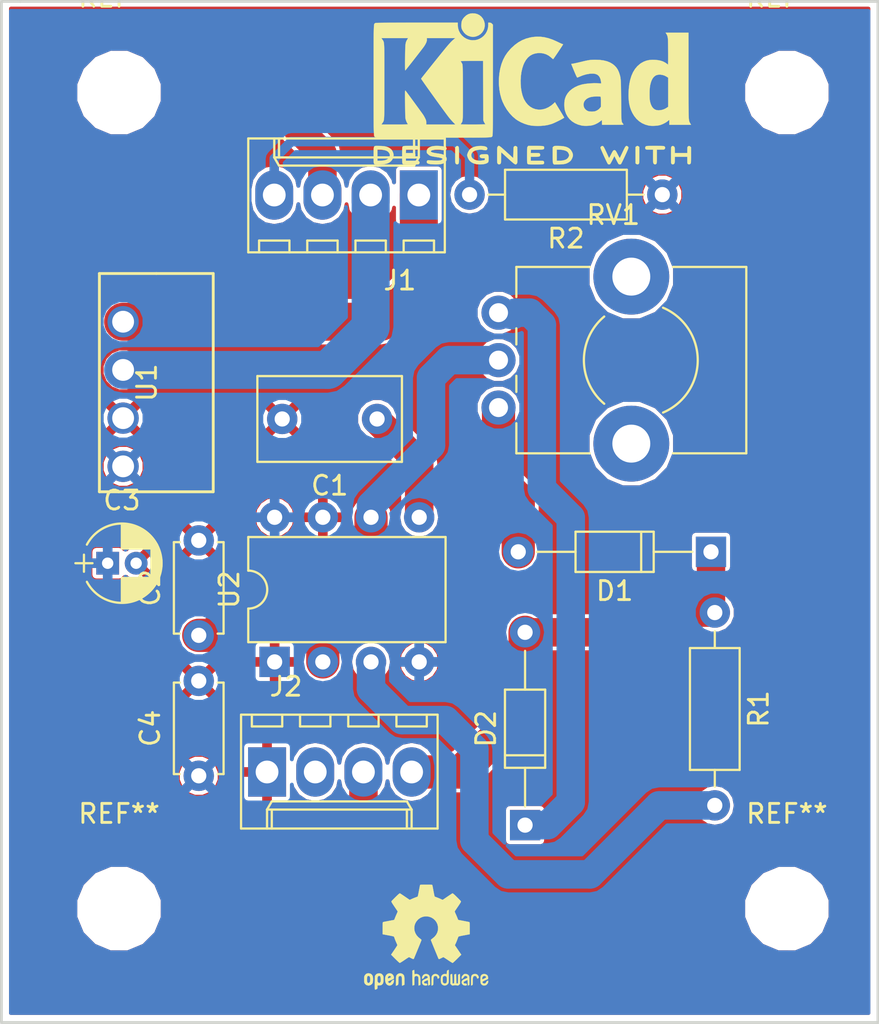
<source format=kicad_pcb>
(kicad_pcb (version 4) (host pcbnew 4.0.7)

  (general
    (links 26)
    (no_connects 0)
    (area 135.524999 83.724999 181.875001 137.675001)
    (thickness 1.6)
    (drawings 5)
    (tracks 68)
    (zones 0)
    (modules 19)
    (nets 14)
  )

  (page A4)
  (layers
    (0 F.Cu signal hide)
    (31 B.Cu signal)
    (32 B.Adhes user)
    (33 F.Adhes user)
    (34 B.Paste user)
    (35 F.Paste user)
    (36 B.SilkS user)
    (37 F.SilkS user)
    (38 B.Mask user)
    (39 F.Mask user)
    (40 Dwgs.User user)
    (41 Cmts.User user)
    (42 Eco1.User user)
    (43 Eco2.User user)
    (44 Edge.Cuts user)
    (45 Margin user)
    (46 B.CrtYd user)
    (47 F.CrtYd user)
    (48 B.Fab user)
    (49 F.Fab user)
  )

  (setup
    (last_trace_width 0.5)
    (user_trace_width 0.25)
    (user_trace_width 0.5)
    (user_trace_width 0.75)
    (user_trace_width 1)
    (user_trace_width 1.25)
    (user_trace_width 1.5)
    (user_trace_width 1.75)
    (user_trace_width 2)
    (trace_clearance 0.2)
    (zone_clearance 0.2)
    (zone_45_only no)
    (trace_min 0.2)
    (segment_width 0.2)
    (edge_width 0.15)
    (via_size 0.6)
    (via_drill 0.4)
    (via_min_size 0.4)
    (via_min_drill 0.3)
    (uvia_size 0.3)
    (uvia_drill 0.1)
    (uvias_allowed no)
    (uvia_min_size 0.2)
    (uvia_min_drill 0.1)
    (pcb_text_width 0.3)
    (pcb_text_size 1.5 1.5)
    (mod_edge_width 0.15)
    (mod_text_size 1 1)
    (mod_text_width 0.15)
    (pad_size 1.524 1.524)
    (pad_drill 0.762)
    (pad_to_mask_clearance 0.2)
    (aux_axis_origin 0 0)
    (visible_elements FFFFFF7F)
    (pcbplotparams
      (layerselection 0x010f0_80000001)
      (usegerberextensions false)
      (excludeedgelayer true)
      (linewidth 0.100000)
      (plotframeref false)
      (viasonmask false)
      (mode 1)
      (useauxorigin false)
      (hpglpennumber 1)
      (hpglpenspeed 20)
      (hpglpendiameter 15)
      (hpglpenoverlay 2)
      (psnegative false)
      (psa4output false)
      (plotreference true)
      (plotvalue true)
      (plotinvisibletext false)
      (padsonsilk false)
      (subtractmaskfromsilk false)
      (outputformat 1)
      (mirror false)
      (drillshape 0)
      (scaleselection 1)
      (outputdirectory elcrow/))
  )

  (net 0 "")
  (net 1 "Net-(C1-Pad1)")
  (net 2 GND)
  (net 3 /TRIG)
  (net 4 VCC)
  (net 5 /PWM_OUT)
  (net 6 "Net-(D1-Pad2)")
  (net 7 "Net-(D2-Pad1)")
  (net 8 GNDS)
  (net 9 +12V)
  (net 10 /FAN_RPM)
  (net 11 "Net-(J1-Pad4)")
  (net 12 "Net-(J2-Pad2)")
  (net 13 "Net-(R1-Pad2)")

  (net_class Default "This is the default net class."
    (clearance 0.2)
    (trace_width 0.25)
    (via_dia 0.6)
    (via_drill 0.4)
    (uvia_dia 0.3)
    (uvia_drill 0.1)
    (add_net +12V)
    (add_net /FAN_RPM)
    (add_net /PWM_OUT)
    (add_net /TRIG)
    (add_net GND)
    (add_net GNDS)
    (add_net "Net-(C1-Pad1)")
    (add_net "Net-(D1-Pad2)")
    (add_net "Net-(D2-Pad1)")
    (add_net "Net-(J1-Pad4)")
    (add_net "Net-(J2-Pad2)")
    (add_net "Net-(R1-Pad2)")
    (add_net VCC)
  )

  (module Mounting_Holes:MountingHole_4mm (layer F.Cu) (tedit 56D1B4CB) (tstamp 59C0991A)
    (at 141.8 131.6)
    (descr "Mounting Hole 4mm, no annular")
    (tags "mounting hole 4mm no annular")
    (fp_text reference REF** (at 0 -5) (layer F.SilkS)
      (effects (font (size 1 1) (thickness 0.15)))
    )
    (fp_text value MountingHole_4mm (at 0 5) (layer F.Fab)
      (effects (font (size 1 1) (thickness 0.15)))
    )
    (fp_circle (center 0 0) (end 4 0) (layer Cmts.User) (width 0.15))
    (fp_circle (center 0 0) (end 4.25 0) (layer F.CrtYd) (width 0.05))
    (pad 1 np_thru_hole circle (at 0 0) (size 4 4) (drill 4) (layers *.Cu *.Mask))
  )

  (module Mounting_Holes:MountingHole_4mm (layer F.Cu) (tedit 56D1B4CB) (tstamp 59C09913)
    (at 177 131.6)
    (descr "Mounting Hole 4mm, no annular")
    (tags "mounting hole 4mm no annular")
    (fp_text reference REF** (at 0 -5) (layer F.SilkS)
      (effects (font (size 1 1) (thickness 0.15)))
    )
    (fp_text value MountingHole_4mm (at 0 5) (layer F.Fab)
      (effects (font (size 1 1) (thickness 0.15)))
    )
    (fp_circle (center 0 0) (end 4 0) (layer Cmts.User) (width 0.15))
    (fp_circle (center 0 0) (end 4.25 0) (layer F.CrtYd) (width 0.05))
    (pad 1 np_thru_hole circle (at 0 0) (size 4 4) (drill 4) (layers *.Cu *.Mask))
  )

  (module Mounting_Holes:MountingHole_4mm (layer F.Cu) (tedit 56D1B4CB) (tstamp 59C09901)
    (at 177 88.6)
    (descr "Mounting Hole 4mm, no annular")
    (tags "mounting hole 4mm no annular")
    (fp_text reference REF** (at 0 -5) (layer F.SilkS)
      (effects (font (size 1 1) (thickness 0.15)))
    )
    (fp_text value MountingHole_4mm (at 0 5) (layer F.Fab)
      (effects (font (size 1 1) (thickness 0.15)))
    )
    (fp_circle (center 0 0) (end 4 0) (layer Cmts.User) (width 0.15))
    (fp_circle (center 0 0) (end 4.25 0) (layer F.CrtYd) (width 0.05))
    (pad 1 np_thru_hole circle (at 0 0) (size 4 4) (drill 4) (layers *.Cu *.Mask))
  )

  (module Capacitors_THT:C_Disc_D7.5mm_W4.4mm_P5.00mm (layer F.Cu) (tedit 597BC7C2) (tstamp 59C091A9)
    (at 155.4 105.8 180)
    (descr "C, Disc series, Radial, pin pitch=5.00mm, , diameter*width=7.5*4.4mm^2, Capacitor")
    (tags "C Disc series Radial pin pitch 5.00mm  diameter 7.5mm width 4.4mm Capacitor")
    (path /59C0538A)
    (fp_text reference C1 (at 2.5 -3.51 180) (layer F.SilkS)
      (effects (font (size 1 1) (thickness 0.15)))
    )
    (fp_text value .01uF (at 2.5 3.51 180) (layer F.Fab)
      (effects (font (size 1 1) (thickness 0.15)))
    )
    (fp_line (start -1.25 -2.2) (end -1.25 2.2) (layer F.Fab) (width 0.1))
    (fp_line (start -1.25 2.2) (end 6.25 2.2) (layer F.Fab) (width 0.1))
    (fp_line (start 6.25 2.2) (end 6.25 -2.2) (layer F.Fab) (width 0.1))
    (fp_line (start 6.25 -2.2) (end -1.25 -2.2) (layer F.Fab) (width 0.1))
    (fp_line (start -1.31 -2.26) (end 6.31 -2.26) (layer F.SilkS) (width 0.12))
    (fp_line (start -1.31 2.26) (end 6.31 2.26) (layer F.SilkS) (width 0.12))
    (fp_line (start -1.31 -2.26) (end -1.31 2.26) (layer F.SilkS) (width 0.12))
    (fp_line (start 6.31 -2.26) (end 6.31 2.26) (layer F.SilkS) (width 0.12))
    (fp_line (start -1.6 -2.55) (end -1.6 2.55) (layer F.CrtYd) (width 0.05))
    (fp_line (start -1.6 2.55) (end 6.6 2.55) (layer F.CrtYd) (width 0.05))
    (fp_line (start 6.6 2.55) (end 6.6 -2.55) (layer F.CrtYd) (width 0.05))
    (fp_line (start 6.6 -2.55) (end -1.6 -2.55) (layer F.CrtYd) (width 0.05))
    (fp_text user %R (at 2.5 0 180) (layer F.Fab)
      (effects (font (size 1 1) (thickness 0.15)))
    )
    (pad 1 thru_hole circle (at 0 0 180) (size 1.6 1.6) (drill 0.8) (layers *.Cu *.Mask)
      (net 1 "Net-(C1-Pad1)"))
    (pad 2 thru_hole circle (at 5 0 180) (size 1.6 1.6) (drill 0.8) (layers *.Cu *.Mask)
      (net 2 GND))
    (model ${KISYS3DMOD}/Capacitors_THT.3dshapes/C_Disc_D7.5mm_W4.4mm_P5.00mm.wrl
      (at (xyz 0 0 0))
      (scale (xyz 1 1 1))
      (rotate (xyz 0 0 0))
    )
  )

  (module Capacitors_THT:C_Disc_D4.7mm_W2.5mm_P5.00mm (layer F.Cu) (tedit 597BC7C2) (tstamp 59C091BE)
    (at 146 117.2 90)
    (descr "C, Disc series, Radial, pin pitch=5.00mm, , diameter*width=4.7*2.5mm^2, Capacitor, http://www.vishay.com/docs/45233/krseries.pdf")
    (tags "C Disc series Radial pin pitch 5.00mm  diameter 4.7mm width 2.5mm Capacitor")
    (path /59C0668C)
    (fp_text reference C2 (at 2.5 -2.56 90) (layer F.SilkS)
      (effects (font (size 1 1) (thickness 0.15)))
    )
    (fp_text value 680pF (at 2.5 2.56 90) (layer F.Fab)
      (effects (font (size 1 1) (thickness 0.15)))
    )
    (fp_line (start 0.15 -1.25) (end 0.15 1.25) (layer F.Fab) (width 0.1))
    (fp_line (start 0.15 1.25) (end 4.85 1.25) (layer F.Fab) (width 0.1))
    (fp_line (start 4.85 1.25) (end 4.85 -1.25) (layer F.Fab) (width 0.1))
    (fp_line (start 4.85 -1.25) (end 0.15 -1.25) (layer F.Fab) (width 0.1))
    (fp_line (start 0.09 -1.31) (end 4.91 -1.31) (layer F.SilkS) (width 0.12))
    (fp_line (start 0.09 1.31) (end 4.91 1.31) (layer F.SilkS) (width 0.12))
    (fp_line (start 0.09 -1.31) (end 0.09 -0.996) (layer F.SilkS) (width 0.12))
    (fp_line (start 0.09 0.996) (end 0.09 1.31) (layer F.SilkS) (width 0.12))
    (fp_line (start 4.91 -1.31) (end 4.91 -0.996) (layer F.SilkS) (width 0.12))
    (fp_line (start 4.91 0.996) (end 4.91 1.31) (layer F.SilkS) (width 0.12))
    (fp_line (start -1.05 -1.6) (end -1.05 1.6) (layer F.CrtYd) (width 0.05))
    (fp_line (start -1.05 1.6) (end 6.05 1.6) (layer F.CrtYd) (width 0.05))
    (fp_line (start 6.05 1.6) (end 6.05 -1.6) (layer F.CrtYd) (width 0.05))
    (fp_line (start 6.05 -1.6) (end -1.05 -1.6) (layer F.CrtYd) (width 0.05))
    (fp_text user %R (at 2.5 0 90) (layer F.Fab)
      (effects (font (size 1 1) (thickness 0.15)))
    )
    (pad 1 thru_hole circle (at 0 0 90) (size 1.6 1.6) (drill 0.8) (layers *.Cu *.Mask)
      (net 3 /TRIG))
    (pad 2 thru_hole circle (at 5 0 90) (size 1.6 1.6) (drill 0.8) (layers *.Cu *.Mask)
      (net 2 GND))
    (model ${KISYS3DMOD}/Capacitors_THT.3dshapes/C_Disc_D4.7mm_W2.5mm_P5.00mm.wrl
      (at (xyz 0 0 0))
      (scale (xyz 1 1 1))
      (rotate (xyz 0 0 0))
    )
  )

  (module Capacitors_THT:CP_Radial_D4.0mm_P1.50mm (layer F.Cu) (tedit 597BC7C2) (tstamp 59C0922D)
    (at 141.2 113.4)
    (descr "CP, Radial series, Radial, pin pitch=1.50mm, , diameter=4mm, Electrolytic Capacitor")
    (tags "CP Radial series Radial pin pitch 1.50mm  diameter 4mm Electrolytic Capacitor")
    (path /59C04EAF)
    (fp_text reference C3 (at 0.75 -3.31) (layer F.SilkS)
      (effects (font (size 1 1) (thickness 0.15)))
    )
    (fp_text value 10uF (at 0.75 3.31) (layer F.Fab)
      (effects (font (size 1 1) (thickness 0.15)))
    )
    (fp_arc (start 0.75 0) (end -1.095996 -0.98) (angle 124.1) (layer F.SilkS) (width 0.12))
    (fp_arc (start 0.75 0) (end -1.095996 0.98) (angle -124.1) (layer F.SilkS) (width 0.12))
    (fp_arc (start 0.75 0) (end 2.595996 -0.98) (angle 55.9) (layer F.SilkS) (width 0.12))
    (fp_circle (center 0.75 0) (end 2.75 0) (layer F.Fab) (width 0.1))
    (fp_line (start -1.7 0) (end -0.8 0) (layer F.Fab) (width 0.1))
    (fp_line (start -1.25 -0.45) (end -1.25 0.45) (layer F.Fab) (width 0.1))
    (fp_line (start 0.75 0.78) (end 0.75 2.05) (layer F.SilkS) (width 0.12))
    (fp_line (start 0.75 -2.05) (end 0.75 -0.78) (layer F.SilkS) (width 0.12))
    (fp_line (start 0.79 -2.05) (end 0.79 -0.78) (layer F.SilkS) (width 0.12))
    (fp_line (start 0.79 0.78) (end 0.79 2.05) (layer F.SilkS) (width 0.12))
    (fp_line (start 0.83 -2.049) (end 0.83 -0.78) (layer F.SilkS) (width 0.12))
    (fp_line (start 0.83 0.78) (end 0.83 2.049) (layer F.SilkS) (width 0.12))
    (fp_line (start 0.87 -2.047) (end 0.87 -0.78) (layer F.SilkS) (width 0.12))
    (fp_line (start 0.87 0.78) (end 0.87 2.047) (layer F.SilkS) (width 0.12))
    (fp_line (start 0.91 -2.044) (end 0.91 -0.78) (layer F.SilkS) (width 0.12))
    (fp_line (start 0.91 0.78) (end 0.91 2.044) (layer F.SilkS) (width 0.12))
    (fp_line (start 0.95 -2.041) (end 0.95 -0.78) (layer F.SilkS) (width 0.12))
    (fp_line (start 0.95 0.78) (end 0.95 2.041) (layer F.SilkS) (width 0.12))
    (fp_line (start 0.99 -2.037) (end 0.99 -0.78) (layer F.SilkS) (width 0.12))
    (fp_line (start 0.99 0.78) (end 0.99 2.037) (layer F.SilkS) (width 0.12))
    (fp_line (start 1.03 -2.032) (end 1.03 -0.78) (layer F.SilkS) (width 0.12))
    (fp_line (start 1.03 0.78) (end 1.03 2.032) (layer F.SilkS) (width 0.12))
    (fp_line (start 1.07 -2.026) (end 1.07 -0.78) (layer F.SilkS) (width 0.12))
    (fp_line (start 1.07 0.78) (end 1.07 2.026) (layer F.SilkS) (width 0.12))
    (fp_line (start 1.11 -2.019) (end 1.11 -0.78) (layer F.SilkS) (width 0.12))
    (fp_line (start 1.11 0.78) (end 1.11 2.019) (layer F.SilkS) (width 0.12))
    (fp_line (start 1.15 -2.012) (end 1.15 -0.78) (layer F.SilkS) (width 0.12))
    (fp_line (start 1.15 0.78) (end 1.15 2.012) (layer F.SilkS) (width 0.12))
    (fp_line (start 1.19 -2.004) (end 1.19 -0.78) (layer F.SilkS) (width 0.12))
    (fp_line (start 1.19 0.78) (end 1.19 2.004) (layer F.SilkS) (width 0.12))
    (fp_line (start 1.23 -1.995) (end 1.23 -0.78) (layer F.SilkS) (width 0.12))
    (fp_line (start 1.23 0.78) (end 1.23 1.995) (layer F.SilkS) (width 0.12))
    (fp_line (start 1.27 -1.985) (end 1.27 -0.78) (layer F.SilkS) (width 0.12))
    (fp_line (start 1.27 0.78) (end 1.27 1.985) (layer F.SilkS) (width 0.12))
    (fp_line (start 1.31 -1.974) (end 1.31 -0.78) (layer F.SilkS) (width 0.12))
    (fp_line (start 1.31 0.78) (end 1.31 1.974) (layer F.SilkS) (width 0.12))
    (fp_line (start 1.35 -1.963) (end 1.35 -0.78) (layer F.SilkS) (width 0.12))
    (fp_line (start 1.35 0.78) (end 1.35 1.963) (layer F.SilkS) (width 0.12))
    (fp_line (start 1.39 -1.95) (end 1.39 -0.78) (layer F.SilkS) (width 0.12))
    (fp_line (start 1.39 0.78) (end 1.39 1.95) (layer F.SilkS) (width 0.12))
    (fp_line (start 1.43 -1.937) (end 1.43 -0.78) (layer F.SilkS) (width 0.12))
    (fp_line (start 1.43 0.78) (end 1.43 1.937) (layer F.SilkS) (width 0.12))
    (fp_line (start 1.471 -1.923) (end 1.471 -0.78) (layer F.SilkS) (width 0.12))
    (fp_line (start 1.471 0.78) (end 1.471 1.923) (layer F.SilkS) (width 0.12))
    (fp_line (start 1.511 -1.907) (end 1.511 -0.78) (layer F.SilkS) (width 0.12))
    (fp_line (start 1.511 0.78) (end 1.511 1.907) (layer F.SilkS) (width 0.12))
    (fp_line (start 1.551 -1.891) (end 1.551 -0.78) (layer F.SilkS) (width 0.12))
    (fp_line (start 1.551 0.78) (end 1.551 1.891) (layer F.SilkS) (width 0.12))
    (fp_line (start 1.591 -1.874) (end 1.591 -0.78) (layer F.SilkS) (width 0.12))
    (fp_line (start 1.591 0.78) (end 1.591 1.874) (layer F.SilkS) (width 0.12))
    (fp_line (start 1.631 -1.856) (end 1.631 -0.78) (layer F.SilkS) (width 0.12))
    (fp_line (start 1.631 0.78) (end 1.631 1.856) (layer F.SilkS) (width 0.12))
    (fp_line (start 1.671 -1.837) (end 1.671 -0.78) (layer F.SilkS) (width 0.12))
    (fp_line (start 1.671 0.78) (end 1.671 1.837) (layer F.SilkS) (width 0.12))
    (fp_line (start 1.711 -1.817) (end 1.711 -0.78) (layer F.SilkS) (width 0.12))
    (fp_line (start 1.711 0.78) (end 1.711 1.817) (layer F.SilkS) (width 0.12))
    (fp_line (start 1.751 -1.796) (end 1.751 -0.78) (layer F.SilkS) (width 0.12))
    (fp_line (start 1.751 0.78) (end 1.751 1.796) (layer F.SilkS) (width 0.12))
    (fp_line (start 1.791 -1.773) (end 1.791 -0.78) (layer F.SilkS) (width 0.12))
    (fp_line (start 1.791 0.78) (end 1.791 1.773) (layer F.SilkS) (width 0.12))
    (fp_line (start 1.831 -1.75) (end 1.831 -0.78) (layer F.SilkS) (width 0.12))
    (fp_line (start 1.831 0.78) (end 1.831 1.75) (layer F.SilkS) (width 0.12))
    (fp_line (start 1.871 -1.725) (end 1.871 -0.78) (layer F.SilkS) (width 0.12))
    (fp_line (start 1.871 0.78) (end 1.871 1.725) (layer F.SilkS) (width 0.12))
    (fp_line (start 1.911 -1.699) (end 1.911 -0.78) (layer F.SilkS) (width 0.12))
    (fp_line (start 1.911 0.78) (end 1.911 1.699) (layer F.SilkS) (width 0.12))
    (fp_line (start 1.951 -1.672) (end 1.951 -0.78) (layer F.SilkS) (width 0.12))
    (fp_line (start 1.951 0.78) (end 1.951 1.672) (layer F.SilkS) (width 0.12))
    (fp_line (start 1.991 -1.643) (end 1.991 -0.78) (layer F.SilkS) (width 0.12))
    (fp_line (start 1.991 0.78) (end 1.991 1.643) (layer F.SilkS) (width 0.12))
    (fp_line (start 2.031 -1.613) (end 2.031 -0.78) (layer F.SilkS) (width 0.12))
    (fp_line (start 2.031 0.78) (end 2.031 1.613) (layer F.SilkS) (width 0.12))
    (fp_line (start 2.071 -1.581) (end 2.071 -0.78) (layer F.SilkS) (width 0.12))
    (fp_line (start 2.071 0.78) (end 2.071 1.581) (layer F.SilkS) (width 0.12))
    (fp_line (start 2.111 -1.547) (end 2.111 -0.78) (layer F.SilkS) (width 0.12))
    (fp_line (start 2.111 0.78) (end 2.111 1.547) (layer F.SilkS) (width 0.12))
    (fp_line (start 2.151 -1.512) (end 2.151 -0.78) (layer F.SilkS) (width 0.12))
    (fp_line (start 2.151 0.78) (end 2.151 1.512) (layer F.SilkS) (width 0.12))
    (fp_line (start 2.191 -1.475) (end 2.191 -0.78) (layer F.SilkS) (width 0.12))
    (fp_line (start 2.191 0.78) (end 2.191 1.475) (layer F.SilkS) (width 0.12))
    (fp_line (start 2.231 -1.436) (end 2.231 -0.78) (layer F.SilkS) (width 0.12))
    (fp_line (start 2.231 0.78) (end 2.231 1.436) (layer F.SilkS) (width 0.12))
    (fp_line (start 2.271 -1.395) (end 2.271 -0.78) (layer F.SilkS) (width 0.12))
    (fp_line (start 2.271 0.78) (end 2.271 1.395) (layer F.SilkS) (width 0.12))
    (fp_line (start 2.311 -1.351) (end 2.311 1.351) (layer F.SilkS) (width 0.12))
    (fp_line (start 2.351 -1.305) (end 2.351 1.305) (layer F.SilkS) (width 0.12))
    (fp_line (start 2.391 -1.256) (end 2.391 1.256) (layer F.SilkS) (width 0.12))
    (fp_line (start 2.431 -1.204) (end 2.431 1.204) (layer F.SilkS) (width 0.12))
    (fp_line (start 2.471 -1.148) (end 2.471 1.148) (layer F.SilkS) (width 0.12))
    (fp_line (start 2.511 -1.088) (end 2.511 1.088) (layer F.SilkS) (width 0.12))
    (fp_line (start 2.551 -1.023) (end 2.551 1.023) (layer F.SilkS) (width 0.12))
    (fp_line (start 2.591 -0.952) (end 2.591 0.952) (layer F.SilkS) (width 0.12))
    (fp_line (start 2.631 -0.874) (end 2.631 0.874) (layer F.SilkS) (width 0.12))
    (fp_line (start 2.671 -0.786) (end 2.671 0.786) (layer F.SilkS) (width 0.12))
    (fp_line (start 2.711 -0.686) (end 2.711 0.686) (layer F.SilkS) (width 0.12))
    (fp_line (start 2.751 -0.567) (end 2.751 0.567) (layer F.SilkS) (width 0.12))
    (fp_line (start 2.791 -0.415) (end 2.791 0.415) (layer F.SilkS) (width 0.12))
    (fp_line (start 2.831 -0.165) (end 2.831 0.165) (layer F.SilkS) (width 0.12))
    (fp_line (start -1.7 0) (end -0.8 0) (layer F.SilkS) (width 0.12))
    (fp_line (start -1.25 -0.45) (end -1.25 0.45) (layer F.SilkS) (width 0.12))
    (fp_line (start -1.6 -2.35) (end -1.6 2.35) (layer F.CrtYd) (width 0.05))
    (fp_line (start -1.6 2.35) (end 3.1 2.35) (layer F.CrtYd) (width 0.05))
    (fp_line (start 3.1 2.35) (end 3.1 -2.35) (layer F.CrtYd) (width 0.05))
    (fp_line (start 3.1 -2.35) (end -1.6 -2.35) (layer F.CrtYd) (width 0.05))
    (fp_text user %R (at 0.75 0) (layer F.Fab)
      (effects (font (size 1 1) (thickness 0.15)))
    )
    (pad 1 thru_hole rect (at 0 0) (size 1.2 1.2) (drill 0.6) (layers *.Cu *.Mask)
      (net 4 VCC))
    (pad 2 thru_hole circle (at 1.5 0) (size 1.2 1.2) (drill 0.6) (layers *.Cu *.Mask)
      (net 2 GND))
    (model ${KISYS3DMOD}/Capacitors_THT.3dshapes/CP_Radial_D4.0mm_P1.50mm.wrl
      (at (xyz 0 0 0))
      (scale (xyz 1 1 1))
      (rotate (xyz 0 0 0))
    )
  )

  (module Capacitors_THT:C_Disc_D4.7mm_W2.5mm_P5.00mm (layer F.Cu) (tedit 597BC7C2) (tstamp 59C09242)
    (at 146 124.6 90)
    (descr "C, Disc series, Radial, pin pitch=5.00mm, , diameter*width=4.7*2.5mm^2, Capacitor, http://www.vishay.com/docs/45233/krseries.pdf")
    (tags "C Disc series Radial pin pitch 5.00mm  diameter 4.7mm width 2.5mm Capacitor")
    (path /59C04F0E)
    (fp_text reference C4 (at 2.5 -2.56 90) (layer F.SilkS)
      (effects (font (size 1 1) (thickness 0.15)))
    )
    (fp_text value .1uF (at 2.5 2.56 90) (layer F.Fab)
      (effects (font (size 1 1) (thickness 0.15)))
    )
    (fp_line (start 0.15 -1.25) (end 0.15 1.25) (layer F.Fab) (width 0.1))
    (fp_line (start 0.15 1.25) (end 4.85 1.25) (layer F.Fab) (width 0.1))
    (fp_line (start 4.85 1.25) (end 4.85 -1.25) (layer F.Fab) (width 0.1))
    (fp_line (start 4.85 -1.25) (end 0.15 -1.25) (layer F.Fab) (width 0.1))
    (fp_line (start 0.09 -1.31) (end 4.91 -1.31) (layer F.SilkS) (width 0.12))
    (fp_line (start 0.09 1.31) (end 4.91 1.31) (layer F.SilkS) (width 0.12))
    (fp_line (start 0.09 -1.31) (end 0.09 -0.996) (layer F.SilkS) (width 0.12))
    (fp_line (start 0.09 0.996) (end 0.09 1.31) (layer F.SilkS) (width 0.12))
    (fp_line (start 4.91 -1.31) (end 4.91 -0.996) (layer F.SilkS) (width 0.12))
    (fp_line (start 4.91 0.996) (end 4.91 1.31) (layer F.SilkS) (width 0.12))
    (fp_line (start -1.05 -1.6) (end -1.05 1.6) (layer F.CrtYd) (width 0.05))
    (fp_line (start -1.05 1.6) (end 6.05 1.6) (layer F.CrtYd) (width 0.05))
    (fp_line (start 6.05 1.6) (end 6.05 -1.6) (layer F.CrtYd) (width 0.05))
    (fp_line (start 6.05 -1.6) (end -1.05 -1.6) (layer F.CrtYd) (width 0.05))
    (fp_text user %R (at 2.5 0 90) (layer F.Fab)
      (effects (font (size 1 1) (thickness 0.15)))
    )
    (pad 1 thru_hole circle (at 0 0 90) (size 1.6 1.6) (drill 0.8) (layers *.Cu *.Mask)
      (net 4 VCC))
    (pad 2 thru_hole circle (at 5 0 90) (size 1.6 1.6) (drill 0.8) (layers *.Cu *.Mask)
      (net 2 GND))
    (model ${KISYS3DMOD}/Capacitors_THT.3dshapes/C_Disc_D4.7mm_W2.5mm_P5.00mm.wrl
      (at (xyz 0 0 0))
      (scale (xyz 1 1 1))
      (rotate (xyz 0 0 0))
    )
  )

  (module Diodes_THT:D_DO-35_SOD27_P10.16mm_Horizontal (layer F.Cu) (tedit 5921392E) (tstamp 59C0925B)
    (at 173 112.8 180)
    (descr "D, DO-35_SOD27 series, Axial, Horizontal, pin pitch=10.16mm, , length*diameter=4*2mm^2, , http://www.diodes.com/_files/packages/DO-35.pdf")
    (tags "D DO-35_SOD27 series Axial Horizontal pin pitch 10.16mm  length 4mm diameter 2mm")
    (path /59C06811)
    (fp_text reference D1 (at 5.08 -2.06 180) (layer F.SilkS)
      (effects (font (size 1 1) (thickness 0.15)))
    )
    (fp_text value 1N4148 (at 5.08 2.06 180) (layer F.Fab)
      (effects (font (size 1 1) (thickness 0.15)))
    )
    (fp_text user %R (at 5.08 0 180) (layer F.Fab)
      (effects (font (size 1 1) (thickness 0.15)))
    )
    (fp_line (start 3.08 -1) (end 3.08 1) (layer F.Fab) (width 0.1))
    (fp_line (start 3.08 1) (end 7.08 1) (layer F.Fab) (width 0.1))
    (fp_line (start 7.08 1) (end 7.08 -1) (layer F.Fab) (width 0.1))
    (fp_line (start 7.08 -1) (end 3.08 -1) (layer F.Fab) (width 0.1))
    (fp_line (start 0 0) (end 3.08 0) (layer F.Fab) (width 0.1))
    (fp_line (start 10.16 0) (end 7.08 0) (layer F.Fab) (width 0.1))
    (fp_line (start 3.68 -1) (end 3.68 1) (layer F.Fab) (width 0.1))
    (fp_line (start 3.02 -1.06) (end 3.02 1.06) (layer F.SilkS) (width 0.12))
    (fp_line (start 3.02 1.06) (end 7.14 1.06) (layer F.SilkS) (width 0.12))
    (fp_line (start 7.14 1.06) (end 7.14 -1.06) (layer F.SilkS) (width 0.12))
    (fp_line (start 7.14 -1.06) (end 3.02 -1.06) (layer F.SilkS) (width 0.12))
    (fp_line (start 0.98 0) (end 3.02 0) (layer F.SilkS) (width 0.12))
    (fp_line (start 9.18 0) (end 7.14 0) (layer F.SilkS) (width 0.12))
    (fp_line (start 3.68 -1.06) (end 3.68 1.06) (layer F.SilkS) (width 0.12))
    (fp_line (start -1.05 -1.35) (end -1.05 1.35) (layer F.CrtYd) (width 0.05))
    (fp_line (start -1.05 1.35) (end 11.25 1.35) (layer F.CrtYd) (width 0.05))
    (fp_line (start 11.25 1.35) (end 11.25 -1.35) (layer F.CrtYd) (width 0.05))
    (fp_line (start 11.25 -1.35) (end -1.05 -1.35) (layer F.CrtYd) (width 0.05))
    (pad 1 thru_hole rect (at 0 0 180) (size 1.6 1.6) (drill 0.8) (layers *.Cu *.Mask)
      (net 5 /PWM_OUT))
    (pad 2 thru_hole oval (at 10.16 0 180) (size 1.6 1.6) (drill 0.8) (layers *.Cu *.Mask)
      (net 6 "Net-(D1-Pad2)"))
    (model ${KISYS3DMOD}/Diodes_THT.3dshapes/D_DO-35_SOD27_P10.16mm_Horizontal.wrl
      (at (xyz 0 0 0))
      (scale (xyz 0.393701 0.393701 0.393701))
      (rotate (xyz 0 0 0))
    )
  )

  (module Diodes_THT:D_DO-35_SOD27_P10.16mm_Horizontal (layer F.Cu) (tedit 5921392E) (tstamp 59C09274)
    (at 163.2 127.2 90)
    (descr "D, DO-35_SOD27 series, Axial, Horizontal, pin pitch=10.16mm, , length*diameter=4*2mm^2, , http://www.diodes.com/_files/packages/DO-35.pdf")
    (tags "D DO-35_SOD27 series Axial Horizontal pin pitch 10.16mm  length 4mm diameter 2mm")
    (path /59C0690E)
    (fp_text reference D2 (at 5.08 -2.06 90) (layer F.SilkS)
      (effects (font (size 1 1) (thickness 0.15)))
    )
    (fp_text value 1N4148 (at 5.08 2.06 90) (layer F.Fab)
      (effects (font (size 1 1) (thickness 0.15)))
    )
    (fp_text user %R (at 5.08 0 90) (layer F.Fab)
      (effects (font (size 1 1) (thickness 0.15)))
    )
    (fp_line (start 3.08 -1) (end 3.08 1) (layer F.Fab) (width 0.1))
    (fp_line (start 3.08 1) (end 7.08 1) (layer F.Fab) (width 0.1))
    (fp_line (start 7.08 1) (end 7.08 -1) (layer F.Fab) (width 0.1))
    (fp_line (start 7.08 -1) (end 3.08 -1) (layer F.Fab) (width 0.1))
    (fp_line (start 0 0) (end 3.08 0) (layer F.Fab) (width 0.1))
    (fp_line (start 10.16 0) (end 7.08 0) (layer F.Fab) (width 0.1))
    (fp_line (start 3.68 -1) (end 3.68 1) (layer F.Fab) (width 0.1))
    (fp_line (start 3.02 -1.06) (end 3.02 1.06) (layer F.SilkS) (width 0.12))
    (fp_line (start 3.02 1.06) (end 7.14 1.06) (layer F.SilkS) (width 0.12))
    (fp_line (start 7.14 1.06) (end 7.14 -1.06) (layer F.SilkS) (width 0.12))
    (fp_line (start 7.14 -1.06) (end 3.02 -1.06) (layer F.SilkS) (width 0.12))
    (fp_line (start 0.98 0) (end 3.02 0) (layer F.SilkS) (width 0.12))
    (fp_line (start 9.18 0) (end 7.14 0) (layer F.SilkS) (width 0.12))
    (fp_line (start 3.68 -1.06) (end 3.68 1.06) (layer F.SilkS) (width 0.12))
    (fp_line (start -1.05 -1.35) (end -1.05 1.35) (layer F.CrtYd) (width 0.05))
    (fp_line (start -1.05 1.35) (end 11.25 1.35) (layer F.CrtYd) (width 0.05))
    (fp_line (start 11.25 1.35) (end 11.25 -1.35) (layer F.CrtYd) (width 0.05))
    (fp_line (start 11.25 -1.35) (end -1.05 -1.35) (layer F.CrtYd) (width 0.05))
    (pad 1 thru_hole rect (at 0 0 90) (size 1.6 1.6) (drill 0.8) (layers *.Cu *.Mask)
      (net 7 "Net-(D2-Pad1)"))
    (pad 2 thru_hole oval (at 10.16 0 90) (size 1.6 1.6) (drill 0.8) (layers *.Cu *.Mask)
      (net 5 /PWM_OUT))
    (model ${KISYS3DMOD}/Diodes_THT.3dshapes/D_DO-35_SOD27_P10.16mm_Horizontal.wrl
      (at (xyz 0 0 0))
      (scale (xyz 0.393701 0.393701 0.393701))
      (rotate (xyz 0 0 0))
    )
  )

  (module Connectors_Molex:Molex_KK-6410-04_04x2.54mm_Straight (layer F.Cu) (tedit 58EE6EE8) (tstamp 59C0929D)
    (at 157.6 94 180)
    (descr "Connector Headers with Friction Lock, 22-27-2041, http://www.molex.com/pdm_docs/sd/022272021_sd.pdf")
    (tags "connector molex kk_6410 22-27-2041")
    (path /59B30546)
    (fp_text reference J1 (at 1 -4.5 180) (layer F.SilkS)
      (effects (font (size 1 1) (thickness 0.15)))
    )
    (fp_text value CONN_01X04 (at 3.81 4.5 180) (layer F.Fab)
      (effects (font (size 1 1) (thickness 0.15)))
    )
    (fp_line (start -1.47 -3.12) (end -1.47 3.08) (layer F.Fab) (width 0.12))
    (fp_line (start -1.47 3.08) (end 9.09 3.08) (layer F.Fab) (width 0.12))
    (fp_line (start 9.09 3.08) (end 9.09 -3.12) (layer F.Fab) (width 0.12))
    (fp_line (start 9.09 -3.12) (end -1.47 -3.12) (layer F.Fab) (width 0.12))
    (fp_line (start -1.37 -3.02) (end -1.37 2.98) (layer F.SilkS) (width 0.12))
    (fp_line (start -1.37 2.98) (end 8.99 2.98) (layer F.SilkS) (width 0.12))
    (fp_line (start 8.99 2.98) (end 8.99 -3.02) (layer F.SilkS) (width 0.12))
    (fp_line (start 8.99 -3.02) (end -1.37 -3.02) (layer F.SilkS) (width 0.12))
    (fp_line (start 0 2.98) (end 0 1.98) (layer F.SilkS) (width 0.12))
    (fp_line (start 0 1.98) (end 7.62 1.98) (layer F.SilkS) (width 0.12))
    (fp_line (start 7.62 1.98) (end 7.62 2.98) (layer F.SilkS) (width 0.12))
    (fp_line (start 0 1.98) (end 0.25 1.55) (layer F.SilkS) (width 0.12))
    (fp_line (start 0.25 1.55) (end 7.37 1.55) (layer F.SilkS) (width 0.12))
    (fp_line (start 7.37 1.55) (end 7.62 1.98) (layer F.SilkS) (width 0.12))
    (fp_line (start 0.25 2.98) (end 0.25 1.98) (layer F.SilkS) (width 0.12))
    (fp_line (start 7.37 2.98) (end 7.37 1.98) (layer F.SilkS) (width 0.12))
    (fp_line (start -0.8 -3.02) (end -0.8 -2.4) (layer F.SilkS) (width 0.12))
    (fp_line (start -0.8 -2.4) (end 0.8 -2.4) (layer F.SilkS) (width 0.12))
    (fp_line (start 0.8 -2.4) (end 0.8 -3.02) (layer F.SilkS) (width 0.12))
    (fp_line (start 1.74 -3.02) (end 1.74 -2.4) (layer F.SilkS) (width 0.12))
    (fp_line (start 1.74 -2.4) (end 3.34 -2.4) (layer F.SilkS) (width 0.12))
    (fp_line (start 3.34 -2.4) (end 3.34 -3.02) (layer F.SilkS) (width 0.12))
    (fp_line (start 4.28 -3.02) (end 4.28 -2.4) (layer F.SilkS) (width 0.12))
    (fp_line (start 4.28 -2.4) (end 5.88 -2.4) (layer F.SilkS) (width 0.12))
    (fp_line (start 5.88 -2.4) (end 5.88 -3.02) (layer F.SilkS) (width 0.12))
    (fp_line (start 6.82 -3.02) (end 6.82 -2.4) (layer F.SilkS) (width 0.12))
    (fp_line (start 6.82 -2.4) (end 8.42 -2.4) (layer F.SilkS) (width 0.12))
    (fp_line (start 8.42 -2.4) (end 8.42 -3.02) (layer F.SilkS) (width 0.12))
    (fp_line (start -1.9 3.5) (end -1.9 -3.55) (layer F.CrtYd) (width 0.05))
    (fp_line (start -1.9 -3.55) (end 9.5 -3.55) (layer F.CrtYd) (width 0.05))
    (fp_line (start 9.5 -3.55) (end 9.5 3.5) (layer F.CrtYd) (width 0.05))
    (fp_line (start 9.5 3.5) (end -1.9 3.5) (layer F.CrtYd) (width 0.05))
    (fp_text user %R (at 3.81 0 180) (layer F.Fab)
      (effects (font (size 1 1) (thickness 0.15)))
    )
    (pad 1 thru_hole rect (at 0 0 180) (size 2 2.6) (drill 1.2) (layers *.Cu *.Mask)
      (net 8 GNDS))
    (pad 2 thru_hole oval (at 2.54 0 180) (size 2 2.6) (drill 1.2) (layers *.Cu *.Mask)
      (net 9 +12V))
    (pad 3 thru_hole oval (at 5.08 0 180) (size 2 2.6) (drill 1.2) (layers *.Cu *.Mask)
      (net 10 /FAN_RPM))
    (pad 4 thru_hole oval (at 7.62 0 180) (size 2 2.6) (drill 1.2) (layers *.Cu *.Mask)
      (net 11 "Net-(J1-Pad4)"))
    (model ${KISYS3DMOD}/Connectors_Molex.3dshapes/Molex_KK-6410-04_04x2.54mm_Straight.wrl
      (at (xyz 0 0 0))
      (scale (xyz 1 1 1))
      (rotate (xyz 0 0 0))
    )
  )

  (module Connectors_Molex:Molex_KK-6410-04_04x2.54mm_Straight (layer F.Cu) (tedit 58EE6EE8) (tstamp 59C092C6)
    (at 149.6 124.4)
    (descr "Connector Headers with Friction Lock, 22-27-2041, http://www.molex.com/pdm_docs/sd/022272021_sd.pdf")
    (tags "connector molex kk_6410 22-27-2041")
    (path /59B30621)
    (fp_text reference J2 (at 1 -4.5) (layer F.SilkS)
      (effects (font (size 1 1) (thickness 0.15)))
    )
    (fp_text value CONN_01X04 (at 3.81 4.5) (layer F.Fab)
      (effects (font (size 1 1) (thickness 0.15)))
    )
    (fp_line (start -1.47 -3.12) (end -1.47 3.08) (layer F.Fab) (width 0.12))
    (fp_line (start -1.47 3.08) (end 9.09 3.08) (layer F.Fab) (width 0.12))
    (fp_line (start 9.09 3.08) (end 9.09 -3.12) (layer F.Fab) (width 0.12))
    (fp_line (start 9.09 -3.12) (end -1.47 -3.12) (layer F.Fab) (width 0.12))
    (fp_line (start -1.37 -3.02) (end -1.37 2.98) (layer F.SilkS) (width 0.12))
    (fp_line (start -1.37 2.98) (end 8.99 2.98) (layer F.SilkS) (width 0.12))
    (fp_line (start 8.99 2.98) (end 8.99 -3.02) (layer F.SilkS) (width 0.12))
    (fp_line (start 8.99 -3.02) (end -1.37 -3.02) (layer F.SilkS) (width 0.12))
    (fp_line (start 0 2.98) (end 0 1.98) (layer F.SilkS) (width 0.12))
    (fp_line (start 0 1.98) (end 7.62 1.98) (layer F.SilkS) (width 0.12))
    (fp_line (start 7.62 1.98) (end 7.62 2.98) (layer F.SilkS) (width 0.12))
    (fp_line (start 0 1.98) (end 0.25 1.55) (layer F.SilkS) (width 0.12))
    (fp_line (start 0.25 1.55) (end 7.37 1.55) (layer F.SilkS) (width 0.12))
    (fp_line (start 7.37 1.55) (end 7.62 1.98) (layer F.SilkS) (width 0.12))
    (fp_line (start 0.25 2.98) (end 0.25 1.98) (layer F.SilkS) (width 0.12))
    (fp_line (start 7.37 2.98) (end 7.37 1.98) (layer F.SilkS) (width 0.12))
    (fp_line (start -0.8 -3.02) (end -0.8 -2.4) (layer F.SilkS) (width 0.12))
    (fp_line (start -0.8 -2.4) (end 0.8 -2.4) (layer F.SilkS) (width 0.12))
    (fp_line (start 0.8 -2.4) (end 0.8 -3.02) (layer F.SilkS) (width 0.12))
    (fp_line (start 1.74 -3.02) (end 1.74 -2.4) (layer F.SilkS) (width 0.12))
    (fp_line (start 1.74 -2.4) (end 3.34 -2.4) (layer F.SilkS) (width 0.12))
    (fp_line (start 3.34 -2.4) (end 3.34 -3.02) (layer F.SilkS) (width 0.12))
    (fp_line (start 4.28 -3.02) (end 4.28 -2.4) (layer F.SilkS) (width 0.12))
    (fp_line (start 4.28 -2.4) (end 5.88 -2.4) (layer F.SilkS) (width 0.12))
    (fp_line (start 5.88 -2.4) (end 5.88 -3.02) (layer F.SilkS) (width 0.12))
    (fp_line (start 6.82 -3.02) (end 6.82 -2.4) (layer F.SilkS) (width 0.12))
    (fp_line (start 6.82 -2.4) (end 8.42 -2.4) (layer F.SilkS) (width 0.12))
    (fp_line (start 8.42 -2.4) (end 8.42 -3.02) (layer F.SilkS) (width 0.12))
    (fp_line (start -1.9 3.5) (end -1.9 -3.55) (layer F.CrtYd) (width 0.05))
    (fp_line (start -1.9 -3.55) (end 9.5 -3.55) (layer F.CrtYd) (width 0.05))
    (fp_line (start 9.5 -3.55) (end 9.5 3.5) (layer F.CrtYd) (width 0.05))
    (fp_line (start 9.5 3.5) (end -1.9 3.5) (layer F.CrtYd) (width 0.05))
    (fp_text user %R (at 3.81 0) (layer F.Fab)
      (effects (font (size 1 1) (thickness 0.15)))
    )
    (pad 1 thru_hole rect (at 0 0) (size 2 2.6) (drill 1.2) (layers *.Cu *.Mask)
      (net 2 GND))
    (pad 2 thru_hole oval (at 2.54 0) (size 2 2.6) (drill 1.2) (layers *.Cu *.Mask)
      (net 12 "Net-(J2-Pad2)"))
    (pad 3 thru_hole oval (at 5.08 0) (size 2 2.6) (drill 1.2) (layers *.Cu *.Mask)
      (net 10 /FAN_RPM))
    (pad 4 thru_hole oval (at 7.62 0) (size 2 2.6) (drill 1.2) (layers *.Cu *.Mask)
      (net 5 /PWM_OUT))
    (model ${KISYS3DMOD}/Connectors_Molex.3dshapes/Molex_KK-6410-04_04x2.54mm_Straight.wrl
      (at (xyz 0 0 0))
      (scale (xyz 1 1 1))
      (rotate (xyz 0 0 0))
    )
  )

  (module Resistors_THT:R_Axial_DIN0207_L6.3mm_D2.5mm_P10.16mm_Horizontal (layer F.Cu) (tedit 5874F706) (tstamp 59C092DC)
    (at 173.2 116 270)
    (descr "Resistor, Axial_DIN0207 series, Axial, Horizontal, pin pitch=10.16mm, 0.25W = 1/4W, length*diameter=6.3*2.5mm^2, http://cdn-reichelt.de/documents/datenblatt/B400/1_4W%23YAG.pdf")
    (tags "Resistor Axial_DIN0207 series Axial Horizontal pin pitch 10.16mm 0.25W = 1/4W length 6.3mm diameter 2.5mm")
    (path /59C05203)
    (fp_text reference R1 (at 5.08 -2.31 270) (layer F.SilkS)
      (effects (font (size 1 1) (thickness 0.15)))
    )
    (fp_text value 100K (at 5.08 2.31 270) (layer F.Fab)
      (effects (font (size 1 1) (thickness 0.15)))
    )
    (fp_line (start 1.93 -1.25) (end 1.93 1.25) (layer F.Fab) (width 0.1))
    (fp_line (start 1.93 1.25) (end 8.23 1.25) (layer F.Fab) (width 0.1))
    (fp_line (start 8.23 1.25) (end 8.23 -1.25) (layer F.Fab) (width 0.1))
    (fp_line (start 8.23 -1.25) (end 1.93 -1.25) (layer F.Fab) (width 0.1))
    (fp_line (start 0 0) (end 1.93 0) (layer F.Fab) (width 0.1))
    (fp_line (start 10.16 0) (end 8.23 0) (layer F.Fab) (width 0.1))
    (fp_line (start 1.87 -1.31) (end 1.87 1.31) (layer F.SilkS) (width 0.12))
    (fp_line (start 1.87 1.31) (end 8.29 1.31) (layer F.SilkS) (width 0.12))
    (fp_line (start 8.29 1.31) (end 8.29 -1.31) (layer F.SilkS) (width 0.12))
    (fp_line (start 8.29 -1.31) (end 1.87 -1.31) (layer F.SilkS) (width 0.12))
    (fp_line (start 0.98 0) (end 1.87 0) (layer F.SilkS) (width 0.12))
    (fp_line (start 9.18 0) (end 8.29 0) (layer F.SilkS) (width 0.12))
    (fp_line (start -1.05 -1.6) (end -1.05 1.6) (layer F.CrtYd) (width 0.05))
    (fp_line (start -1.05 1.6) (end 11.25 1.6) (layer F.CrtYd) (width 0.05))
    (fp_line (start 11.25 1.6) (end 11.25 -1.6) (layer F.CrtYd) (width 0.05))
    (fp_line (start 11.25 -1.6) (end -1.05 -1.6) (layer F.CrtYd) (width 0.05))
    (pad 1 thru_hole circle (at 0 0 270) (size 1.6 1.6) (drill 0.8) (layers *.Cu *.Mask)
      (net 5 /PWM_OUT))
    (pad 2 thru_hole oval (at 10.16 0 270) (size 1.6 1.6) (drill 0.8) (layers *.Cu *.Mask)
      (net 13 "Net-(R1-Pad2)"))
    (model ${KISYS3DMOD}/Resistors_THT.3dshapes/R_Axial_DIN0207_L6.3mm_D2.5mm_P10.16mm_Horizontal.wrl
      (at (xyz 0 0 0))
      (scale (xyz 0.393701 0.393701 0.393701))
      (rotate (xyz 0 0 0))
    )
  )

  (module Potentiometers:Potentiometer_Bourns_PTV09A-1_Horizontal (layer F.Cu) (tedit 58826B08) (tstamp 59C092FA)
    (at 161.8 105.2)
    (descr "Potentiometer, horizontally mounted, Omeg PC16PU, Omeg PC16PU, Omeg PC16PU, Vishay/Spectrol 248GJ/249GJ Single, Vishay/Spectrol 248GJ/249GJ Single, Vishay/Spectrol 248GJ/249GJ Single, Vishay/Spectrol 248GH/249GH Single, Vishay/Spectrol 148/149 Single, Vishay/Spectrol 148/149 Single, Vishay/Spectrol 148/149 Single, Vishay/Spectrol 148A/149A Single with mounting plates, Vishay/Spectrol 148/149 Double, Vishay/Spectrol 148A/149A Double with mounting plates, Piher PC-16 Single, Piher PC-16 Single, Piher PC-16 Single, Piher PC-16SV Single, Piher PC-16 Double, Piher PC-16 Triple, Piher T16H Single, Piher T16L Single, Piher T16H Double, Alps RK163 Single, Alps RK163 Double, Alps RK097 Single, Alps RK097 Double, Bourns PTV09A-2 Single with mounting sleve Single, Bourns PTV09A-1 with mounting sleve Single, http://www.bourns.com/docs/Product-Datasheets/ptv09.pdf")
    (tags "Potentiometer horizontal  Omeg PC16PU  Omeg PC16PU  Omeg PC16PU  Vishay/Spectrol 248GJ/249GJ Single  Vishay/Spectrol 248GJ/249GJ Single  Vishay/Spectrol 248GJ/249GJ Single  Vishay/Spectrol 248GH/249GH Single  Vishay/Spectrol 148/149 Single  Vishay/Spectrol 148/149 Single  Vishay/Spectrol 148/149 Single  Vishay/Spectrol 148A/149A Single with mounting plates  Vishay/Spectrol 148/149 Double  Vishay/Spectrol 148A/149A Double with mounting plates  Piher PC-16 Single  Piher PC-16 Single  Piher PC-16 Single  Piher PC-16SV Single  Piher PC-16 Double  Piher PC-16 Triple  Piher T16H Single  Piher T16L Single  Piher T16H Double  Alps RK163 Single  Alps RK163 Double  Alps RK097 Single  Alps RK097 Double  Bourns PTV09A-2 Single with mounting sleve Single  Bourns PTV09A-1 with mounting sleve Single")
    (path /59C063EE)
    (fp_text reference RV1 (at 6.05 -10.15) (layer F.SilkS)
      (effects (font (size 1 1) (thickness 0.15)))
    )
    (fp_text value 100k (at 6.05 5.15) (layer F.Fab)
      (effects (font (size 1 1) (thickness 0.15)))
    )
    (fp_arc (start 7.5 -2.5) (end 8.673 0.262) (angle -134) (layer F.SilkS) (width 0.12))
    (fp_arc (start 7.5 -2.5) (end 5.572 -4.798) (angle -100) (layer F.SilkS) (width 0.12))
    (fp_circle (center 7.5 -2.5) (end 10.9 -2.5) (layer F.Fab) (width 0.1))
    (fp_circle (center 7.5 -2.5) (end 10.5 -2.5) (layer F.Fab) (width 0.1))
    (fp_line (start 1 -7.35) (end 1 2.35) (layer F.Fab) (width 0.1))
    (fp_line (start 1 2.35) (end 13 2.35) (layer F.Fab) (width 0.1))
    (fp_line (start 13 2.35) (end 13 -7.35) (layer F.Fab) (width 0.1))
    (fp_line (start 13 -7.35) (end 1 -7.35) (layer F.Fab) (width 0.1))
    (fp_line (start 0.94 -7.41) (end 4.806 -7.41) (layer F.SilkS) (width 0.12))
    (fp_line (start 9.195 -7.41) (end 13.06 -7.41) (layer F.SilkS) (width 0.12))
    (fp_line (start 0.94 2.41) (end 4.806 2.41) (layer F.SilkS) (width 0.12))
    (fp_line (start 9.195 2.41) (end 13.06 2.41) (layer F.SilkS) (width 0.12))
    (fp_line (start 0.94 -7.41) (end 0.94 -5.825) (layer F.SilkS) (width 0.12))
    (fp_line (start 0.94 -4.175) (end 0.94 -3.325) (layer F.SilkS) (width 0.12))
    (fp_line (start 0.94 -1.675) (end 0.94 -0.825) (layer F.SilkS) (width 0.12))
    (fp_line (start 0.94 0.825) (end 0.94 2.41) (layer F.SilkS) (width 0.12))
    (fp_line (start 13.06 -7.41) (end 13.06 2.41) (layer F.SilkS) (width 0.12))
    (fp_line (start -1.15 -9.15) (end -1.15 4.15) (layer F.CrtYd) (width 0.05))
    (fp_line (start -1.15 4.15) (end 13.25 4.15) (layer F.CrtYd) (width 0.05))
    (fp_line (start 13.25 4.15) (end 13.25 -9.15) (layer F.CrtYd) (width 0.05))
    (fp_line (start 13.25 -9.15) (end -1.15 -9.15) (layer F.CrtYd) (width 0.05))
    (pad 3 thru_hole circle (at 0 -5) (size 1.8 1.8) (drill 1) (layers *.Cu *.Mask)
      (net 7 "Net-(D2-Pad1)"))
    (pad 2 thru_hole circle (at 0 -2.5) (size 1.8 1.8) (drill 1) (layers *.Cu *.Mask)
      (net 3 /TRIG))
    (pad 1 thru_hole circle (at 0 0) (size 1.8 1.8) (drill 1) (layers *.Cu *.Mask)
      (net 6 "Net-(D1-Pad2)"))
    (pad 0 np_thru_hole circle (at 7 -6.9) (size 4 4) (drill 2) (layers *.Cu *.Mask))
    (pad 0 np_thru_hole circle (at 7 1.9) (size 4 4) (drill 2) (layers *.Cu *.Mask))
    (model Potentiometers.3dshapes/Potentiometer_Bourns_PTV09A-1_Horizontal.wrl
      (at (xyz 0 0 0))
      (scale (xyz 0.393701 0.393701 0.393701))
      (rotate (xyz 0 0 0))
    )
  )

  (module pwmcontroller:WPMIx9200501S (layer F.Cu) (tedit 59C07FBD) (tstamp 59C09307)
    (at 143.764 103.886 270)
    (path /59C05DBD)
    (fp_text reference U1 (at 0 0.5 270) (layer F.SilkS)
      (effects (font (size 1 1) (thickness 0.15)))
    )
    (fp_text value WPMIx9200501S (at 0 -0.5 270) (layer F.Fab)
      (effects (font (size 0.85 0.85) (thickness 0.1)))
    )
    (fp_line (start 5.75 -3) (end 5.75 3) (layer F.SilkS) (width 0.15))
    (fp_line (start 5.75 3) (end -5.75 3) (layer F.SilkS) (width 0.15))
    (fp_line (start -5.75 3) (end -5.75 0) (layer F.SilkS) (width 0.15))
    (fp_line (start -5.75 0) (end -5.75 -3) (layer F.SilkS) (width 0.15))
    (fp_line (start -5.75 -3) (end 5.75 -3) (layer F.SilkS) (width 0.15))
    (pad 2 thru_hole circle (at -0.67 1.75 270) (size 1.65 1.65) (drill 1.15) (layers *.Cu *.Mask)
      (net 9 +12V))
    (pad 1 thru_hole circle (at -3.21 1.75 270) (size 1.65 1.65) (drill 1.15) (layers *.Cu *.Mask)
      (net 8 GNDS))
    (pad 3 thru_hole circle (at 1.87 1.75 270) (size 1.65 1.65) (drill 1.15) (layers *.Cu *.Mask)
      (net 2 GND))
    (pad 4 thru_hole circle (at 4.41 1.75 270) (size 1.65 1.65) (drill 1.15) (layers *.Cu *.Mask)
      (net 4 VCC))
  )

  (module Housings_DIP:DIP-8_W7.62mm (layer F.Cu) (tedit 58CC8E33) (tstamp 59C09323)
    (at 150 118.6 90)
    (descr "8-lead dip package, row spacing 7.62 mm (300 mils)")
    (tags "DIL DIP PDIP 2.54mm 7.62mm 300mil")
    (path /59B306F8)
    (fp_text reference U2 (at 3.81 -2.39 90) (layer F.SilkS)
      (effects (font (size 1 1) (thickness 0.15)))
    )
    (fp_text value NE555 (at 3.81 10.01 90) (layer F.Fab)
      (effects (font (size 1 1) (thickness 0.15)))
    )
    (fp_text user %R (at 3.81 3.81 90) (layer F.Fab)
      (effects (font (size 1 1) (thickness 0.15)))
    )
    (fp_line (start 1.635 -1.27) (end 6.985 -1.27) (layer F.Fab) (width 0.1))
    (fp_line (start 6.985 -1.27) (end 6.985 8.89) (layer F.Fab) (width 0.1))
    (fp_line (start 6.985 8.89) (end 0.635 8.89) (layer F.Fab) (width 0.1))
    (fp_line (start 0.635 8.89) (end 0.635 -0.27) (layer F.Fab) (width 0.1))
    (fp_line (start 0.635 -0.27) (end 1.635 -1.27) (layer F.Fab) (width 0.1))
    (fp_line (start 2.81 -1.39) (end 1.04 -1.39) (layer F.SilkS) (width 0.12))
    (fp_line (start 1.04 -1.39) (end 1.04 9.01) (layer F.SilkS) (width 0.12))
    (fp_line (start 1.04 9.01) (end 6.58 9.01) (layer F.SilkS) (width 0.12))
    (fp_line (start 6.58 9.01) (end 6.58 -1.39) (layer F.SilkS) (width 0.12))
    (fp_line (start 6.58 -1.39) (end 4.81 -1.39) (layer F.SilkS) (width 0.12))
    (fp_line (start -1.1 -1.6) (end -1.1 9.2) (layer F.CrtYd) (width 0.05))
    (fp_line (start -1.1 9.2) (end 8.7 9.2) (layer F.CrtYd) (width 0.05))
    (fp_line (start 8.7 9.2) (end 8.7 -1.6) (layer F.CrtYd) (width 0.05))
    (fp_line (start 8.7 -1.6) (end -1.1 -1.6) (layer F.CrtYd) (width 0.05))
    (fp_arc (start 3.81 -1.39) (end 2.81 -1.39) (angle -180) (layer F.SilkS) (width 0.12))
    (pad 1 thru_hole rect (at 0 0 90) (size 1.6 1.6) (drill 0.8) (layers *.Cu *.Mask)
      (net 2 GND))
    (pad 5 thru_hole oval (at 7.62 7.62 90) (size 1.6 1.6) (drill 0.8) (layers *.Cu *.Mask)
      (net 1 "Net-(C1-Pad1)"))
    (pad 2 thru_hole oval (at 0 2.54 90) (size 1.6 1.6) (drill 0.8) (layers *.Cu *.Mask)
      (net 3 /TRIG))
    (pad 6 thru_hole oval (at 7.62 5.08 90) (size 1.6 1.6) (drill 0.8) (layers *.Cu *.Mask)
      (net 3 /TRIG))
    (pad 3 thru_hole oval (at 0 5.08 90) (size 1.6 1.6) (drill 0.8) (layers *.Cu *.Mask)
      (net 13 "Net-(R1-Pad2)"))
    (pad 7 thru_hole oval (at 7.62 2.54 90) (size 1.6 1.6) (drill 0.8) (layers *.Cu *.Mask)
      (net 2 GND))
    (pad 4 thru_hole oval (at 0 7.62 90) (size 1.6 1.6) (drill 0.8) (layers *.Cu *.Mask)
      (net 4 VCC))
    (pad 8 thru_hole oval (at 7.62 0 90) (size 1.6 1.6) (drill 0.8) (layers *.Cu *.Mask)
      (net 4 VCC))
    (model ${KISYS3DMOD}/Housings_DIP.3dshapes/DIP-8_W7.62mm.wrl
      (at (xyz 0 0 0))
      (scale (xyz 1 1 1))
      (rotate (xyz 0 0 0))
    )
  )

  (module Mounting_Holes:MountingHole_4mm (layer F.Cu) (tedit 56D1B4CB) (tstamp 59C098E8)
    (at 141.8 88.6)
    (descr "Mounting Hole 4mm, no annular")
    (tags "mounting hole 4mm no annular")
    (fp_text reference REF** (at 0 -5) (layer F.SilkS)
      (effects (font (size 1 1) (thickness 0.15)))
    )
    (fp_text value MountingHole_4mm (at 0 5) (layer F.Fab)
      (effects (font (size 1 1) (thickness 0.15)))
    )
    (fp_circle (center 0 0) (end 4 0) (layer Cmts.User) (width 0.15))
    (fp_circle (center 0 0) (end 4.25 0) (layer F.CrtYd) (width 0.05))
    (pad 1 np_thru_hole circle (at 0 0) (size 4 4) (drill 4) (layers *.Cu *.Mask))
  )

  (module Symbols:OSHW-Logo2_7.3x6mm_SilkScreen (layer F.Cu) (tedit 0) (tstamp 59C09C85)
    (at 157.988 133.096)
    (descr "Open Source Hardware Symbol")
    (tags "Logo Symbol OSHW")
    (attr virtual)
    (fp_text reference REF*** (at 0 0) (layer F.SilkS) hide
      (effects (font (size 1 1) (thickness 0.15)))
    )
    (fp_text value OSHW-Logo2_7.3x6mm_SilkScreen (at 0.75 0) (layer F.Fab) hide
      (effects (font (size 1 1) (thickness 0.15)))
    )
    (fp_poly (pts (xy -2.400256 1.919918) (xy -2.344799 1.947568) (xy -2.295852 1.99848) (xy -2.282371 2.017338)
      (xy -2.267686 2.042015) (xy -2.258158 2.068816) (xy -2.252707 2.104587) (xy -2.250253 2.156169)
      (xy -2.249714 2.224267) (xy -2.252148 2.317588) (xy -2.260606 2.387657) (xy -2.276826 2.439931)
      (xy -2.302546 2.479869) (xy -2.339503 2.512929) (xy -2.342218 2.514886) (xy -2.37864 2.534908)
      (xy -2.422498 2.544815) (xy -2.478276 2.547257) (xy -2.568952 2.547257) (xy -2.56899 2.635283)
      (xy -2.569834 2.684308) (xy -2.574976 2.713065) (xy -2.588413 2.730311) (xy -2.614142 2.744808)
      (xy -2.620321 2.747769) (xy -2.649236 2.761648) (xy -2.671624 2.770414) (xy -2.688271 2.771171)
      (xy -2.699964 2.761023) (xy -2.70749 2.737073) (xy -2.711634 2.696426) (xy -2.713185 2.636186)
      (xy -2.712929 2.553455) (xy -2.711651 2.445339) (xy -2.711252 2.413) (xy -2.709815 2.301524)
      (xy -2.708528 2.228603) (xy -2.569029 2.228603) (xy -2.568245 2.290499) (xy -2.56476 2.330997)
      (xy -2.556876 2.357708) (xy -2.542895 2.378244) (xy -2.533403 2.38826) (xy -2.494596 2.417567)
      (xy -2.460237 2.419952) (xy -2.424784 2.39575) (xy -2.423886 2.394857) (xy -2.409461 2.376153)
      (xy -2.400687 2.350732) (xy -2.396261 2.311584) (xy -2.394882 2.251697) (xy -2.394857 2.23843)
      (xy -2.398188 2.155901) (xy -2.409031 2.098691) (xy -2.42866 2.063766) (xy -2.45835 2.048094)
      (xy -2.475509 2.046514) (xy -2.516234 2.053926) (xy -2.544168 2.07833) (xy -2.560983 2.12298)
      (xy -2.56835 2.19113) (xy -2.569029 2.228603) (xy -2.708528 2.228603) (xy -2.708292 2.215245)
      (xy -2.706323 2.150333) (xy -2.70355 2.102958) (xy -2.699612 2.06929) (xy -2.694151 2.045498)
      (xy -2.686808 2.027753) (xy -2.677223 2.012224) (xy -2.673113 2.006381) (xy -2.618595 1.951185)
      (xy -2.549664 1.91989) (xy -2.469928 1.911165) (xy -2.400256 1.919918)) (layer F.SilkS) (width 0.01))
    (fp_poly (pts (xy -1.283907 1.92778) (xy -1.237328 1.954723) (xy -1.204943 1.981466) (xy -1.181258 2.009484)
      (xy -1.164941 2.043748) (xy -1.154661 2.089227) (xy -1.149086 2.150892) (xy -1.146884 2.233711)
      (xy -1.146629 2.293246) (xy -1.146629 2.512391) (xy -1.208314 2.540044) (xy -1.27 2.567697)
      (xy -1.277257 2.32767) (xy -1.280256 2.238028) (xy -1.283402 2.172962) (xy -1.287299 2.128026)
      (xy -1.292553 2.09877) (xy -1.299769 2.080748) (xy -1.30955 2.069511) (xy -1.312688 2.067079)
      (xy -1.360239 2.048083) (xy -1.408303 2.0556) (xy -1.436914 2.075543) (xy -1.448553 2.089675)
      (xy -1.456609 2.10822) (xy -1.461729 2.136334) (xy -1.464559 2.179173) (xy -1.465744 2.241895)
      (xy -1.465943 2.307261) (xy -1.465982 2.389268) (xy -1.467386 2.447316) (xy -1.472086 2.486465)
      (xy -1.482013 2.51178) (xy -1.499097 2.528323) (xy -1.525268 2.541156) (xy -1.560225 2.554491)
      (xy -1.598404 2.569007) (xy -1.593859 2.311389) (xy -1.592029 2.218519) (xy -1.589888 2.149889)
      (xy -1.586819 2.100711) (xy -1.582206 2.066198) (xy -1.575432 2.041562) (xy -1.565881 2.022016)
      (xy -1.554366 2.00477) (xy -1.49881 1.94968) (xy -1.43102 1.917822) (xy -1.357287 1.910191)
      (xy -1.283907 1.92778)) (layer F.SilkS) (width 0.01))
    (fp_poly (pts (xy -2.958885 1.921962) (xy -2.890855 1.957733) (xy -2.840649 2.015301) (xy -2.822815 2.052312)
      (xy -2.808937 2.107882) (xy -2.801833 2.178096) (xy -2.80116 2.254727) (xy -2.806573 2.329552)
      (xy -2.81773 2.394342) (xy -2.834286 2.440873) (xy -2.839374 2.448887) (xy -2.899645 2.508707)
      (xy -2.971231 2.544535) (xy -3.048908 2.55502) (xy -3.127452 2.53881) (xy -3.149311 2.529092)
      (xy -3.191878 2.499143) (xy -3.229237 2.459433) (xy -3.232768 2.454397) (xy -3.247119 2.430124)
      (xy -3.256606 2.404178) (xy -3.26221 2.370022) (xy -3.264914 2.321119) (xy -3.265701 2.250935)
      (xy -3.265714 2.2352) (xy -3.265678 2.230192) (xy -3.120571 2.230192) (xy -3.119727 2.29643)
      (xy -3.116404 2.340386) (xy -3.109417 2.368779) (xy -3.097584 2.388325) (xy -3.091543 2.394857)
      (xy -3.056814 2.41968) (xy -3.023097 2.418548) (xy -2.989005 2.397016) (xy -2.968671 2.374029)
      (xy -2.956629 2.340478) (xy -2.949866 2.287569) (xy -2.949402 2.281399) (xy -2.948248 2.185513)
      (xy -2.960312 2.114299) (xy -2.98543 2.068194) (xy -3.02344 2.047635) (xy -3.037008 2.046514)
      (xy -3.072636 2.052152) (xy -3.097006 2.071686) (xy -3.111907 2.109042) (xy -3.119125 2.16815)
      (xy -3.120571 2.230192) (xy -3.265678 2.230192) (xy -3.265174 2.160413) (xy -3.262904 2.108159)
      (xy -3.257932 2.071949) (xy -3.249287 2.045299) (xy -3.235995 2.021722) (xy -3.233057 2.017338)
      (xy -3.183687 1.958249) (xy -3.129891 1.923947) (xy -3.064398 1.910331) (xy -3.042158 1.909665)
      (xy -2.958885 1.921962)) (layer F.SilkS) (width 0.01))
    (fp_poly (pts (xy -1.831697 1.931239) (xy -1.774473 1.969735) (xy -1.730251 2.025335) (xy -1.703833 2.096086)
      (xy -1.69849 2.148162) (xy -1.699097 2.169893) (xy -1.704178 2.186531) (xy -1.718145 2.201437)
      (xy -1.745411 2.217973) (xy -1.790388 2.239498) (xy -1.857489 2.269374) (xy -1.857829 2.269524)
      (xy -1.919593 2.297813) (xy -1.970241 2.322933) (xy -2.004596 2.342179) (xy -2.017482 2.352848)
      (xy -2.017486 2.352934) (xy -2.006128 2.376166) (xy -1.979569 2.401774) (xy -1.949077 2.420221)
      (xy -1.93363 2.423886) (xy -1.891485 2.411212) (xy -1.855192 2.379471) (xy -1.837483 2.344572)
      (xy -1.820448 2.318845) (xy -1.787078 2.289546) (xy -1.747851 2.264235) (xy -1.713244 2.250471)
      (xy -1.706007 2.249714) (xy -1.697861 2.26216) (xy -1.69737 2.293972) (xy -1.703357 2.336866)
      (xy -1.714643 2.382558) (xy -1.73005 2.422761) (xy -1.730829 2.424322) (xy -1.777196 2.489062)
      (xy -1.837289 2.533097) (xy -1.905535 2.554711) (xy -1.976362 2.552185) (xy -2.044196 2.523804)
      (xy -2.047212 2.521808) (xy -2.100573 2.473448) (xy -2.13566 2.410352) (xy -2.155078 2.327387)
      (xy -2.157684 2.304078) (xy -2.162299 2.194055) (xy -2.156767 2.142748) (xy -2.017486 2.142748)
      (xy -2.015676 2.174753) (xy -2.005778 2.184093) (xy -1.981102 2.177105) (xy -1.942205 2.160587)
      (xy -1.898725 2.139881) (xy -1.897644 2.139333) (xy -1.860791 2.119949) (xy -1.846 2.107013)
      (xy -1.849647 2.093451) (xy -1.865005 2.075632) (xy -1.904077 2.049845) (xy -1.946154 2.04795)
      (xy -1.983897 2.066717) (xy -2.009966 2.102915) (xy -2.017486 2.142748) (xy -2.156767 2.142748)
      (xy -2.152806 2.106027) (xy -2.12845 2.036212) (xy -2.094544 1.987302) (xy -2.033347 1.937878)
      (xy -1.965937 1.913359) (xy -1.89712 1.911797) (xy -1.831697 1.931239)) (layer F.SilkS) (width 0.01))
    (fp_poly (pts (xy -0.624114 1.851289) (xy -0.619861 1.910613) (xy -0.614975 1.945572) (xy -0.608205 1.96082)
      (xy -0.598298 1.961015) (xy -0.595086 1.959195) (xy -0.552356 1.946015) (xy -0.496773 1.946785)
      (xy -0.440263 1.960333) (xy -0.404918 1.977861) (xy -0.368679 2.005861) (xy -0.342187 2.037549)
      (xy -0.324001 2.077813) (xy -0.312678 2.131543) (xy -0.306778 2.203626) (xy -0.304857 2.298951)
      (xy -0.304823 2.317237) (xy -0.3048 2.522646) (xy -0.350509 2.53858) (xy -0.382973 2.54942)
      (xy -0.400785 2.554468) (xy -0.401309 2.554514) (xy -0.403063 2.540828) (xy -0.404556 2.503076)
      (xy -0.405674 2.446224) (xy -0.406303 2.375234) (xy -0.4064 2.332073) (xy -0.406602 2.246973)
      (xy -0.407642 2.185981) (xy -0.410169 2.144177) (xy -0.414836 2.116642) (xy -0.422293 2.098456)
      (xy -0.433189 2.084698) (xy -0.439993 2.078073) (xy -0.486728 2.051375) (xy -0.537728 2.049375)
      (xy -0.583999 2.071955) (xy -0.592556 2.080107) (xy -0.605107 2.095436) (xy -0.613812 2.113618)
      (xy -0.619369 2.139909) (xy -0.622474 2.179562) (xy -0.623824 2.237832) (xy -0.624114 2.318173)
      (xy -0.624114 2.522646) (xy -0.669823 2.53858) (xy -0.702287 2.54942) (xy -0.720099 2.554468)
      (xy -0.720623 2.554514) (xy -0.721963 2.540623) (xy -0.723172 2.501439) (xy -0.724199 2.4407)
      (xy -0.724998 2.362141) (xy -0.725519 2.269498) (xy -0.725714 2.166509) (xy -0.725714 1.769342)
      (xy -0.678543 1.749444) (xy -0.631371 1.729547) (xy -0.624114 1.851289)) (layer F.SilkS) (width 0.01))
    (fp_poly (pts (xy 0.039744 1.950968) (xy 0.096616 1.972087) (xy 0.097267 1.972493) (xy 0.13244 1.99838)
      (xy 0.158407 2.028633) (xy 0.17667 2.068058) (xy 0.188732 2.121462) (xy 0.196096 2.193651)
      (xy 0.200264 2.289432) (xy 0.200629 2.303078) (xy 0.205876 2.508842) (xy 0.161716 2.531678)
      (xy 0.129763 2.54711) (xy 0.11047 2.554423) (xy 0.109578 2.554514) (xy 0.106239 2.541022)
      (xy 0.103587 2.504626) (xy 0.101956 2.451452) (xy 0.1016 2.408393) (xy 0.101592 2.338641)
      (xy 0.098403 2.294837) (xy 0.087288 2.273944) (xy 0.063501 2.272925) (xy 0.022296 2.288741)
      (xy -0.039914 2.317815) (xy -0.085659 2.341963) (xy -0.109187 2.362913) (xy -0.116104 2.385747)
      (xy -0.116114 2.386877) (xy -0.104701 2.426212) (xy -0.070908 2.447462) (xy -0.019191 2.450539)
      (xy 0.018061 2.450006) (xy 0.037703 2.460735) (xy 0.049952 2.486505) (xy 0.057002 2.519337)
      (xy 0.046842 2.537966) (xy 0.043017 2.540632) (xy 0.007001 2.55134) (xy -0.043434 2.552856)
      (xy -0.095374 2.545759) (xy -0.132178 2.532788) (xy -0.183062 2.489585) (xy -0.211986 2.429446)
      (xy -0.217714 2.382462) (xy -0.213343 2.340082) (xy -0.197525 2.305488) (xy -0.166203 2.274763)
      (xy -0.115322 2.24399) (xy -0.040824 2.209252) (xy -0.036286 2.207288) (xy 0.030821 2.176287)
      (xy 0.072232 2.150862) (xy 0.089981 2.128014) (xy 0.086107 2.104745) (xy 0.062643 2.078056)
      (xy 0.055627 2.071914) (xy 0.00863 2.0481) (xy -0.040067 2.049103) (xy -0.082478 2.072451)
      (xy -0.110616 2.115675) (xy -0.113231 2.12416) (xy -0.138692 2.165308) (xy -0.170999 2.185128)
      (xy -0.217714 2.20477) (xy -0.217714 2.15395) (xy -0.203504 2.080082) (xy -0.161325 2.012327)
      (xy -0.139376 1.989661) (xy -0.089483 1.960569) (xy -0.026033 1.9474) (xy 0.039744 1.950968)) (layer F.SilkS) (width 0.01))
    (fp_poly (pts (xy 0.529926 1.949755) (xy 0.595858 1.974084) (xy 0.649273 2.017117) (xy 0.670164 2.047409)
      (xy 0.692939 2.102994) (xy 0.692466 2.143186) (xy 0.668562 2.170217) (xy 0.659717 2.174813)
      (xy 0.62153 2.189144) (xy 0.602028 2.185472) (xy 0.595422 2.161407) (xy 0.595086 2.148114)
      (xy 0.582992 2.09921) (xy 0.551471 2.064999) (xy 0.507659 2.048476) (xy 0.458695 2.052634)
      (xy 0.418894 2.074227) (xy 0.40545 2.086544) (xy 0.395921 2.101487) (xy 0.389485 2.124075)
      (xy 0.385317 2.159328) (xy 0.382597 2.212266) (xy 0.380502 2.287907) (xy 0.37996 2.311857)
      (xy 0.377981 2.39379) (xy 0.375731 2.451455) (xy 0.372357 2.489608) (xy 0.367006 2.513004)
      (xy 0.358824 2.526398) (xy 0.346959 2.534545) (xy 0.339362 2.538144) (xy 0.307102 2.550452)
      (xy 0.288111 2.554514) (xy 0.281836 2.540948) (xy 0.278006 2.499934) (xy 0.2766 2.430999)
      (xy 0.277598 2.333669) (xy 0.277908 2.318657) (xy 0.280101 2.229859) (xy 0.282693 2.165019)
      (xy 0.286382 2.119067) (xy 0.291864 2.086935) (xy 0.299835 2.063553) (xy 0.310993 2.043852)
      (xy 0.31683 2.03541) (xy 0.350296 1.998057) (xy 0.387727 1.969003) (xy 0.392309 1.966467)
      (xy 0.459426 1.946443) (xy 0.529926 1.949755)) (layer F.SilkS) (width 0.01))
    (fp_poly (pts (xy 1.190117 2.065358) (xy 1.189933 2.173837) (xy 1.189219 2.257287) (xy 1.187675 2.319704)
      (xy 1.185001 2.365085) (xy 1.180894 2.397429) (xy 1.175055 2.420733) (xy 1.167182 2.438995)
      (xy 1.161221 2.449418) (xy 1.111855 2.505945) (xy 1.049264 2.541377) (xy 0.980013 2.55409)
      (xy 0.910668 2.542463) (xy 0.869375 2.521568) (xy 0.826025 2.485422) (xy 0.796481 2.441276)
      (xy 0.778655 2.383462) (xy 0.770463 2.306313) (xy 0.769302 2.249714) (xy 0.769458 2.245647)
      (xy 0.870857 2.245647) (xy 0.871476 2.31055) (xy 0.874314 2.353514) (xy 0.88084 2.381622)
      (xy 0.892523 2.401953) (xy 0.906483 2.417288) (xy 0.953365 2.44689) (xy 1.003701 2.449419)
      (xy 1.051276 2.424705) (xy 1.054979 2.421356) (xy 1.070783 2.403935) (xy 1.080693 2.383209)
      (xy 1.086058 2.352362) (xy 1.088228 2.304577) (xy 1.088571 2.251748) (xy 1.087827 2.185381)
      (xy 1.084748 2.141106) (xy 1.078061 2.112009) (xy 1.066496 2.091173) (xy 1.057013 2.080107)
      (xy 1.01296 2.052198) (xy 0.962224 2.048843) (xy 0.913796 2.070159) (xy 0.90445 2.078073)
      (xy 0.88854 2.095647) (xy 0.87861 2.116587) (xy 0.873278 2.147782) (xy 0.871163 2.196122)
      (xy 0.870857 2.245647) (xy 0.769458 2.245647) (xy 0.77281 2.158568) (xy 0.784726 2.090086)
      (xy 0.807135 2.0386) (xy 0.842124 1.998443) (xy 0.869375 1.977861) (xy 0.918907 1.955625)
      (xy 0.976316 1.945304) (xy 1.029682 1.948067) (xy 1.059543 1.959212) (xy 1.071261 1.962383)
      (xy 1.079037 1.950557) (xy 1.084465 1.918866) (xy 1.088571 1.870593) (xy 1.093067 1.816829)
      (xy 1.099313 1.784482) (xy 1.110676 1.765985) (xy 1.130528 1.75377) (xy 1.143 1.748362)
      (xy 1.190171 1.728601) (xy 1.190117 2.065358)) (layer F.SilkS) (width 0.01))
    (fp_poly (pts (xy 1.779833 1.958663) (xy 1.782048 1.99685) (xy 1.783784 2.054886) (xy 1.784899 2.12818)
      (xy 1.785257 2.205055) (xy 1.785257 2.465196) (xy 1.739326 2.511127) (xy 1.707675 2.539429)
      (xy 1.67989 2.550893) (xy 1.641915 2.550168) (xy 1.62684 2.548321) (xy 1.579726 2.542948)
      (xy 1.540756 2.539869) (xy 1.531257 2.539585) (xy 1.499233 2.541445) (xy 1.453432 2.546114)
      (xy 1.435674 2.548321) (xy 1.392057 2.551735) (xy 1.362745 2.54432) (xy 1.33368 2.521427)
      (xy 1.323188 2.511127) (xy 1.277257 2.465196) (xy 1.277257 1.978602) (xy 1.314226 1.961758)
      (xy 1.346059 1.949282) (xy 1.364683 1.944914) (xy 1.369458 1.958718) (xy 1.373921 1.997286)
      (xy 1.377775 2.056356) (xy 1.380722 2.131663) (xy 1.382143 2.195286) (xy 1.386114 2.445657)
      (xy 1.420759 2.450556) (xy 1.452268 2.447131) (xy 1.467708 2.436041) (xy 1.472023 2.415308)
      (xy 1.475708 2.371145) (xy 1.478469 2.309146) (xy 1.480012 2.234909) (xy 1.480235 2.196706)
      (xy 1.480457 1.976783) (xy 1.526166 1.960849) (xy 1.558518 1.950015) (xy 1.576115 1.944962)
      (xy 1.576623 1.944914) (xy 1.578388 1.958648) (xy 1.580329 1.99673) (xy 1.582282 2.054482)
      (xy 1.584084 2.127227) (xy 1.585343 2.195286) (xy 1.589314 2.445657) (xy 1.6764 2.445657)
      (xy 1.680396 2.21724) (xy 1.684392 1.988822) (xy 1.726847 1.966868) (xy 1.758192 1.951793)
      (xy 1.776744 1.944951) (xy 1.777279 1.944914) (xy 1.779833 1.958663)) (layer F.SilkS) (width 0.01))
    (fp_poly (pts (xy 2.144876 1.956335) (xy 2.186667 1.975344) (xy 2.219469 1.998378) (xy 2.243503 2.024133)
      (xy 2.260097 2.057358) (xy 2.270577 2.1028) (xy 2.276271 2.165207) (xy 2.278507 2.249327)
      (xy 2.278743 2.304721) (xy 2.278743 2.520826) (xy 2.241774 2.53767) (xy 2.212656 2.549981)
      (xy 2.198231 2.554514) (xy 2.195472 2.541025) (xy 2.193282 2.504653) (xy 2.191942 2.451542)
      (xy 2.191657 2.409372) (xy 2.190434 2.348447) (xy 2.187136 2.300115) (xy 2.182321 2.270518)
      (xy 2.178496 2.264229) (xy 2.152783 2.270652) (xy 2.112418 2.287125) (xy 2.065679 2.309458)
      (xy 2.020845 2.333457) (xy 1.986193 2.35493) (xy 1.970002 2.369685) (xy 1.969938 2.369845)
      (xy 1.97133 2.397152) (xy 1.983818 2.423219) (xy 2.005743 2.444392) (xy 2.037743 2.451474)
      (xy 2.065092 2.450649) (xy 2.103826 2.450042) (xy 2.124158 2.459116) (xy 2.136369 2.483092)
      (xy 2.137909 2.487613) (xy 2.143203 2.521806) (xy 2.129047 2.542568) (xy 2.092148 2.552462)
      (xy 2.052289 2.554292) (xy 1.980562 2.540727) (xy 1.943432 2.521355) (xy 1.897576 2.475845)
      (xy 1.873256 2.419983) (xy 1.871073 2.360957) (xy 1.891629 2.305953) (xy 1.922549 2.271486)
      (xy 1.95342 2.252189) (xy 2.001942 2.227759) (xy 2.058485 2.202985) (xy 2.06791 2.199199)
      (xy 2.130019 2.171791) (xy 2.165822 2.147634) (xy 2.177337 2.123619) (xy 2.16658 2.096635)
      (xy 2.148114 2.075543) (xy 2.104469 2.049572) (xy 2.056446 2.047624) (xy 2.012406 2.067637)
      (xy 1.980709 2.107551) (xy 1.976549 2.117848) (xy 1.952327 2.155724) (xy 1.916965 2.183842)
      (xy 1.872343 2.206917) (xy 1.872343 2.141485) (xy 1.874969 2.101506) (xy 1.88623 2.069997)
      (xy 1.911199 2.036378) (xy 1.935169 2.010484) (xy 1.972441 1.973817) (xy 2.001401 1.954121)
      (xy 2.032505 1.94622) (xy 2.067713 1.944914) (xy 2.144876 1.956335)) (layer F.SilkS) (width 0.01))
    (fp_poly (pts (xy 2.6526 1.958752) (xy 2.669948 1.966334) (xy 2.711356 1.999128) (xy 2.746765 2.046547)
      (xy 2.768664 2.097151) (xy 2.772229 2.122098) (xy 2.760279 2.156927) (xy 2.734067 2.175357)
      (xy 2.705964 2.186516) (xy 2.693095 2.188572) (xy 2.686829 2.173649) (xy 2.674456 2.141175)
      (xy 2.669028 2.126502) (xy 2.63859 2.075744) (xy 2.59452 2.050427) (xy 2.53801 2.051206)
      (xy 2.533825 2.052203) (xy 2.503655 2.066507) (xy 2.481476 2.094393) (xy 2.466327 2.139287)
      (xy 2.45725 2.204615) (xy 2.453286 2.293804) (xy 2.452914 2.341261) (xy 2.45273 2.416071)
      (xy 2.451522 2.467069) (xy 2.448309 2.499471) (xy 2.442109 2.518495) (xy 2.43194 2.529356)
      (xy 2.416819 2.537272) (xy 2.415946 2.53767) (xy 2.386828 2.549981) (xy 2.372403 2.554514)
      (xy 2.370186 2.540809) (xy 2.368289 2.502925) (xy 2.366847 2.445715) (xy 2.365998 2.374027)
      (xy 2.365829 2.321565) (xy 2.366692 2.220047) (xy 2.37007 2.143032) (xy 2.377142 2.086023)
      (xy 2.389088 2.044526) (xy 2.40709 2.014043) (xy 2.432327 1.99008) (xy 2.457247 1.973355)
      (xy 2.517171 1.951097) (xy 2.586911 1.946076) (xy 2.6526 1.958752)) (layer F.SilkS) (width 0.01))
    (fp_poly (pts (xy 3.153595 1.966966) (xy 3.211021 2.004497) (xy 3.238719 2.038096) (xy 3.260662 2.099064)
      (xy 3.262405 2.147308) (xy 3.258457 2.211816) (xy 3.109686 2.276934) (xy 3.037349 2.310202)
      (xy 2.990084 2.336964) (xy 2.965507 2.360144) (xy 2.961237 2.382667) (xy 2.974889 2.407455)
      (xy 2.989943 2.423886) (xy 3.033746 2.450235) (xy 3.081389 2.452081) (xy 3.125145 2.431546)
      (xy 3.157289 2.390752) (xy 3.163038 2.376347) (xy 3.190576 2.331356) (xy 3.222258 2.312182)
      (xy 3.265714 2.295779) (xy 3.265714 2.357966) (xy 3.261872 2.400283) (xy 3.246823 2.435969)
      (xy 3.21528 2.476943) (xy 3.210592 2.482267) (xy 3.175506 2.51872) (xy 3.145347 2.538283)
      (xy 3.107615 2.547283) (xy 3.076335 2.55023) (xy 3.020385 2.550965) (xy 2.980555 2.54166)
      (xy 2.955708 2.527846) (xy 2.916656 2.497467) (xy 2.889625 2.464613) (xy 2.872517 2.423294)
      (xy 2.863238 2.367521) (xy 2.859693 2.291305) (xy 2.85941 2.252622) (xy 2.860372 2.206247)
      (xy 2.948007 2.206247) (xy 2.949023 2.231126) (xy 2.951556 2.2352) (xy 2.968274 2.229665)
      (xy 3.004249 2.215017) (xy 3.052331 2.19419) (xy 3.062386 2.189714) (xy 3.123152 2.158814)
      (xy 3.156632 2.131657) (xy 3.16399 2.10622) (xy 3.146391 2.080481) (xy 3.131856 2.069109)
      (xy 3.07941 2.046364) (xy 3.030322 2.050122) (xy 2.989227 2.077884) (xy 2.960758 2.127152)
      (xy 2.951631 2.166257) (xy 2.948007 2.206247) (xy 2.860372 2.206247) (xy 2.861285 2.162249)
      (xy 2.868196 2.095384) (xy 2.881884 2.046695) (xy 2.904096 2.010849) (xy 2.936574 1.982513)
      (xy 2.950733 1.973355) (xy 3.015053 1.949507) (xy 3.085473 1.948006) (xy 3.153595 1.966966)) (layer F.SilkS) (width 0.01))
    (fp_poly (pts (xy 0.10391 -2.757652) (xy 0.182454 -2.757222) (xy 0.239298 -2.756058) (xy 0.278105 -2.753793)
      (xy 0.302538 -2.75006) (xy 0.316262 -2.744494) (xy 0.32294 -2.736727) (xy 0.326236 -2.726395)
      (xy 0.326556 -2.725057) (xy 0.331562 -2.700921) (xy 0.340829 -2.653299) (xy 0.353392 -2.587259)
      (xy 0.368287 -2.507872) (xy 0.384551 -2.420204) (xy 0.385119 -2.417125) (xy 0.40141 -2.331211)
      (xy 0.416652 -2.255304) (xy 0.429861 -2.193955) (xy 0.440054 -2.151718) (xy 0.446248 -2.133145)
      (xy 0.446543 -2.132816) (xy 0.464788 -2.123747) (xy 0.502405 -2.108633) (xy 0.551271 -2.090738)
      (xy 0.551543 -2.090642) (xy 0.613093 -2.067507) (xy 0.685657 -2.038035) (xy 0.754057 -2.008403)
      (xy 0.757294 -2.006938) (xy 0.868702 -1.956374) (xy 1.115399 -2.12484) (xy 1.191077 -2.176197)
      (xy 1.259631 -2.222111) (xy 1.317088 -2.25997) (xy 1.359476 -2.287163) (xy 1.382825 -2.301079)
      (xy 1.385042 -2.302111) (xy 1.40201 -2.297516) (xy 1.433701 -2.275345) (xy 1.481352 -2.234553)
      (xy 1.546198 -2.174095) (xy 1.612397 -2.109773) (xy 1.676214 -2.046388) (xy 1.733329 -1.988549)
      (xy 1.780305 -1.939825) (xy 1.813703 -1.90379) (xy 1.830085 -1.884016) (xy 1.830694 -1.882998)
      (xy 1.832505 -1.869428) (xy 1.825683 -1.847267) (xy 1.80854 -1.813522) (xy 1.779393 -1.7652)
      (xy 1.736555 -1.699308) (xy 1.679448 -1.614483) (xy 1.628766 -1.539823) (xy 1.583461 -1.47286)
      (xy 1.54615 -1.417484) (xy 1.519452 -1.37758) (xy 1.505985 -1.357038) (xy 1.505137 -1.355644)
      (xy 1.506781 -1.335962) (xy 1.519245 -1.297707) (xy 1.540048 -1.248111) (xy 1.547462 -1.232272)
      (xy 1.579814 -1.16171) (xy 1.614328 -1.081647) (xy 1.642365 -1.012371) (xy 1.662568 -0.960955)
      (xy 1.678615 -0.921881) (xy 1.687888 -0.901459) (xy 1.689041 -0.899886) (xy 1.706096 -0.897279)
      (xy 1.746298 -0.890137) (xy 1.804302 -0.879477) (xy 1.874763 -0.866315) (xy 1.952335 -0.851667)
      (xy 2.031672 -0.836551) (xy 2.107431 -0.821982) (xy 2.174264 -0.808978) (xy 2.226828 -0.798555)
      (xy 2.259776 -0.79173) (xy 2.267857 -0.789801) (xy 2.276205 -0.785038) (xy 2.282506 -0.774282)
      (xy 2.287045 -0.753902) (xy 2.290104 -0.720266) (xy 2.291967 -0.669745) (xy 2.292918 -0.598708)
      (xy 2.29324 -0.503524) (xy 2.293257 -0.464508) (xy 2.293257 -0.147201) (xy 2.217057 -0.132161)
      (xy 2.174663 -0.124005) (xy 2.1114 -0.112101) (xy 2.034962 -0.097884) (xy 1.953043 -0.08279)
      (xy 1.9304 -0.078645) (xy 1.854806 -0.063947) (xy 1.788953 -0.049495) (xy 1.738366 -0.036625)
      (xy 1.708574 -0.026678) (xy 1.703612 -0.023713) (xy 1.691426 -0.002717) (xy 1.673953 0.037967)
      (xy 1.654577 0.090322) (xy 1.650734 0.1016) (xy 1.625339 0.171523) (xy 1.593817 0.250418)
      (xy 1.562969 0.321266) (xy 1.562817 0.321595) (xy 1.511447 0.432733) (xy 1.680399 0.681253)
      (xy 1.849352 0.929772) (xy 1.632429 1.147058) (xy 1.566819 1.211726) (xy 1.506979 1.268733)
      (xy 1.456267 1.315033) (xy 1.418046 1.347584) (xy 1.395675 1.363343) (xy 1.392466 1.364343)
      (xy 1.373626 1.356469) (xy 1.33518 1.334578) (xy 1.28133 1.301267) (xy 1.216276 1.259131)
      (xy 1.14594 1.211943) (xy 1.074555 1.16381) (xy 1.010908 1.121928) (xy 0.959041 1.088871)
      (xy 0.922995 1.067218) (xy 0.906867 1.059543) (xy 0.887189 1.066037) (xy 0.849875 1.08315)
      (xy 0.802621 1.107326) (xy 0.797612 1.110013) (xy 0.733977 1.141927) (xy 0.690341 1.157579)
      (xy 0.663202 1.157745) (xy 0.649057 1.143204) (xy 0.648975 1.143) (xy 0.641905 1.125779)
      (xy 0.625042 1.084899) (xy 0.599695 1.023525) (xy 0.567171 0.944819) (xy 0.528778 0.851947)
      (xy 0.485822 0.748072) (xy 0.444222 0.647502) (xy 0.398504 0.536516) (xy 0.356526 0.433703)
      (xy 0.319548 0.342215) (xy 0.288827 0.265201) (xy 0.265622 0.205815) (xy 0.25119 0.167209)
      (xy 0.246743 0.1528) (xy 0.257896 0.136272) (xy 0.287069 0.10993) (xy 0.325971 0.080887)
      (xy 0.436757 -0.010961) (xy 0.523351 -0.116241) (xy 0.584716 -0.232734) (xy 0.619815 -0.358224)
      (xy 0.627608 -0.490493) (xy 0.621943 -0.551543) (xy 0.591078 -0.678205) (xy 0.53792 -0.790059)
      (xy 0.465767 -0.885999) (xy 0.377917 -0.964924) (xy 0.277665 -1.02573) (xy 0.16831 -1.067313)
      (xy 0.053147 -1.088572) (xy -0.064525 -1.088401) (xy -0.18141 -1.065699) (xy -0.294211 -1.019362)
      (xy -0.399631 -0.948287) (xy -0.443632 -0.908089) (xy -0.528021 -0.804871) (xy -0.586778 -0.692075)
      (xy -0.620296 -0.57299) (xy -0.628965 -0.450905) (xy -0.613177 -0.329107) (xy -0.573322 -0.210884)
      (xy -0.509793 -0.099525) (xy -0.422979 0.001684) (xy -0.325971 0.080887) (xy -0.285563 0.111162)
      (xy -0.257018 0.137219) (xy -0.246743 0.152825) (xy -0.252123 0.169843) (xy -0.267425 0.2105)
      (xy -0.291388 0.271642) (xy -0.322756 0.350119) (xy -0.360268 0.44278) (xy -0.402667 0.546472)
      (xy -0.444337 0.647526) (xy -0.49031 0.758607) (xy -0.532893 0.861541) (xy -0.570779 0.953165)
      (xy -0.60266 1.030316) (xy -0.627229 1.089831) (xy -0.64318 1.128544) (xy -0.64909 1.143)
      (xy -0.663052 1.157685) (xy -0.69006 1.157642) (xy -0.733587 1.142099) (xy -0.79711 1.110284)
      (xy -0.797612 1.110013) (xy -0.84544 1.085323) (xy -0.884103 1.067338) (xy -0.905905 1.059614)
      (xy -0.906867 1.059543) (xy -0.923279 1.067378) (xy -0.959513 1.089165) (xy -1.011526 1.122328)
      (xy -1.075275 1.164291) (xy -1.14594 1.211943) (xy -1.217884 1.260191) (xy -1.282726 1.302151)
      (xy -1.336265 1.335227) (xy -1.374303 1.356821) (xy -1.392467 1.364343) (xy -1.409192 1.354457)
      (xy -1.44282 1.326826) (xy -1.48999 1.284495) (xy -1.547342 1.230505) (xy -1.611516 1.167899)
      (xy -1.632503 1.146983) (xy -1.849501 0.929623) (xy -1.684332 0.68722) (xy -1.634136 0.612781)
      (xy -1.590081 0.545972) (xy -1.554638 0.490665) (xy -1.530281 0.450729) (xy -1.519478 0.430036)
      (xy -1.519162 0.428563) (xy -1.524857 0.409058) (xy -1.540174 0.369822) (xy -1.562463 0.31743)
      (xy -1.578107 0.282355) (xy -1.607359 0.215201) (xy -1.634906 0.147358) (xy -1.656263 0.090034)
      (xy -1.662065 0.072572) (xy -1.678548 0.025938) (xy -1.69466 -0.010095) (xy -1.70351 -0.023713)
      (xy -1.72304 -0.032048) (xy -1.765666 -0.043863) (xy -1.825855 -0.057819) (xy -1.898078 -0.072578)
      (xy -1.9304 -0.078645) (xy -2.012478 -0.093727) (xy -2.091205 -0.108331) (xy -2.158891 -0.12102)
      (xy -2.20784 -0.130358) (xy -2.217057 -0.132161) (xy -2.293257 -0.147201) (xy -2.293257 -0.464508)
      (xy -2.293086 -0.568846) (xy -2.292384 -0.647787) (xy -2.290866 -0.704962) (xy -2.288251 -0.744001)
      (xy -2.284254 -0.768535) (xy -2.278591 -0.782195) (xy -2.27098 -0.788611) (xy -2.267857 -0.789801)
      (xy -2.249022 -0.79402) (xy -2.207412 -0.802438) (xy -2.14837 -0.814039) (xy -2.077243 -0.827805)
      (xy -1.999375 -0.84272) (xy -1.920113 -0.857768) (xy -1.844802 -0.871931) (xy -1.778787 -0.884194)
      (xy -1.727413 -0.893539) (xy -1.696025 -0.89895) (xy -1.689041 -0.899886) (xy -1.682715 -0.912404)
      (xy -1.66871 -0.945754) (xy -1.649645 -0.993623) (xy -1.642366 -1.012371) (xy -1.613004 -1.084805)
      (xy -1.578429 -1.16483) (xy -1.547463 -1.232272) (xy -1.524677 -1.283841) (xy -1.509518 -1.326215)
      (xy -1.504458 -1.352166) (xy -1.505264 -1.355644) (xy -1.515959 -1.372064) (xy -1.54038 -1.408583)
      (xy -1.575905 -1.461313) (xy -1.619913 -1.526365) (xy -1.669783 -1.599849) (xy -1.679644 -1.614355)
      (xy -1.737508 -1.700296) (xy -1.780044 -1.765739) (xy -1.808946 -1.813696) (xy -1.82591 -1.84718)
      (xy -1.832633 -1.869205) (xy -1.83081 -1.882783) (xy -1.830764 -1.882869) (xy -1.816414 -1.900703)
      (xy -1.784677 -1.935183) (xy -1.73899 -1.982732) (xy -1.682796 -2.039778) (xy -1.619532 -2.102745)
      (xy -1.612398 -2.109773) (xy -1.53267 -2.18698) (xy -1.471143 -2.24367) (xy -1.426579 -2.28089)
      (xy -1.397743 -2.299685) (xy -1.385042 -2.302111) (xy -1.366506 -2.291529) (xy -1.328039 -2.267084)
      (xy -1.273614 -2.231388) (xy -1.207202 -2.187053) (xy -1.132775 -2.136689) (xy -1.115399 -2.12484)
      (xy -0.868703 -1.956374) (xy -0.757294 -2.006938) (xy -0.689543 -2.036405) (xy -0.616817 -2.066041)
      (xy -0.554297 -2.08967) (xy -0.551543 -2.090642) (xy -0.50264 -2.108543) (xy -0.464943 -2.12368)
      (xy -0.446575 -2.13279) (xy -0.446544 -2.132816) (xy -0.440715 -2.149283) (xy -0.430808 -2.189781)
      (xy -0.417805 -2.249758) (xy -0.402691 -2.32466) (xy -0.386448 -2.409936) (xy -0.385119 -2.417125)
      (xy -0.368825 -2.504986) (xy -0.353867 -2.58474) (xy -0.341209 -2.651319) (xy -0.331814 -2.699653)
      (xy -0.326646 -2.724675) (xy -0.326556 -2.725057) (xy -0.323411 -2.735701) (xy -0.317296 -2.743738)
      (xy -0.304547 -2.749533) (xy -0.2815 -2.753453) (xy -0.244491 -2.755865) (xy -0.189856 -2.757135)
      (xy -0.113933 -2.757629) (xy -0.013056 -2.757714) (xy 0 -2.757714) (xy 0.10391 -2.757652)) (layer F.SilkS) (width 0.01))
  )

  (module Symbols:KiCad-Logo2_8mm_SilkScreen (layer F.Cu) (tedit 0) (tstamp 59C09CA7)
    (at 163.576 88.392)
    (descr "KiCad Logo")
    (tags "Logo KiCad")
    (attr virtual)
    (fp_text reference REF*** (at 0 0) (layer F.SilkS) hide
      (effects (font (size 1 1) (thickness 0.15)))
    )
    (fp_text value KiCad-Logo2_8mm_SilkScreen (at 0.75 0) (layer F.Fab) hide
      (effects (font (size 1 1) (thickness 0.15)))
    )
    (fp_poly (pts (xy -8.149754 3.020945) (xy -8.097189 3.02148) (xy -7.943165 3.025196) (xy -7.814171 3.036235)
      (xy -7.705809 3.055782) (xy -7.613684 3.085019) (xy -7.533399 3.125133) (xy -7.460558 3.177305)
      (xy -7.434541 3.199969) (xy -7.391383 3.252998) (xy -7.352467 3.324957) (xy -7.322473 3.40472)
      (xy -7.306081 3.481161) (xy -7.304378 3.509408) (xy -7.315051 3.58771) (xy -7.343653 3.673241)
      (xy -7.385057 3.754199) (xy -7.434141 3.818782) (xy -7.442113 3.826574) (xy -7.509646 3.881344)
      (xy -7.583598 3.924099) (xy -7.668234 3.955959) (xy -7.767817 3.978044) (xy -7.886612 3.991474)
      (xy -8.02888 3.99737) (xy -8.094046 3.99787) (xy -8.176901 3.997471) (xy -8.235169 3.995802)
      (xy -8.274316 3.992158) (xy -8.299809 3.985829) (xy -8.317114 3.97611) (xy -8.32639 3.96781)
      (xy -8.335152 3.957728) (xy -8.342025 3.944721) (xy -8.347238 3.925305) (xy -8.351019 3.895996)
      (xy -8.353597 3.853309) (xy -8.3552 3.793761) (xy -8.356057 3.713866) (xy -8.356397 3.610141)
      (xy -8.356449 3.509408) (xy -8.35678 3.375055) (xy -8.356708 3.267728) (xy -8.35543 3.216331)
      (xy -8.161065 3.216331) (xy -8.161065 3.802485) (xy -8.037071 3.802371) (xy -7.962461 3.800232)
      (xy -7.884318 3.794719) (xy -7.81912 3.787008) (xy -7.817136 3.786691) (xy -7.711763 3.761214)
      (xy -7.630032 3.721536) (xy -7.567862 3.665074) (xy -7.52836 3.603942) (xy -7.50402 3.536129)
      (xy -7.505907 3.472455) (xy -7.534155 3.404201) (xy -7.589408 3.333592) (xy -7.665973 3.281271)
      (xy -7.765495 3.246299) (xy -7.832007 3.233922) (xy -7.907507 3.22523) (xy -7.987525 3.21894)
      (xy -8.055584 3.216324) (xy -8.059615 3.216312) (xy -8.161065 3.216331) (xy -8.35543 3.216331)
      (xy -8.354636 3.184417) (xy -8.348961 3.122115) (xy -8.338087 3.077811) (xy -8.320414 3.048496)
      (xy -8.294343 3.031161) (xy -8.258275 3.022797) (xy -8.210612 3.020395) (xy -8.149754 3.020945)) (layer F.SilkS) (width 0.01))
    (fp_poly (pts (xy -6.27443 3.021052) (xy -6.182022 3.021548) (xy -6.112273 3.022701) (xy -6.061483 3.02478)
      (xy -6.025951 3.028051) (xy -6.001978 3.032783) (xy -5.985864 3.039243) (xy -5.973909 3.047699)
      (xy -5.969579 3.051591) (xy -5.943251 3.09294) (xy -5.938511 3.140452) (xy -5.95583 3.182631)
      (xy -5.963839 3.191156) (xy -5.976792 3.199421) (xy -5.997648 3.205797) (xy -6.030276 3.210595)
      (xy -6.078542 3.214124) (xy -6.146314 3.216694) (xy -6.23746 3.218617) (xy -6.320791 3.219787)
      (xy -6.650592 3.223846) (xy -6.659606 3.396686) (xy -6.435742 3.396686) (xy -6.338554 3.397525)
      (xy -6.267403 3.401032) (xy -6.218291 3.408695) (xy -6.187217 3.422003) (xy -6.170184 3.442441)
      (xy -6.163192 3.471499) (xy -6.16213 3.498467) (xy -6.16543 3.531557) (xy -6.177883 3.55594)
      (xy -6.20332 3.572889) (xy -6.245571 3.583679) (xy -6.308466 3.589584) (xy -6.395835 3.591877)
      (xy -6.443521 3.592071) (xy -6.658106 3.592071) (xy -6.658106 3.802485) (xy -6.327455 3.802485)
      (xy -6.21907 3.802636) (xy -6.136697 3.803314) (xy -6.076289 3.804856) (xy -6.033799 3.807599)
      (xy -6.005181 3.811881) (xy -5.986388 3.818039) (xy -5.973374 3.826409) (xy -5.966745 3.832544)
      (xy -5.944007 3.868349) (xy -5.936686 3.900177) (xy -5.947139 3.939054) (xy -5.966745 3.96781)
      (xy -5.977205 3.976863) (xy -5.990708 3.983893) (xy -6.010886 3.989154) (xy -6.041371 3.992901)
      (xy -6.085795 3.99539) (xy -6.147791 3.996875) (xy -6.230991 3.997611) (xy -6.339027 3.997854)
      (xy -6.395089 3.99787) (xy -6.515144 3.997763) (xy -6.608774 3.997275) (xy -6.679609 3.996149)
      (xy -6.731281 3.994131) (xy -6.767423 3.990966) (xy -6.791668 3.986399) (xy -6.807647 3.980176)
      (xy -6.818993 3.97204) (xy -6.823432 3.96781) (xy -6.832217 3.957696) (xy -6.839104 3.944648)
      (xy -6.844321 3.92517) (xy -6.848099 3.895764) (xy -6.85067 3.852934) (xy -6.852264 3.793184)
      (xy -6.853111 3.713017) (xy -6.853442 3.608937) (xy -6.853491 3.512028) (xy -6.853446 3.387923)
      (xy -6.853134 3.290366) (xy -6.852288 3.215846) (xy -6.850642 3.160851) (xy -6.847929 3.12187)
      (xy -6.843883 3.095393) (xy -6.838237 3.077906) (xy -6.830726 3.0659) (xy -6.821082 3.055863)
      (xy -6.818706 3.053626) (xy -6.807175 3.043719) (xy -6.793778 3.036048) (xy -6.774796 3.030326)
      (xy -6.746515 3.026268) (xy -6.705218 3.023588) (xy -6.647188 3.022002) (xy -6.568709 3.021224)
      (xy -6.466066 3.020968) (xy -6.393196 3.020946) (xy -6.27443 3.021052)) (layer F.SilkS) (width 0.01))
    (fp_poly (pts (xy -4.914988 3.022657) (xy -4.815383 3.02962) (xy -4.722744 3.040495) (xy -4.642458 3.054874)
      (xy -4.579908 3.072346) (xy -4.540481 3.092502) (xy -4.534429 3.098435) (xy -4.513384 3.144475)
      (xy -4.519766 3.19174) (xy -4.552407 3.232178) (xy -4.553964 3.233337) (xy -4.573163 3.245797)
      (xy -4.593205 3.252349) (xy -4.62116 3.253144) (xy -4.664099 3.248336) (xy -4.729091 3.238075)
      (xy -4.734319 3.237211) (xy -4.831161 3.225314) (xy -4.935644 3.219445) (xy -5.040435 3.219388)
      (xy -5.138202 3.224927) (xy -5.221612 3.235845) (xy -5.283333 3.251925) (xy -5.287388 3.253541)
      (xy -5.332164 3.278629) (xy -5.347896 3.304018) (xy -5.33558 3.328987) (xy -5.296215 3.352816)
      (xy -5.230798 3.374782) (xy -5.140326 3.394166) (xy -5.08 3.403498) (xy -4.9546 3.421449)
      (xy -4.854865 3.437859) (xy -4.776546 3.454148) (xy -4.715393 3.471738) (xy -4.667159 3.492049)
      (xy -4.627595 3.516503) (xy -4.592452 3.54652) (xy -4.564211 3.575996) (xy -4.530708 3.617067)
      (xy -4.514219 3.652382) (xy -4.509063 3.695893) (xy -4.508876 3.711828) (xy -4.512748 3.764705)
      (xy -4.528227 3.804043) (xy -4.555015 3.83896) (xy -4.609459 3.892334) (xy -4.67017 3.933038)
      (xy -4.741658 3.9624) (xy -4.828436 3.981747) (xy -4.935014 3.992406) (xy -5.065903 3.995705)
      (xy -5.087515 3.995649) (xy -5.174798 3.99384) (xy -5.261359 3.989729) (xy -5.337762 3.983906)
      (xy -5.39457 3.976961) (xy -5.399164 3.976164) (xy -5.455645 3.962784) (xy -5.503552 3.945882)
      (xy -5.530673 3.930431) (xy -5.555911 3.889666) (xy -5.557669 3.842198) (xy -5.535912 3.799895)
      (xy -5.531044 3.795112) (xy -5.510922 3.780899) (xy -5.485758 3.774776) (xy -5.446813 3.775818)
      (xy -5.399535 3.781234) (xy -5.346705 3.786073) (xy -5.272648 3.790155) (xy -5.186191 3.793118)
      (xy -5.096163 3.794597) (xy -5.072485 3.794694) (xy -4.982122 3.79433) (xy -4.915989 3.792576)
      (xy -4.868267 3.788823) (xy -4.833138 3.782463) (xy -4.804782 3.772887) (xy -4.787741 3.764911)
      (xy -4.750296 3.742765) (xy -4.726421 3.722708) (xy -4.722932 3.717023) (xy -4.730293 3.693545)
      (xy -4.765287 3.670817) (xy -4.825488 3.64987) (xy -4.908471 3.631736) (xy -4.93292 3.627697)
      (xy -5.060622 3.607639) (xy -5.16254 3.590874) (xy -5.242606 3.576183) (xy -5.304754 3.562348)
      (xy -5.352918 3.548151) (xy -5.391032 3.532373) (xy -5.42303 3.513796) (xy -5.452844 3.491202)
      (xy -5.48441 3.463373) (xy -5.495032 3.453616) (xy -5.532273 3.417202) (xy -5.551987 3.388352)
      (xy -5.559699 3.355338) (xy -5.560947 3.313735) (xy -5.547215 3.232151) (xy -5.506178 3.162834)
      (xy -5.43807 3.106008) (xy -5.343127 3.061897) (xy -5.275384 3.042112) (xy -5.201759 3.029333)
      (xy -5.113561 3.022104) (xy -5.016176 3.020015) (xy -4.914988 3.022657)) (layer F.SilkS) (width 0.01))
    (fp_poly (pts (xy -3.892663 3.051006) (xy -3.883901 3.061088) (xy -3.877028 3.074095) (xy -3.871815 3.093511)
      (xy -3.868034 3.12282) (xy -3.865456 3.165507) (xy -3.863853 3.225055) (xy -3.862995 3.30495)
      (xy -3.862656 3.408676) (xy -3.862603 3.509408) (xy -3.862696 3.634352) (xy -3.863127 3.732721)
      (xy -3.864123 3.808001) (xy -3.865915 3.863674) (xy -3.868729 3.903226) (xy -3.872796 3.930141)
      (xy -3.878342 3.947903) (xy -3.885597 3.959997) (xy -3.892663 3.96781) (xy -3.936602 3.994012)
      (xy -3.98342 3.991661) (xy -4.025309 3.963084) (xy -4.034934 3.951927) (xy -4.042455 3.938983)
      (xy -4.048134 3.920672) (xy -4.052227 3.893418) (xy -4.054995 3.85364) (xy -4.056696 3.797762)
      (xy -4.057589 3.722204) (xy -4.057933 3.623388) (xy -4.057988 3.511514) (xy -4.057988 3.094728)
      (xy -4.021097 3.057837) (xy -3.975625 3.0268) (xy -3.931516 3.025681) (xy -3.892663 3.051006)) (layer F.SilkS) (width 0.01))
    (fp_poly (pts (xy -2.596262 3.028312) (xy -2.505041 3.043618) (xy -2.434982 3.067411) (xy -2.389404 3.09874)
      (xy -2.376984 3.116614) (xy -2.364354 3.158185) (xy -2.372853 3.195792) (xy -2.399685 3.231455)
      (xy -2.441376 3.248139) (xy -2.50187 3.246784) (xy -2.548659 3.237745) (xy -2.652628 3.220523)
      (xy -2.75888 3.218887) (xy -2.877809 3.232865) (xy -2.91066 3.238788) (xy -3.021245 3.269967)
      (xy -3.107759 3.316346) (xy -3.169253 3.377135) (xy -3.204778 3.451544) (xy -3.212125 3.490014)
      (xy -3.207316 3.568063) (xy -3.176266 3.637117) (xy -3.121806 3.695829) (xy -3.046764 3.742853)
      (xy -2.95397 3.776843) (xy -2.846252 3.796454) (xy -2.726441 3.800341) (xy -2.597365 3.787156)
      (xy -2.590077 3.785912) (xy -2.538738 3.77635) (xy -2.510272 3.767114) (xy -2.497934 3.753409)
      (xy -2.494978 3.730442) (xy -2.494911 3.718279) (xy -2.494911 3.667219) (xy -2.586077 3.667219)
      (xy -2.666582 3.661704) (xy -2.721521 3.64413) (xy -2.753486 3.612953) (xy -2.765072 3.56663)
      (xy -2.765213 3.560584) (xy -2.758435 3.520989) (xy -2.735191 3.492717) (xy -2.69193 3.474007)
      (xy -2.625101 3.4631) (xy -2.56037 3.45909) (xy -2.466287 3.456789) (xy -2.398044 3.4603)
      (xy -2.351501 3.473255) (xy -2.322518 3.499286) (xy -2.306955 3.542027) (xy -2.300671 3.60511)
      (xy -2.299526 3.687964) (xy -2.301402 3.780446) (xy -2.307046 3.843354) (xy -2.316482 3.876939)
      (xy -2.318313 3.879569) (xy -2.370125 3.921534) (xy -2.44609 3.954768) (xy -2.541392 3.978559)
      (xy -2.651216 3.992199) (xy -2.770746 3.994978) (xy -2.895166 3.986185) (xy -2.968343 3.975385)
      (xy -3.08312 3.942898) (xy -3.189796 3.889786) (xy -3.279111 3.820855) (xy -3.292686 3.807078)
      (xy -3.336792 3.749158) (xy -3.376589 3.677376) (xy -3.407427 3.602119) (xy -3.424657 3.533777)
      (xy -3.426734 3.507529) (xy -3.417893 3.452777) (xy -3.394395 3.384655) (xy -3.360749 3.31295)
      (xy -3.321464 3.247449) (xy -3.286755 3.203698) (xy -3.205603 3.138619) (xy -3.100698 3.086821)
      (xy -2.9758 3.049474) (xy -2.834667 3.027753) (xy -2.705325 3.022445) (xy -2.596262 3.028312)) (layer F.SilkS) (width 0.01))
    (fp_poly (pts (xy -1.73092 3.02678) (xy -1.699545 3.045185) (xy -1.658522 3.075285) (xy -1.605724 3.118496)
      (xy -1.539025 3.176238) (xy -1.456299 3.249928) (xy -1.35542 3.340984) (xy -1.239941 3.445674)
      (xy -0.999467 3.663743) (xy -0.991952 3.371044) (xy -0.989239 3.27029) (xy -0.986622 3.195258)
      (xy -0.98352 3.14162) (xy -0.979356 3.105046) (xy -0.973551 3.081207) (xy -0.965524 3.065774)
      (xy -0.954697 3.054418) (xy -0.948956 3.049646) (xy -0.902983 3.024413) (xy -0.859237 3.028102)
      (xy -0.824535 3.049659) (xy -0.789053 3.078371) (xy -0.78464 3.497686) (xy -0.783419 3.621007)
      (xy -0.782797 3.717884) (xy -0.78299 3.79193) (xy -0.784214 3.846757) (xy -0.786684 3.885979)
      (xy -0.790614 3.913209) (xy -0.79622 3.932059) (xy -0.803718 3.946141) (xy -0.812033 3.957435)
      (xy -0.830022 3.978382) (xy -0.847921 3.992267) (xy -0.868212 3.997596) (xy -0.893378 3.992876)
      (xy -0.9259 3.976613) (xy -0.968263 3.947313) (xy -1.022948 3.903482) (xy -1.092437 3.843627)
      (xy -1.179215 3.766254) (xy -1.277515 3.67735) (xy -1.63071 3.356971) (xy -1.638225 3.648713)
      (xy -1.640943 3.749283) (xy -1.643567 3.82414) (xy -1.646679 3.87762) (xy -1.650862 3.914062)
      (xy -1.656697 3.937804) (xy -1.664766 3.953182) (xy -1.675651 3.964536) (xy -1.681221 3.969162)
      (xy -1.730456 3.994578) (xy -1.776977 3.990745) (xy -1.817489 3.958269) (xy -1.826756 3.945203)
      (xy -1.833979 3.929945) (xy -1.839412 3.908832) (xy -1.843308 3.878205) (xy -1.845921 3.834402)
      (xy -1.847507 3.773763) (xy -1.848318 3.692627) (xy -1.848608 3.587333) (xy -1.848639 3.509408)
      (xy -1.848541 3.387524) (xy -1.848079 3.292039) (xy -1.846997 3.219291) (xy -1.845043 3.165619)
      (xy -1.841962 3.127363) (xy -1.8375 3.100863) (xy -1.831403 3.082456) (xy -1.823417 3.068484)
      (xy -1.817489 3.060547) (xy -1.802462 3.041748) (xy -1.788418 3.027553) (xy -1.77323 3.019382)
      (xy -1.754773 3.018652) (xy -1.73092 3.02678)) (layer F.SilkS) (width 0.01))
    (fp_poly (pts (xy 0.30667 3.021203) (xy 0.408331 3.02242) (xy 0.486236 3.025266) (xy 0.543535 3.03041)
      (xy 0.583381 3.03852) (xy 0.608922 3.050267) (xy 0.623311 3.066318) (xy 0.629699 3.087344)
      (xy 0.631235 3.114012) (xy 0.631243 3.117162) (xy 0.629909 3.147326) (xy 0.623605 3.170639)
      (xy 0.608876 3.188042) (xy 0.582269 3.200476) (xy 0.540328 3.208881) (xy 0.4796 3.214201)
      (xy 0.39663 3.217375) (xy 0.287965 3.219345) (xy 0.254659 3.219781) (xy -0.067633 3.223846)
      (xy -0.07214 3.310266) (xy -0.076648 3.396686) (xy 0.147217 3.396686) (xy 0.234675 3.397009)
      (xy 0.297123 3.398373) (xy 0.339608 3.401375) (xy 0.367177 3.406609) (xy 0.384876 3.414671)
      (xy 0.397751 3.426156) (xy 0.397834 3.426247) (xy 0.421184 3.471007) (xy 0.42034 3.519383)
      (xy 0.395833 3.560622) (xy 0.390983 3.564861) (xy 0.373769 3.575785) (xy 0.35018 3.583385)
      (xy 0.314961 3.588233) (xy 0.262854 3.590902) (xy 0.188604 3.591964) (xy 0.141116 3.592071)
      (xy -0.075148 3.592071) (xy -0.075148 3.802485) (xy 0.253174 3.802485) (xy 0.361572 3.802675)
      (xy 0.443889 3.80345) (xy 0.504103 3.80512) (xy 0.546189 3.807994) (xy 0.574125 3.812383)
      (xy 0.591888 3.818595) (xy 0.603454 3.82694) (xy 0.606369 3.82997) (xy 0.62789 3.87197)
      (xy 0.629464 3.91975) (xy 0.611809 3.961178) (xy 0.597839 3.974473) (xy 0.583308 3.981792)
      (xy 0.560792 3.987455) (xy 0.52673 3.991659) (xy 0.477561 3.994604) (xy 0.409722 3.996487)
      (xy 0.319652 3.997506) (xy 0.203791 3.997861) (xy 0.177597 3.99787) (xy 0.059793 3.997792)
      (xy -0.03165 3.997367) (xy -0.100432 3.996302) (xy -0.15025 3.994305) (xy -0.184806 3.991086)
      (xy -0.207796 3.986352) (xy -0.22292 3.979813) (xy -0.233877 3.971177) (xy -0.239888 3.964976)
      (xy -0.248936 3.953993) (xy -0.256004 3.940388) (xy -0.261337 3.920592) (xy -0.265178 3.891038)
      (xy -0.267771 3.848157) (xy -0.269359 3.788381) (xy -0.270185 3.708143) (xy -0.270494 3.603875)
      (xy -0.270532 3.516116) (xy -0.270438 3.393144) (xy -0.269989 3.296605) (xy -0.268938 3.222875)
      (xy -0.267036 3.168326) (xy -0.264037 3.129335) (xy -0.259691 3.102275) (xy -0.253752 3.08352)
      (xy -0.245971 3.069446) (xy -0.239382 3.060547) (xy -0.208232 3.020946) (xy 0.178102 3.020946)
      (xy 0.30667 3.021203)) (layer F.SilkS) (width 0.01))
    (fp_poly (pts (xy 1.355737 3.021223) (xy 1.527455 3.027029) (xy 1.673509 3.044637) (xy 1.796307 3.075099)
      (xy 1.898257 3.119471) (xy 1.981768 3.178807) (xy 2.049247 3.25416) (xy 2.103103 3.346586)
      (xy 2.104162 3.34884) (xy 2.136303 3.43156) (xy 2.147755 3.50482) (xy 2.138474 3.578548)
      (xy 2.108415 3.662671) (xy 2.102715 3.675473) (xy 2.063839 3.750398) (xy 2.020149 3.808293)
      (xy 1.96376 3.857508) (xy 1.886792 3.906393) (xy 1.88232 3.908945) (xy 1.815317 3.941131)
      (xy 1.739585 3.965168) (xy 1.650258 3.981887) (xy 1.542469 3.992115) (xy 1.411352 3.996682)
      (xy 1.365026 3.997079) (xy 1.14443 3.99787) (xy 1.11328 3.958269) (xy 1.10404 3.945247)
      (xy 1.096832 3.93004) (xy 1.091404 3.909002) (xy 1.087505 3.878486) (xy 1.084883 3.834847)
      (xy 1.084028 3.802485) (xy 1.292545 3.802485) (xy 1.417536 3.802485) (xy 1.490677 3.800346)
      (xy 1.565761 3.794717) (xy 1.627384 3.786779) (xy 1.631103 3.786111) (xy 1.740553 3.756748)
      (xy 1.825448 3.712633) (xy 1.888472 3.651719) (xy 1.932314 3.57196) (xy 1.939937 3.55082)
      (xy 1.94741 3.517898) (xy 1.944175 3.485372) (xy 1.928433 3.4421) (xy 1.918944 3.420843)
      (xy 1.887871 3.364356) (xy 1.850433 3.324727) (xy 1.809241 3.29713) (xy 1.72673 3.261218)
      (xy 1.621133 3.235204) (xy 1.498118 3.220224) (xy 1.409024 3.216928) (xy 1.292545 3.216331)
      (xy 1.292545 3.802485) (xy 1.084028 3.802485) (xy 1.083286 3.774436) (xy 1.082464 3.693608)
      (xy 1.082164 3.588717) (xy 1.08213 3.506698) (xy 1.08213 3.094728) (xy 1.119021 3.057837)
      (xy 1.135394 3.042884) (xy 1.153097 3.032644) (xy 1.177819 3.026237) (xy 1.215248 3.022783)
      (xy 1.271073 3.021403) (xy 1.350982 3.021217) (xy 1.355737 3.021223)) (layer F.SilkS) (width 0.01))
    (fp_poly (pts (xy 4.985501 3.023566) (xy 5.011582 3.032886) (xy 5.012588 3.033342) (xy 5.048006 3.06037)
      (xy 5.06752 3.088172) (xy 5.071338 3.101208) (xy 5.071149 3.118528) (xy 5.065776 3.143203)
      (xy 5.054042 3.1783) (xy 5.034767 3.226889) (xy 5.006776 3.292038) (xy 4.96889 3.376817)
      (xy 4.919932 3.484295) (xy 4.892985 3.543039) (xy 4.844324 3.647909) (xy 4.798644 3.74435)
      (xy 4.757688 3.828834) (xy 4.7232 3.897836) (xy 4.696923 3.94783) (xy 4.6806 3.97529)
      (xy 4.67737 3.979083) (xy 4.636043 3.995816) (xy 4.589363 3.993575) (xy 4.551924 3.973223)
      (xy 4.550398 3.971568) (xy 4.535505 3.949022) (xy 4.510523 3.905107) (xy 4.478533 3.845476)
      (xy 4.442614 3.775782) (xy 4.429706 3.750099) (xy 4.332268 3.554933) (xy 4.22606 3.766943)
      (xy 4.188151 3.840197) (xy 4.152981 3.903726) (xy 4.123422 3.952667) (xy 4.102348 3.982158)
      (xy 4.095206 3.988412) (xy 4.039692 3.996881) (xy 3.993883 3.979083) (xy 3.980408 3.960061)
      (xy 3.95709 3.917785) (xy 3.925831 3.856416) (xy 3.888534 3.780112) (xy 3.8471 3.693035)
      (xy 3.803432 3.599343) (xy 3.759432 3.503197) (xy 3.717002 3.408757) (xy 3.678044 3.320181)
      (xy 3.644461 3.241632) (xy 3.618155 3.177267) (xy 3.601028 3.131247) (xy 3.594983 3.107733)
      (xy 3.595045 3.106881) (xy 3.609754 3.077292) (xy 3.639156 3.047156) (xy 3.640887 3.045844)
      (xy 3.677024 3.025418) (xy 3.710448 3.025616) (xy 3.722976 3.029467) (xy 3.738241 3.037789)
      (xy 3.754452 3.054161) (xy 3.773553 3.081978) (xy 3.797489 3.124636) (xy 3.828205 3.185531)
      (xy 3.867645 3.268061) (xy 3.903212 3.344243) (xy 3.944131 3.43255) (xy 3.980798 3.511962)
      (xy 4.011308 3.578332) (xy 4.033756 3.627511) (xy 4.046237 3.655349) (xy 4.048057 3.659704)
      (xy 4.056244 3.652585) (xy 4.075059 3.622777) (xy 4.102 3.574632) (xy 4.134562 3.512499)
      (xy 4.14752 3.486864) (xy 4.191414 3.400301) (xy 4.225265 3.337261) (xy 4.251851 3.294078)
      (xy 4.273949 3.267088) (xy 4.294338 3.252624) (xy 4.315794 3.247023) (xy 4.329777 3.24639)
      (xy 4.354442 3.248576) (xy 4.376056 3.257615) (xy 4.397532 3.277233) (xy 4.421784 3.311153)
      (xy 4.451724 3.363098) (xy 4.490267 3.436794) (xy 4.511532 3.478716) (xy 4.546026 3.54553)
      (xy 4.57611 3.600937) (xy 4.599131 3.640263) (xy 4.612434 3.658832) (xy 4.614243 3.659605)
      (xy 4.622834 3.644991) (xy 4.642068 3.607043) (xy 4.670019 3.549732) (xy 4.704761 3.477032)
      (xy 4.744367 3.392912) (xy 4.76385 3.35113) (xy 4.814534 3.243299) (xy 4.855347 3.160326)
      (xy 4.888408 3.099502) (xy 4.915835 3.058121) (xy 4.939746 3.033476) (xy 4.962262 3.02286)
      (xy 4.985501 3.023566)) (layer F.SilkS) (width 0.01))
    (fp_poly (pts (xy 5.576558 3.030013) (xy 5.608128 3.049678) (xy 5.64361 3.078409) (xy 5.64361 3.506502)
      (xy 5.643497 3.631726) (xy 5.643013 3.730383) (xy 5.64194 3.805966) (xy 5.640062 3.861969)
      (xy 5.63716 3.901883) (xy 5.633017 3.929202) (xy 5.627416 3.947417) (xy 5.620139 3.960022)
      (xy 5.614978 3.966232) (xy 5.573122 3.993516) (xy 5.525459 3.992403) (xy 5.483707 3.969138)
      (xy 5.448225 3.940407) (xy 5.448225 3.078409) (xy 5.483707 3.049678) (xy 5.517952 3.028778)
      (xy 5.545917 3.020946) (xy 5.576558 3.030013)) (layer F.SilkS) (width 0.01))
    (fp_poly (pts (xy 6.607631 3.021075) (xy 6.712419 3.021579) (xy 6.793753 3.022632) (xy 6.854934 3.024412)
      (xy 6.899265 3.027093) (xy 6.930048 3.03085) (xy 6.950585 3.035861) (xy 6.964179 3.042299)
      (xy 6.970757 3.047248) (xy 7.004898 3.090565) (xy 7.009028 3.135539) (xy 6.98793 3.176396)
      (xy 6.974133 3.192722) (xy 6.959286 3.203854) (xy 6.937769 3.210786) (xy 6.903962 3.214513)
      (xy 6.852246 3.21603) (xy 6.777001 3.21633) (xy 6.762223 3.216331) (xy 6.567929 3.216331)
      (xy 6.567929 3.577041) (xy 6.567801 3.690737) (xy 6.56722 3.778221) (xy 6.56589 3.843338)
      (xy 6.563514 3.889934) (xy 6.559798 3.921855) (xy 6.554446 3.942948) (xy 6.547161 3.957059)
      (xy 6.53787 3.96781) (xy 6.494025 3.994232) (xy 6.448254 3.99215) (xy 6.406744 3.962005)
      (xy 6.403695 3.958269) (xy 6.393766 3.944146) (xy 6.386202 3.927622) (xy 6.380683 3.904682)
      (xy 6.376887 3.871309) (xy 6.374496 3.823491) (xy 6.373188 3.75721) (xy 6.372645 3.668454)
      (xy 6.372545 3.567499) (xy 6.372545 3.216331) (xy 6.187004 3.216331) (xy 6.107381 3.215792)
      (xy 6.052258 3.213693) (xy 6.016086 3.209307) (xy 5.993316 3.201912) (xy 5.978401 3.190781)
      (xy 5.97659 3.188846) (xy 5.954812 3.144593) (xy 5.956738 3.094565) (xy 5.981775 3.051006)
      (xy 5.991458 3.042556) (xy 6.003942 3.035857) (xy 6.022557 3.030705) (xy 6.050631 3.026897)
      (xy 6.091495 3.024233) (xy 6.148476 3.022508) (xy 6.224906 3.02152) (xy 6.324111 3.021068)
      (xy 6.449423 3.020948) (xy 6.476087 3.020946) (xy 6.607631 3.021075)) (layer F.SilkS) (width 0.01))
    (fp_poly (pts (xy 8.292813 3.028224) (xy 8.334589 3.057837) (xy 8.371479 3.094728) (xy 8.371479 3.506698)
      (xy 8.371383 3.629022) (xy 8.370926 3.724934) (xy 8.369857 3.79808) (xy 8.367925 3.852106)
      (xy 8.364877 3.890659) (xy 8.360463 3.917384) (xy 8.35443 3.93593) (xy 8.346528 3.949941)
      (xy 8.340329 3.958269) (xy 8.299415 3.990985) (xy 8.252436 3.994536) (xy 8.209498 3.974473)
      (xy 8.19531 3.962628) (xy 8.185826 3.946894) (xy 8.180105 3.921558) (xy 8.177207 3.880906)
      (xy 8.176192 3.819224) (xy 8.176095 3.771574) (xy 8.176095 3.592071) (xy 7.514793 3.592071)
      (xy 7.514793 3.755369) (xy 7.514109 3.830041) (xy 7.511373 3.88136) (xy 7.505558 3.916013)
      (xy 7.495638 3.940691) (xy 7.483643 3.958269) (xy 7.4425 3.990893) (xy 7.395971 3.994756)
      (xy 7.351427 3.971568) (xy 7.339266 3.959412) (xy 7.330677 3.943297) (xy 7.325012 3.918196)
      (xy 7.321623 3.87908) (xy 7.319862 3.820922) (xy 7.319082 3.738694) (xy 7.31899 3.719822)
      (xy 7.318346 3.564893) (xy 7.318014 3.43721) (xy 7.318122 3.333963) (xy 7.318799 3.252339)
      (xy 7.320172 3.189528) (xy 7.32237 3.142717) (xy 7.32552 3.109095) (xy 7.329752 3.085851)
      (xy 7.335192 3.070172) (xy 7.341969 3.059247) (xy 7.349468 3.051006) (xy 7.391887 3.024643)
      (xy 7.436126 3.028224) (xy 7.477902 3.057837) (xy 7.494807 3.076943) (xy 7.505583 3.098047)
      (xy 7.511595 3.128104) (xy 7.51421 3.174069) (xy 7.514793 3.242896) (xy 7.514793 3.396686)
      (xy 8.176095 3.396686) (xy 8.176095 3.238875) (xy 8.17677 3.166172) (xy 8.17948 3.117081)
      (xy 8.185255 3.085172) (xy 8.195123 3.064014) (xy 8.206154 3.051006) (xy 8.248573 3.024643)
      (xy 8.292813 3.028224)) (layer F.SilkS) (width 0.01))
    (fp_poly (pts (xy -3.922722 -3.342976) (xy -3.908256 -3.191281) (xy -3.866163 -3.047997) (xy -3.798393 -2.916193)
      (xy -3.706899 -2.798942) (xy -3.593635 -2.699313) (xy -3.46451 -2.622271) (xy -3.323028 -2.569521)
      (xy -3.180554 -2.544799) (xy -3.039896 -2.546316) (xy -2.903864 -2.572283) (xy -2.775267 -2.62091)
      (xy -2.656914 -2.690407) (xy -2.551614 -2.778986) (xy -2.462177 -2.884857) (xy -2.391412 -3.00623)
      (xy -2.342129 -3.141317) (xy -2.317135 -3.288326) (xy -2.314556 -3.354756) (xy -2.314556 -3.471835)
      (xy -2.24542 -3.471835) (xy -2.197081 -3.468047) (xy -2.161271 -3.452338) (xy -2.125183 -3.420734)
      (xy -2.074083 -3.369633) (xy -2.074083 -0.451862) (xy -2.074095 -0.102862) (xy -2.074138 0.217332)
      (xy -2.074223 0.509974) (xy -2.074361 0.776318) (xy -2.074562 1.017617) (xy -2.074838 1.235125)
      (xy -2.0752 1.430095) (xy -2.075658 1.60378) (xy -2.076223 1.757435) (xy -2.076906 1.892313)
      (xy -2.077717 2.009668) (xy -2.078669 2.110753) (xy -2.079771 2.196821) (xy -2.081035 2.269127)
      (xy -2.08247 2.328923) (xy -2.084089 2.377464) (xy -2.085902 2.416003) (xy -2.08792 2.445793)
      (xy -2.090154 2.468089) (xy -2.092614 2.484143) (xy -2.095312 2.49521) (xy -2.098258 2.502542)
      (xy -2.099699 2.505005) (xy -2.105241 2.51434) (xy -2.109947 2.522923) (xy -2.115045 2.530784)
      (xy -2.121765 2.537955) (xy -2.131336 2.544467) (xy -2.144986 2.550353) (xy -2.163945 2.555642)
      (xy -2.189442 2.560368) (xy -2.222705 2.56456) (xy -2.264964 2.568251) (xy -2.317448 2.571472)
      (xy -2.381386 2.574254) (xy -2.458007 2.57663) (xy -2.54854 2.578629) (xy -2.654214 2.580284)
      (xy -2.776258 2.581627) (xy -2.915901 2.582687) (xy -3.074372 2.583498) (xy -3.2529 2.58409)
      (xy -3.452715 2.584495) (xy -3.675045 2.584744) (xy -3.921119 2.584869) (xy -4.192166 2.584901)
      (xy -4.489416 2.584871) (xy -4.814097 2.584811) (xy -5.167438 2.584752) (xy -5.218541 2.584746)
      (xy -5.573985 2.584689) (xy -5.900594 2.584595) (xy -6.199592 2.584455) (xy -6.472204 2.584259)
      (xy -6.719653 2.583997) (xy -6.943164 2.58366) (xy -7.14396 2.583239) (xy -7.323266 2.582723)
      (xy -7.482307 2.582104) (xy -7.622306 2.581371) (xy -7.744487 2.580515) (xy -7.850075 2.579526)
      (xy -7.940293 2.578394) (xy -8.016366 2.577111) (xy -8.079519 2.575666) (xy -8.130975 2.574049)
      (xy -8.171958 2.572252) (xy -8.203692 2.570265) (xy -8.227402 2.568077) (xy -8.244312 2.565679)
      (xy -8.255646 2.563063) (xy -8.261448 2.560841) (xy -8.272714 2.556088) (xy -8.283058 2.552578)
      (xy -8.292517 2.549068) (xy -8.301132 2.544313) (xy -8.308942 2.537069) (xy -8.315985 2.526091)
      (xy -8.322302 2.510135) (xy -8.327931 2.487955) (xy -8.332912 2.458309) (xy -8.337284 2.419951)
      (xy -8.341086 2.371637) (xy -8.344358 2.312122) (xy -8.347139 2.240163) (xy -8.349467 2.154513)
      (xy -8.351383 2.053931) (xy -8.352925 1.937169) (xy -8.354134 1.802985) (xy -8.355047 1.650134)
      (xy -8.355705 1.477371) (xy -8.356146 1.283452) (xy -8.356411 1.067133) (xy -8.356536 0.827168)
      (xy -8.356564 0.562314) (xy -8.356533 0.271326) (xy -8.356481 -0.04704) (xy -8.356449 -0.39403)
      (xy -8.356449 -0.450148) (xy -8.356467 -0.800159) (xy -8.356501 -1.121364) (xy -8.356515 -1.415017)
      (xy -8.356476 -1.682372) (xy -8.356351 -1.924683) (xy -8.356103 -2.143203) (xy -8.3557 -2.339187)
      (xy -8.355107 -2.513887) (xy -8.354335 -2.660237) (xy -7.951149 -2.660237) (xy -7.898174 -2.583225)
      (xy -7.883302 -2.562232) (xy -7.869895 -2.543644) (xy -7.857876 -2.52588) (xy -7.84717 -2.507362)
      (xy -7.837703 -2.486509) (xy -7.829397 -2.461743) (xy -7.822178 -2.431483) (xy -7.815969 -2.39415)
      (xy -7.810696 -2.348165) (xy -7.806282 -2.291948) (xy -7.802652 -2.22392) (xy -7.79973 -2.1425)
      (xy -7.797441 -2.04611) (xy -7.795709 -1.93317) (xy -7.794458 -1.802101) (xy -7.793614 -1.651322)
      (xy -7.793099 -1.479254) (xy -7.792839 -1.284319) (xy -7.792757 -1.064935) (xy -7.792779 -0.819524)
      (xy -7.792828 -0.546506) (xy -7.79284 -0.383255) (xy -7.792808 -0.094417) (xy -7.792763 0.165943)
      (xy -7.792779 0.399406) (xy -7.792931 0.607554) (xy -7.793294 0.791969) (xy -7.793943 0.954231)
      (xy -7.794953 1.095922) (xy -7.796399 1.218624) (xy -7.798355 1.323917) (xy -7.800896 1.413383)
      (xy -7.804097 1.488603) (xy -7.808033 1.551159) (xy -7.81278 1.602632) (xy -7.81841 1.644603)
      (xy -7.825001 1.678653) (xy -7.832626 1.706365) (xy -7.84136 1.729318) (xy -7.851279 1.749096)
      (xy -7.862456 1.767278) (xy -7.874967 1.785446) (xy -7.888888 1.805182) (xy -7.896997 1.817019)
      (xy -7.948618 1.893728) (xy -7.240914 1.893728) (xy -7.076826 1.893681) (xy -6.940367 1.893481)
      (xy -6.829109 1.893033) (xy -6.740621 1.892244) (xy -6.672476 1.89102) (xy -6.622243 1.889269)
      (xy -6.587493 1.886897) (xy -6.565798 1.88381) (xy -6.554727 1.879916) (xy -6.551851 1.87512)
      (xy -6.554741 1.86933) (xy -6.556333 1.867426) (xy -6.589817 1.81807) (xy -6.624296 1.747773)
      (xy -6.655729 1.665227) (xy -6.666738 1.630061) (xy -6.672884 1.606175) (xy -6.678078 1.578135)
      (xy -6.68243 1.543165) (xy -6.686048 1.498489) (xy -6.689043 1.441329) (xy -6.691523 1.36891)
      (xy -6.693598 1.278455) (xy -6.695377 1.167188) (xy -6.69697 1.032331) (xy -6.698486 0.871109)
      (xy -6.698988 0.811597) (xy -6.700342 0.644976) (xy -6.701352 0.506026) (xy -6.701941 0.392361)
      (xy -6.702031 0.301596) (xy -6.701544 0.231344) (xy -6.700403 0.179219) (xy -6.69853 0.142834)
      (xy -6.695847 0.119804) (xy -6.692276 0.107742) (xy -6.687739 0.104261) (xy -6.682159 0.106976)
      (xy -6.676203 0.112722) (xy -6.662417 0.129943) (xy -6.63305 0.168651) (xy -6.590179 0.22601)
      (xy -6.535882 0.299181) (xy -6.472237 0.385326) (xy -6.401323 0.481609) (xy -6.325216 0.585192)
      (xy -6.245995 0.693237) (xy -6.165738 0.802907) (xy -6.086522 0.911364) (xy -6.010426 1.01577)
      (xy -5.939527 1.113289) (xy -5.875903 1.201083) (xy -5.821633 1.276314) (xy -5.778793 1.336144)
      (xy -5.749462 1.377737) (xy -5.74338 1.386567) (xy -5.712864 1.435698) (xy -5.677172 1.49959)
      (xy -5.643357 1.565542) (xy -5.639069 1.574437) (xy -5.610208 1.638602) (xy -5.593452 1.68861)
      (xy -5.585823 1.736307) (xy -5.584334 1.792278) (xy -5.585178 1.893728) (xy -4.048204 1.893728)
      (xy -4.169575 1.768938) (xy -4.231879 1.70251) (xy -4.29883 1.627316) (xy -4.360132 1.555063)
      (xy -4.387325 1.52131) (xy -4.427849 1.468661) (xy -4.481176 1.397817) (xy -4.545747 1.310947)
      (xy -4.620001 1.210222) (xy -4.702381 1.097809) (xy -4.791326 0.975879) (xy -4.885278 0.846602)
      (xy -4.982678 0.712146) (xy -5.081965 0.574681) (xy -5.181581 0.436377) (xy -5.279967 0.299403)
      (xy -5.375564 0.165929) (xy -5.466812 0.038124) (xy -5.552152 -0.081843) (xy -5.630025 -0.191801)
      (xy -5.698871 -0.289582) (xy -5.757132 -0.373016) (xy -5.803249 -0.439934) (xy -5.835661 -0.488166)
      (xy -5.85281 -0.515542) (xy -5.85515 -0.521004) (xy -5.844554 -0.536083) (xy -5.816868 -0.57227)
      (xy -5.773909 -0.627299) (xy -5.71749 -0.698907) (xy -5.649426 -0.784829) (xy -5.571533 -0.882802)
      (xy -5.485625 -0.990562) (xy -5.393517 -1.105845) (xy -5.297023 -1.226386) (xy -5.197959 -1.349921)
      (xy -5.118438 -1.448918) (xy -3.772426 -1.448918) (xy -3.764558 -1.431667) (xy -3.74548 -1.402045)
      (xy -3.744086 -1.400072) (xy -3.719073 -1.359927) (xy -3.692916 -1.310891) (xy -3.687725 -1.300059)
      (xy -3.683017 -1.288837) (xy -3.678857 -1.275366) (xy -3.675203 -1.25779) (xy -3.672015 -1.234255)
      (xy -3.669255 -1.202906) (xy -3.666881 -1.161888) (xy -3.664853 -1.109348) (xy -3.663132 -1.043429)
      (xy -3.661676 -0.962277) (xy -3.660447 -0.864038) (xy -3.659404 -0.746857) (xy -3.658506 -0.608879)
      (xy -3.657714 -0.448249) (xy -3.656988 -0.263112) (xy -3.656287 -0.051614) (xy -3.655577 0.186509)
      (xy -3.65486 0.432967) (xy -3.654282 0.651229) (xy -3.653931 0.843155) (xy -3.653898 1.010607)
      (xy -3.654272 1.155449) (xy -3.655143 1.27954) (xy -3.656601 1.384744) (xy -3.658736 1.472922)
      (xy -3.661637 1.545936) (xy -3.665394 1.605648) (xy -3.670097 1.65392) (xy -3.675835 1.692614)
      (xy -3.682699 1.723591) (xy -3.690778 1.748714) (xy -3.700162 1.769845) (xy -3.71094 1.788845)
      (xy -3.723203 1.807576) (xy -3.73452 1.824175) (xy -3.757334 1.859182) (xy -3.770843 1.882593)
      (xy -3.772426 1.88688) (xy -3.757905 1.888314) (xy -3.716375 1.889646) (xy -3.650889 1.890845)
      (xy -3.564495 1.891877) (xy -3.460246 1.892712) (xy -3.341192 1.893317) (xy -3.210384 1.89366)
      (xy -3.118639 1.893728) (xy -2.978855 1.893434) (xy -2.849924 1.892593) (xy -2.734758 1.891263)
      (xy -2.63627 1.889503) (xy -2.557376 1.887372) (xy -2.500988 1.884928) (xy -2.47002 1.882231)
      (xy -2.464852 1.880538) (xy -2.4751 1.860697) (xy -2.485749 1.850006) (xy -2.503286 1.827204)
      (xy -2.526237 1.786929) (xy -2.54211 1.754231) (xy -2.577574 1.675799) (xy -2.581668 0.108964)
      (xy -2.585762 -1.45787) (xy -3.179094 -1.45787) (xy -3.309323 -1.457651) (xy -3.42967 -1.457027)
      (xy -3.536932 -1.456047) (xy -3.627907 -1.454757) (xy -3.699393 -1.453208) (xy -3.748186 -1.451446)
      (xy -3.771085 -1.449521) (xy -3.772426 -1.448918) (xy -5.118438 -1.448918) (xy -5.09814 -1.474187)
      (xy -4.99938 -1.596919) (xy -4.903493 -1.715853) (xy -4.812296 -1.828726) (xy -4.727602 -1.933272)
      (xy -4.651227 -2.027229) (xy -4.584984 -2.108332) (xy -4.53069 -2.174316) (xy -4.507838 -2.201835)
      (xy -4.392952 -2.335851) (xy -4.290971 -2.446697) (xy -4.199355 -2.536991) (xy -4.115566 -2.609349)
      (xy -4.103077 -2.619158) (xy -4.050473 -2.659904) (xy -4.803864 -2.66007) (xy -5.557254 -2.660237)
      (xy -5.550213 -2.596361) (xy -5.55461 -2.520016) (xy -5.583276 -2.429118) (xy -5.636496 -2.322943)
      (xy -5.696817 -2.226708) (xy -5.718409 -2.196559) (xy -5.755758 -2.146559) (xy -5.806637 -2.079558)
      (xy -5.86882 -1.998409) (xy -5.940081 -1.905962) (xy -6.018192 -1.805067) (xy -6.100928 -1.698577)
      (xy -6.186063 -1.589342) (xy -6.271369 -1.480213) (xy -6.354621 -1.374041) (xy -6.433592 -1.273677)
      (xy -6.506055 -1.181973) (xy -6.569785 -1.101779) (xy -6.622555 -1.035946) (xy -6.662138 -0.987326)
      (xy -6.686309 -0.95877) (xy -6.690381 -0.954379) (xy -6.694188 -0.965038) (xy -6.697135 -1.00537)
      (xy -6.699217 -1.075) (xy -6.700429 -1.173553) (xy -6.700766 -1.300656) (xy -6.700223 -1.455932)
      (xy -6.699013 -1.615681) (xy -6.697253 -1.791569) (xy -6.695223 -1.940333) (xy -6.692593 -2.064908)
      (xy -6.689031 -2.168229) (xy -6.684206 -2.253231) (xy -6.677787 -2.322848) (xy -6.669444 -2.380016)
      (xy -6.658844 -2.427669) (xy -6.645657 -2.468743) (xy -6.629552 -2.506173) (xy -6.610197 -2.542893)
      (xy -6.59065 -2.576229) (xy -6.540063 -2.660237) (xy -7.951149 -2.660237) (xy -8.354335 -2.660237)
      (xy -8.354291 -2.668558) (xy -8.353218 -2.804453) (xy -8.351853 -2.922826) (xy -8.350162 -3.024931)
      (xy -8.348112 -3.112021) (xy -8.345668 -3.18535) (xy -8.342796 -3.246171) (xy -8.339462 -3.29574)
      (xy -8.335633 -3.335308) (xy -8.331274 -3.36613) (xy -8.326351 -3.38946) (xy -8.32083 -3.406552)
      (xy -8.314678 -3.418658) (xy -8.307859 -3.427033) (xy -8.30034 -3.43293) (xy -8.292087 -3.437604)
      (xy -8.283067 -3.442307) (xy -8.275084 -3.447058) (xy -8.268117 -3.450488) (xy -8.257232 -3.453588)
      (xy -8.240972 -3.456375) (xy -8.217879 -3.458866) (xy -8.186497 -3.461077) (xy -8.145368 -3.463024)
      (xy -8.093034 -3.464724) (xy -8.028039 -3.466193) (xy -7.948925 -3.467448) (xy -7.854236 -3.468506)
      (xy -7.742512 -3.469382) (xy -7.612299 -3.470093) (xy -7.462137 -3.470655) (xy -7.29057 -3.471086)
      (xy -7.096141 -3.471401) (xy -6.877392 -3.471617) (xy -6.632866 -3.47175) (xy -6.361105 -3.471817)
      (xy -6.079996 -3.471835) (xy -3.922722 -3.471835) (xy -3.922722 -3.342976)) (layer F.SilkS) (width 0.01))
    (fp_poly (pts (xy 0.437258 -2.730527) (xy 0.650464 -2.702337) (xy 0.868727 -2.648897) (xy 1.094796 -2.569675)
      (xy 1.331418 -2.464144) (xy 1.34642 -2.456762) (xy 1.423232 -2.41945) (xy 1.49186 -2.387395)
      (xy 1.547297 -2.362834) (xy 1.584536 -2.348008) (xy 1.597278 -2.344616) (xy 1.622863 -2.337949)
      (xy 1.629003 -2.332349) (xy 1.622208 -2.318459) (xy 1.600853 -2.28346) (xy 1.567396 -2.23102)
      (xy 1.524294 -2.164806) (xy 1.474008 -2.088486) (xy 1.418995 -2.005727) (xy 1.361714 -1.920199)
      (xy 1.304623 -1.835567) (xy 1.250183 -1.7555) (xy 1.20085 -1.683666) (xy 1.159083 -1.623732)
      (xy 1.127342 -1.579365) (xy 1.108085 -1.554235) (xy 1.105442 -1.55132) (xy 1.091971 -1.557509)
      (xy 1.062227 -1.580377) (xy 1.021527 -1.615686) (xy 1.000566 -1.63496) (xy 0.872104 -1.735186)
      (xy 0.730034 -1.808998) (xy 0.576256 -1.85573) (xy 0.412672 -1.874716) (xy 0.320275 -1.873157)
      (xy 0.158995 -1.85031) (xy 0.013587 -1.802538) (xy -0.116384 -1.729492) (xy -0.231353 -1.630824)
      (xy -0.331754 -1.506185) (xy -0.418022 -1.355224) (xy -0.467839 -1.239941) (xy -0.526222 -1.059276)
      (xy -0.569252 -0.862922) (xy -0.59704 -0.655943) (xy -0.609695 -0.443402) (xy -0.60733 -0.230362)
      (xy -0.590055 -0.021887) (xy -0.557981 0.176961) (xy -0.511218 0.361118) (xy -0.449877 0.52552)
      (xy -0.4282 0.571124) (xy -0.33734 0.723014) (xy -0.230219 0.851481) (xy -0.108412 0.955478)
      (xy 0.02651 1.033958) (xy 0.172971 1.085874) (xy 0.3294 1.110179) (xy 0.384608 1.111967)
      (xy 0.546446 1.097428) (xy 0.706791 1.053737) (xy 0.86361 0.981798) (xy 1.014867 0.882512)
      (xy 1.136564 0.778232) (xy 1.198512 0.718945) (xy 1.439845 1.114709) (xy 1.499886 1.213446)
      (xy 1.554789 1.304262) (xy 1.602606 1.383895) (xy 1.641391 1.44908) (xy 1.669194 1.496554)
      (xy 1.68407 1.523055) (xy 1.686003 1.527175) (xy 1.675047 1.540009) (xy 1.640993 1.563016)
      (xy 1.588145 1.594015) (xy 1.520811 1.630829) (xy 1.443294 1.671278) (xy 1.359902 1.713182)
      (xy 1.27494 1.754363) (xy 1.192714 1.792642) (xy 1.117529 1.825838) (xy 1.053691 1.851775)
      (xy 1.022467 1.862997) (xy 0.844377 1.913342) (xy 0.660791 1.94663) (xy 0.464142 1.963943)
      (xy 0.295341 1.967043) (xy 0.204867 1.965585) (xy 0.117529 1.962792) (xy 0.041068 1.959009)
      (xy -0.01677 1.954578) (xy -0.035549 1.952337) (xy -0.220628 1.913947) (xy -0.409051 1.853877)
      (xy -0.59209 1.775702) (xy -0.761013 1.683) (xy -0.864201 1.612864) (xy -1.033826 1.468809)
      (xy -1.19133 1.300302) (xy -1.333795 1.111508) (xy -1.458303 0.906591) (xy -1.561938 0.689715)
      (xy -1.620324 0.53355) (xy -1.687222 0.289076) (xy -1.731821 0.030064) (xy -1.754135 -0.237881)
      (xy -1.754179 -0.509155) (xy -1.731966 -0.778153) (xy -1.687509 -1.039271) (xy -1.620824 -1.286905)
      (xy -1.615743 -1.302334) (xy -1.532022 -1.518085) (xy -1.429844 -1.715017) (xy -1.305742 -1.898701)
      (xy -1.15625 -2.074712) (xy -1.09785 -2.134973) (xy -0.916596 -2.299984) (xy -0.730263 -2.436505)
      (xy -0.535991 -2.546021) (xy -0.330921 -2.630019) (xy -0.11219 -2.689985) (xy 0.01503 -2.71327)
      (xy 0.226363 -2.733995) (xy 0.437258 -2.730527)) (layer F.SilkS) (width 0.01))
    (fp_poly (pts (xy 3.559492 -1.509029) (xy 3.76175 -1.482382) (xy 3.941836 -1.437602) (xy 4.100911 -1.374331)
      (xy 4.240138 -1.292213) (xy 4.343465 -1.207591) (xy 4.435116 -1.108892) (xy 4.506666 -1.002687)
      (xy 4.563786 -0.879908) (xy 4.584388 -0.822567) (xy 4.601508 -0.770669) (xy 4.616422 -0.722545)
      (xy 4.629302 -0.675754) (xy 4.64032 -0.627856) (xy 4.64965 -0.576413) (xy 4.657463 -0.518984)
      (xy 4.663932 -0.45313) (xy 4.66923 -0.376411) (xy 4.67353 -0.286388) (xy 4.677003 -0.18062)
      (xy 4.679823 -0.056669) (xy 4.682162 0.087906) (xy 4.684193 0.255544) (xy 4.686088 0.448685)
      (xy 4.687755 0.638757) (xy 4.689521 0.846703) (xy 4.691126 1.026797) (xy 4.692737 1.181244)
      (xy 4.69452 1.312249) (xy 4.696643 1.422017) (xy 4.699272 1.512753) (xy 4.702576 1.586662)
      (xy 4.706719 1.64595) (xy 4.71187 1.692822) (xy 4.718196 1.729483) (xy 4.725863 1.758137)
      (xy 4.735038 1.78099) (xy 4.745888 1.800248) (xy 4.758581 1.818115) (xy 4.773283 1.836796)
      (xy 4.779009 1.844029) (xy 4.80007 1.874436) (xy 4.809438 1.895142) (xy 4.809468 1.895754)
      (xy 4.794986 1.898682) (xy 4.753733 1.901378) (xy 4.688997 1.903769) (xy 4.604064 1.905778)
      (xy 4.502223 1.907329) (xy 4.38676 1.908346) (xy 4.260964 1.908753) (xy 4.246443 1.908757)
      (xy 3.683419 1.908757) (xy 3.679076 1.780858) (xy 3.674734 1.652958) (xy 3.592071 1.720841)
      (xy 3.46249 1.810726) (xy 3.316172 1.883541) (xy 3.201056 1.923787) (xy 3.109098 1.943342)
      (xy 2.998126 1.956647) (xy 2.878615 1.963285) (xy 2.761037 1.962843) (xy 2.655867 1.954905)
      (xy 2.607633 1.947298) (xy 2.421218 1.89689) (xy 2.2529 1.823874) (xy 2.103896 1.729337)
      (xy 1.975424 1.614365) (xy 1.868699 1.480046) (xy 1.78494 1.327467) (xy 1.72586 1.159594)
      (xy 1.709438 1.084261) (xy 1.699307 1.001451) (xy 1.694476 0.901815) (xy 1.693817 0.856686)
      (xy 1.693904 0.852446) (xy 2.705656 0.852446) (xy 2.718029 0.952367) (xy 2.755556 1.037343)
      (xy 2.820085 1.111417) (xy 2.826818 1.117292) (xy 2.891115 1.163659) (xy 2.959958 1.193724)
      (xy 3.040814 1.209595) (xy 3.141149 1.21338) (xy 3.165257 1.21284) (xy 3.236909 1.209309)
      (xy 3.290203 1.202098) (xy 3.336823 1.188566) (xy 3.388452 1.166072) (xy 3.40262 1.159178)
      (xy 3.483368 1.111478) (xy 3.545701 1.054719) (xy 3.562659 1.034431) (xy 3.62213 0.959194)
      (xy 3.62213 0.698413) (xy 3.621417 0.593706) (xy 3.619167 0.516552) (xy 3.615215 0.464478)
      (xy 3.609396 0.435009) (xy 3.603958 0.4264) (xy 3.582755 0.422188) (xy 3.537778 0.418697)
      (xy 3.475305 0.416256) (xy 3.401619 0.415194) (xy 3.389786 0.415174) (xy 3.22899 0.422169)
      (xy 3.092299 0.443693) (xy 2.977065 0.480569) (xy 2.880641 0.53362) (xy 2.807509 0.596127)
      (xy 2.748201 0.673195) (xy 2.715285 0.757135) (xy 2.705656 0.852446) (xy 1.693904 0.852446)
      (xy 1.696391 0.731864) (xy 1.707501 0.626821) (xy 1.729129 0.531998) (xy 1.763261 0.437837)
      (xy 1.795209 0.368111) (xy 1.873252 0.241236) (xy 1.977227 0.124042) (xy 2.10397 0.018662)
      (xy 2.250318 -0.072772) (xy 2.413106 -0.148126) (xy 2.589171 -0.205268) (xy 2.675266 -0.225158)
      (xy 2.856574 -0.254587) (xy 3.054208 -0.274003) (xy 3.25585 -0.282498) (xy 3.424346 -0.280325)
      (xy 3.639875 -0.2713) (xy 3.629997 -0.349822) (xy 3.604311 -0.48183) (xy 3.562861 -0.589298)
      (xy 3.504501 -0.673048) (xy 3.428083 -0.733905) (xy 3.332461 -0.772692) (xy 3.21649 -0.790234)
      (xy 3.079021 -0.787353) (xy 3.028462 -0.782026) (xy 2.840486 -0.748518) (xy 2.658338 -0.693887)
      (xy 2.532485 -0.643294) (xy 2.472361 -0.617499) (xy 2.421194 -0.596769) (xy 2.386111 -0.583929)
      (xy 2.375875 -0.581203) (xy 2.362902 -0.59329) (xy 2.340643 -0.631858) (xy 2.30889 -0.697345)
      (xy 2.267432 -0.790184) (xy 2.216061 -0.910813) (xy 2.207277 -0.931835) (xy 2.167261 -1.028115)
      (xy 2.131341 -1.115115) (xy 2.101069 -1.189031) (xy 2.077996 -1.246059) (xy 2.063674 -1.282393)
      (xy 2.059538 -1.294161) (xy 2.07285 -1.300491) (xy 2.107833 -1.307517) (xy 2.145474 -1.312415)
      (xy 2.185623 -1.318748) (xy 2.249246 -1.331323) (xy 2.330697 -1.348908) (xy 2.424336 -1.37027)
      (xy 2.52452 -1.394175) (xy 2.562545 -1.403525) (xy 2.702419 -1.437592) (xy 2.819131 -1.464302)
      (xy 2.918435 -1.484509) (xy 3.006085 -1.499066) (xy 3.087836 -1.508827) (xy 3.169441 -1.514644)
      (xy 3.256656 -1.51737) (xy 3.333898 -1.5179) (xy 3.559492 -1.509029)) (layer F.SilkS) (width 0.01))
    (fp_poly (pts (xy 8.236474 -0.702633) (xy 8.2365 -0.390539) (xy 8.236535 -0.107038) (xy 8.236631 0.149336)
      (xy 8.236841 0.380048) (xy 8.237216 0.586565) (xy 8.237809 0.770351) (xy 8.23867 0.932874)
      (xy 8.239853 1.075598) (xy 8.241408 1.19999) (xy 8.243389 1.307515) (xy 8.245846 1.39964)
      (xy 8.248833 1.47783) (xy 8.2524 1.543551) (xy 8.256599 1.598269) (xy 8.261484 1.643449)
      (xy 8.267104 1.680558) (xy 8.273513 1.711062) (xy 8.280763 1.736426) (xy 8.288905 1.758115)
      (xy 8.29799 1.777597) (xy 8.308073 1.796337) (xy 8.319203 1.8158) (xy 8.326117 1.827924)
      (xy 8.371736 1.908757) (xy 7.229231 1.908757) (xy 7.229231 1.781006) (xy 7.228257 1.723273)
      (xy 7.225658 1.679119) (xy 7.221918 1.655446) (xy 7.220265 1.653254) (xy 7.205058 1.662419)
      (xy 7.174817 1.686175) (xy 7.144595 1.711969) (xy 7.071924 1.766201) (xy 6.979423 1.820792)
      (xy 6.876839 1.870725) (xy 6.773919 1.910987) (xy 6.732843 1.923833) (xy 6.641649 1.943225)
      (xy 6.531343 1.956487) (xy 6.412329 1.963202) (xy 6.295005 1.962953) (xy 6.189773 1.955324)
      (xy 6.139586 1.947592) (xy 5.95573 1.896918) (xy 5.786245 1.820067) (xy 5.632046 1.717737)
      (xy 5.494044 1.590628) (xy 5.373151 1.43944) (xy 5.284214 1.291927) (xy 5.211165 1.136483)
      (xy 5.155248 0.977586) (xy 5.115311 0.809843) (xy 5.090207 0.627861) (xy 5.078786 0.426245)
      (xy 5.077819 0.323136) (xy 5.080607 0.247545) (xy 6.18446 0.247545) (xy 6.184737 0.371452)
      (xy 6.188615 0.488199) (xy 6.196154 0.59082) (xy 6.207411 0.672349) (xy 6.210851 0.688779)
      (xy 6.253189 0.831612) (xy 6.308652 0.947473) (xy 6.377703 1.036654) (xy 6.460804 1.099444)
      (xy 6.558418 1.136137) (xy 6.67101 1.147021) (xy 6.799041 1.13239) (xy 6.883551 1.111458)
      (xy 6.948978 1.087241) (xy 7.021043 1.052828) (xy 7.075178 1.021272) (xy 7.169113 0.95954)
      (xy 7.169113 -0.57178) (xy 7.079369 -0.629784) (xy 6.974823 -0.684267) (xy 6.862742 -0.719749)
      (xy 6.749411 -0.735624) (xy 6.641117 -0.731288) (xy 6.544145 -0.706135) (xy 6.501603 -0.685407)
      (xy 6.424485 -0.628162) (xy 6.359305 -0.552578) (xy 6.304513 -0.455892) (xy 6.258561 -0.335342)
      (xy 6.219897 -0.188167) (xy 6.218191 -0.180355) (xy 6.20465 -0.097473) (xy 6.194476 0.006116)
      (xy 6.187726 0.123444) (xy 6.18446 0.247545) (xy 5.080607 0.247545) (xy 5.088272 0.039801)
      (xy 5.117488 -0.220927) (xy 5.165396 -0.458877) (xy 5.231928 -0.673876) (xy 5.317015 -0.86575)
      (xy 5.420587 -1.034326) (xy 5.542575 -1.179432) (xy 5.682911 -1.300895) (xy 5.743041 -1.342102)
      (xy 5.877441 -1.416855) (xy 6.014957 -1.469591) (xy 6.161524 -1.501757) (xy 6.323073 -1.514797)
      (xy 6.446231 -1.513405) (xy 6.618848 -1.498805) (xy 6.768751 -1.469761) (xy 6.900278 -1.424937)
      (xy 7.017765 -1.363) (xy 7.082823 -1.317451) (xy 7.12192 -1.288275) (xy 7.150798 -1.268344)
      (xy 7.161728 -1.262485) (xy 7.163878 -1.276903) (xy 7.165596 -1.317713) (xy 7.1669 -1.381253)
      (xy 7.167805 -1.46386) (xy 7.168328 -1.56187) (xy 7.168487 -1.671621) (xy 7.168298 -1.789449)
      (xy 7.167778 -1.911693) (xy 7.166944 -2.034687) (xy 7.165812 -2.15477) (xy 7.164399 -2.268279)
      (xy 7.162723 -2.37155) (xy 7.1608 -2.46092) (xy 7.158646 -2.532727) (xy 7.15628 -2.583307)
      (xy 7.155625 -2.592604) (xy 7.145537 -2.686353) (xy 7.130145 -2.759776) (xy 7.106528 -2.822511)
      (xy 7.071767 -2.884198) (xy 7.063423 -2.896953) (xy 7.030895 -2.945799) (xy 8.236213 -2.945799)
      (xy 8.236474 -0.702633)) (layer F.SilkS) (width 0.01))
    (fp_poly (pts (xy -3.02624 -3.958707) (xy -2.898063 -3.926438) (xy -2.782789 -3.869413) (xy -2.683189 -3.789828)
      (xy -2.602035 -3.689875) (xy -2.542098 -3.571749) (xy -2.507134 -3.443525) (xy -2.499344 -3.314031)
      (xy -2.51912 -3.189071) (xy -2.563988 -3.072101) (xy -2.631472 -2.966578) (xy -2.719098 -2.875958)
      (xy -2.824393 -2.803697) (xy -2.944882 -2.753252) (xy -3.013135 -2.736712) (xy -3.072378 -2.726698)
      (xy -3.118046 -2.722741) (xy -3.161928 -2.72517) (xy -3.215814 -2.734316) (xy -3.259877 -2.743602)
      (xy -3.384248 -2.785553) (xy -3.495647 -2.853617) (xy -3.591565 -2.945731) (xy -3.669496 -3.05983)
      (xy -3.688067 -3.096095) (xy -3.709951 -3.144513) (xy -3.723675 -3.185172) (xy -3.731085 -3.227951)
      (xy -3.734027 -3.282728) (xy -3.734397 -3.344083) (xy -3.728957 -3.456394) (xy -3.711096 -3.548629)
      (xy -3.677559 -3.629342) (xy -3.62509 -3.707086) (xy -3.573769 -3.766018) (xy -3.478054 -3.853645)
      (xy -3.378078 -3.914132) (xy -3.267907 -3.950347) (xy -3.164549 -3.964027) (xy -3.02624 -3.958707)) (layer F.SilkS) (width 0.01))
  )

  (module Resistors_THT:R_Axial_DIN0207_L6.3mm_D2.5mm_P10.16mm_Horizontal (layer F.Cu) (tedit 5874F706) (tstamp 59C0B989)
    (at 170.434 93.98 180)
    (descr "Resistor, Axial_DIN0207 series, Axial, Horizontal, pin pitch=10.16mm, 0.25W = 1/4W, length*diameter=6.3*2.5mm^2, http://cdn-reichelt.de/documents/datenblatt/B400/1_4W%23YAG.pdf")
    (tags "Resistor Axial_DIN0207 series Axial Horizontal pin pitch 10.16mm 0.25W = 1/4W length 6.3mm diameter 2.5mm")
    (path /59C0D52B)
    (fp_text reference R2 (at 5.08 -2.31 180) (layer F.SilkS)
      (effects (font (size 1 1) (thickness 0.15)))
    )
    (fp_text value 4.7K (at 5.08 2.31 180) (layer F.Fab)
      (effects (font (size 1 1) (thickness 0.15)))
    )
    (fp_line (start 1.93 -1.25) (end 1.93 1.25) (layer F.Fab) (width 0.1))
    (fp_line (start 1.93 1.25) (end 8.23 1.25) (layer F.Fab) (width 0.1))
    (fp_line (start 8.23 1.25) (end 8.23 -1.25) (layer F.Fab) (width 0.1))
    (fp_line (start 8.23 -1.25) (end 1.93 -1.25) (layer F.Fab) (width 0.1))
    (fp_line (start 0 0) (end 1.93 0) (layer F.Fab) (width 0.1))
    (fp_line (start 10.16 0) (end 8.23 0) (layer F.Fab) (width 0.1))
    (fp_line (start 1.87 -1.31) (end 1.87 1.31) (layer F.SilkS) (width 0.12))
    (fp_line (start 1.87 1.31) (end 8.29 1.31) (layer F.SilkS) (width 0.12))
    (fp_line (start 8.29 1.31) (end 8.29 -1.31) (layer F.SilkS) (width 0.12))
    (fp_line (start 8.29 -1.31) (end 1.87 -1.31) (layer F.SilkS) (width 0.12))
    (fp_line (start 0.98 0) (end 1.87 0) (layer F.SilkS) (width 0.12))
    (fp_line (start 9.18 0) (end 8.29 0) (layer F.SilkS) (width 0.12))
    (fp_line (start -1.05 -1.6) (end -1.05 1.6) (layer F.CrtYd) (width 0.05))
    (fp_line (start -1.05 1.6) (end 11.25 1.6) (layer F.CrtYd) (width 0.05))
    (fp_line (start 11.25 1.6) (end 11.25 -1.6) (layer F.CrtYd) (width 0.05))
    (fp_line (start 11.25 -1.6) (end -1.05 -1.6) (layer F.CrtYd) (width 0.05))
    (pad 1 thru_hole circle (at 0 0 180) (size 1.6 1.6) (drill 0.8) (layers *.Cu *.Mask)
      (net 4 VCC))
    (pad 2 thru_hole oval (at 10.16 0 180) (size 1.6 1.6) (drill 0.8) (layers *.Cu *.Mask)
      (net 11 "Net-(J1-Pad4)"))
    (model ${KISYS3DMOD}/Resistors_THT.3dshapes/R_Axial_DIN0207_L6.3mm_D2.5mm_P10.16mm_Horizontal.wrl
      (at (xyz 0 0 0))
      (scale (xyz 0.393701 0.393701 0.393701))
      (rotate (xyz 0 0 0))
    )
  )

  (gr_line (start 135.6 83.8) (end 136.6 83.8) (angle 90) (layer Edge.Cuts) (width 0.15))
  (gr_line (start 135.6 137.6) (end 135.6 83.8) (angle 90) (layer Edge.Cuts) (width 0.15))
  (gr_line (start 181.8 137.6) (end 135.6 137.6) (angle 90) (layer Edge.Cuts) (width 0.15))
  (gr_line (start 181.8 83.8) (end 181.8 137.6) (angle 90) (layer Edge.Cuts) (width 0.15))
  (gr_line (start 136.6 83.8) (end 181.8 83.8) (angle 90) (layer Edge.Cuts) (width 0.15))

  (segment (start 155.4 105.8) (end 155.4 105.87) (width 1.5) (layer F.Cu) (net 1))
  (segment (start 155.4 105.87) (end 157.62 108.09) (width 1.5) (layer F.Cu) (net 1) (tstamp 59C099C0))
  (segment (start 157.62 108.09) (end 157.62 110.98) (width 1.5) (layer F.Cu) (net 1) (tstamp 59C099C1))
  (segment (start 155.08 110.98) (end 155.08 110.35) (width 1.5) (layer B.Cu) (net 3))
  (segment (start 155.08 110.35) (end 158.242 107.188) (width 1.5) (layer B.Cu) (net 3) (tstamp 59C099F7))
  (segment (start 159.174 102.7) (end 161.8 102.7) (width 1.5) (layer B.Cu) (net 3) (tstamp 59C099FA))
  (segment (start 158.242 103.632) (end 159.174 102.7) (width 1.5) (layer B.Cu) (net 3) (tstamp 59C099F9))
  (segment (start 158.242 107.188) (end 158.242 103.632) (width 1.5) (layer B.Cu) (net 3) (tstamp 59C099F8))
  (segment (start 146 117.2) (end 146.706 117.2) (width 1.75) (layer F.Cu) (net 3))
  (segment (start 146.706 117.2) (end 147.714 116.192) (width 1.75) (layer F.Cu) (net 3) (tstamp 59C099E8))
  (segment (start 147.714 116.192) (end 152.54 116.192) (width 1.75) (layer F.Cu) (net 3) (tstamp 59C099E9))
  (segment (start 152.54 118.6) (end 152.54 116.192) (width 1.75) (layer F.Cu) (net 3))
  (segment (start 155.08 113.652) (end 155.08 110.98) (width 1.75) (layer F.Cu) (net 3) (tstamp 59C099E5))
  (segment (start 152.54 116.192) (end 155.08 113.652) (width 1.75) (layer F.Cu) (net 3) (tstamp 59C099E4))
  (segment (start 157.22 124.4) (end 159.826 124.4) (width 1.75) (layer F.Cu) (net 5))
  (segment (start 163.2 121.026) (end 163.2 117.04) (width 1.75) (layer F.Cu) (net 5) (tstamp 59C099E1))
  (segment (start 159.826 124.4) (end 163.2 121.026) (width 1.75) (layer F.Cu) (net 5) (tstamp 59C099E0))
  (segment (start 163.2 117.04) (end 167.44 117.04) (width 1.5) (layer F.Cu) (net 5))
  (segment (start 168.48 116) (end 173.2 116) (width 1.5) (layer F.Cu) (net 5) (tstamp 59C099C8))
  (segment (start 167.44 117.04) (end 168.48 116) (width 1.5) (layer F.Cu) (net 5) (tstamp 59C099C7))
  (segment (start 173 112.8) (end 173 115.8) (width 1.5) (layer F.Cu) (net 5))
  (segment (start 173 115.8) (end 173.2 116) (width 1.5) (layer F.Cu) (net 5) (tstamp 59C099C4))
  (segment (start 161.8 105.2) (end 161.8 108.968) (width 1.75) (layer F.Cu) (net 6))
  (segment (start 162.84 110.008) (end 162.84 112.8) (width 1.75) (layer F.Cu) (net 6) (tstamp 59C099ED))
  (segment (start 161.8 108.968) (end 162.84 110.008) (width 1.75) (layer F.Cu) (net 6) (tstamp 59C099EC))
  (segment (start 163.2 127.2) (end 164.392 127.2) (width 1.5) (layer B.Cu) (net 7))
  (segment (start 163.446 100.2) (end 162.69 100.2) (width 1.5) (layer B.Cu) (net 7) (tstamp 59C09A03))
  (segment (start 164.084 100.838) (end 163.446 100.2) (width 1.5) (layer B.Cu) (net 7) (tstamp 59C09A02))
  (segment (start 164.084 109.474) (end 164.084 100.838) (width 1.5) (layer B.Cu) (net 7) (tstamp 59C09A01))
  (segment (start 165.608 110.998) (end 164.084 109.474) (width 1.5) (layer B.Cu) (net 7) (tstamp 59C09A00))
  (segment (start 165.608 125.984) (end 165.608 110.998) (width 1.5) (layer B.Cu) (net 7) (tstamp 59C099FF))
  (segment (start 164.392 127.2) (end 165.608 125.984) (width 1.5) (layer B.Cu) (net 7) (tstamp 59C099FE))
  (segment (start 162.69 100.2) (end 162.56 100.33) (width 1.5) (layer B.Cu) (net 7) (tstamp 59C09A04))
  (segment (start 162.56 100.33) (end 161.8 100.2) (width 1.5) (layer B.Cu) (net 7) (tstamp 59C09A06))
  (segment (start 142.014 100.676) (end 155.61 100.676) (width 2) (layer F.Cu) (net 8))
  (segment (start 157.6 98.686) (end 157.6 94) (width 2) (layer F.Cu) (net 8) (tstamp 59C099AD))
  (segment (start 155.61 100.676) (end 157.6 98.686) (width 2) (layer F.Cu) (net 8) (tstamp 59C099AC))
  (segment (start 142.014 103.216) (end 152.816 103.216) (width 2) (layer B.Cu) (net 9))
  (segment (start 155.06 100.972) (end 155.06 94) (width 2) (layer B.Cu) (net 9) (tstamp 59C099B3))
  (segment (start 152.816 103.216) (end 155.06 100.972) (width 2) (layer B.Cu) (net 9) (tstamp 59C099B2))
  (segment (start 152.52 94) (end 152.52 91.814) (width 1.5) (layer F.Cu) (net 10))
  (segment (start 154.68 128.276) (end 154.68 124.4) (width 1.5) (layer F.Cu) (net 10) (tstamp 59C099D8))
  (segment (start 152.908 130.048) (end 154.68 128.276) (width 1.5) (layer F.Cu) (net 10) (tstamp 59C099D7))
  (segment (start 147.32 130.048) (end 152.908 130.048) (width 1.5) (layer F.Cu) (net 10) (tstamp 59C099D5))
  (segment (start 138.176 120.904) (end 147.32 130.048) (width 1.5) (layer F.Cu) (net 10) (tstamp 59C099D3))
  (segment (start 138.176 95.758) (end 138.176 120.904) (width 1.5) (layer F.Cu) (net 10) (tstamp 59C099D2))
  (segment (start 138.938 94.996) (end 138.176 95.758) (width 1.5) (layer F.Cu) (net 10) (tstamp 59C099D1))
  (segment (start 143.51 94.996) (end 138.938 94.996) (width 1.5) (layer F.Cu) (net 10) (tstamp 59C099D0))
  (segment (start 146.812 91.694) (end 143.51 94.996) (width 1.5) (layer F.Cu) (net 10) (tstamp 59C099CF))
  (segment (start 146.812 90.17) (end 146.812 91.694) (width 1.5) (layer F.Cu) (net 10) (tstamp 59C099CE))
  (segment (start 147.574 89.408) (end 146.812 90.17) (width 1.5) (layer F.Cu) (net 10) (tstamp 59C099CD))
  (segment (start 150.114 89.408) (end 147.574 89.408) (width 1.5) (layer F.Cu) (net 10) (tstamp 59C099CC))
  (segment (start 152.52 91.814) (end 150.114 89.408) (width 1.5) (layer F.Cu) (net 10) (tstamp 59C099CB))
  (segment (start 160.274 93.98) (end 160.274 91.948) (width 0.5) (layer B.Cu) (net 11) (status 400000))
  (segment (start 149.98 92.082) (end 149.98 94) (width 0.5) (layer B.Cu) (net 11) (tstamp 59C0BA0D) (status 800000))
  (segment (start 150.876 91.186) (end 149.98 92.082) (width 0.5) (layer B.Cu) (net 11) (tstamp 59C0BA0C))
  (segment (start 152.794 91.186) (end 150.876 91.186) (width 0.5) (layer B.Cu) (net 11) (tstamp 59C0BA0A))
  (segment (start 159.512 91.186) (end 152.794 91.186) (width 0.5) (layer B.Cu) (net 11) (tstamp 59C0BA09))
  (segment (start 160.274 91.948) (end 159.512 91.186) (width 0.5) (layer B.Cu) (net 11) (tstamp 59C0BA08))
  (segment (start 155.08 118.6) (end 155.08 120.028) (width 1.5) (layer B.Cu) (net 13))
  (segment (start 170.258 126.16) (end 173.2 126.16) (width 1.5) (layer B.Cu) (net 13) (tstamp 59C09A1B))
  (segment (start 166.624 129.794) (end 170.258 126.16) (width 1.5) (layer B.Cu) (net 13) (tstamp 59C09A1A))
  (segment (start 162.306 129.794) (end 166.624 129.794) (width 1.5) (layer B.Cu) (net 13) (tstamp 59C09A19))
  (segment (start 160.528 128.016) (end 162.306 129.794) (width 1.5) (layer B.Cu) (net 13) (tstamp 59C09A18))
  (segment (start 160.528 123.19) (end 160.528 128.016) (width 1.5) (layer B.Cu) (net 13) (tstamp 59C09A17))
  (segment (start 159.004 121.666) (end 160.528 123.19) (width 1.5) (layer B.Cu) (net 13) (tstamp 59C09A16))
  (segment (start 156.718 121.666) (end 159.004 121.666) (width 1.5) (layer B.Cu) (net 13) (tstamp 59C09A15))
  (segment (start 155.08 120.028) (end 156.718 121.666) (width 1.5) (layer B.Cu) (net 13) (tstamp 59C09A14))

  (zone (net 2) (net_name GND) (layer F.Cu) (tstamp 59C0993C) (hatch edge 0.508)
    (connect_pads (clearance 0.2))
    (min_thickness 0.2)
    (fill yes (arc_segments 16) (thermal_gap 0.25) (thermal_bridge_width 0.508))
    (polygon
      (pts
        (xy 181.4 137.2) (xy 136 137.2) (xy 136 84) (xy 181.4 84)
      )
    )
    (filled_polygon
      (pts
        (xy 181.3 137.1) (xy 136.1 137.1) (xy 136.1 132.055491) (xy 139.499601 132.055491) (xy 139.849018 132.901143)
        (xy 140.495453 133.548708) (xy 141.340495 133.8996) (xy 142.255491 133.900399) (xy 143.101143 133.550982) (xy 143.748708 132.904547)
        (xy 144.0996 132.059505) (xy 144.099603 132.055491) (xy 174.699601 132.055491) (xy 175.049018 132.901143) (xy 175.695453 133.548708)
        (xy 176.540495 133.8996) (xy 177.455491 133.900399) (xy 178.301143 133.550982) (xy 178.948708 132.904547) (xy 179.2996 132.059505)
        (xy 179.300399 131.144509) (xy 178.950982 130.298857) (xy 178.304547 129.651292) (xy 177.459505 129.3004) (xy 176.544509 129.299601)
        (xy 175.698857 129.649018) (xy 175.051292 130.295453) (xy 174.7004 131.140495) (xy 174.699601 132.055491) (xy 144.099603 132.055491)
        (xy 144.100399 131.144509) (xy 143.750982 130.298857) (xy 143.104547 129.651292) (xy 142.259505 129.3004) (xy 141.344509 129.299601)
        (xy 140.498857 129.649018) (xy 139.851292 130.295453) (xy 139.5004 131.140495) (xy 139.499601 132.055491) (xy 136.1 132.055491)
        (xy 136.1 95.758) (xy 137.126 95.758) (xy 137.126 120.904) (xy 137.205926 121.305818) (xy 137.433538 121.646462)
        (xy 146.577538 130.790462) (xy 146.918182 131.018074) (xy 147.32 131.098) (xy 152.908 131.098) (xy 153.309818 131.018074)
        (xy 153.650462 130.790462) (xy 155.422462 129.018462) (xy 155.650074 128.677818) (xy 155.73 128.276) (xy 155.73 126.4)
        (xy 162.094123 126.4) (xy 162.094123 128) (xy 162.115042 128.111173) (xy 162.180745 128.213279) (xy 162.280997 128.281778)
        (xy 162.4 128.305877) (xy 164 128.305877) (xy 164.111173 128.284958) (xy 164.213279 128.219255) (xy 164.281778 128.119003)
        (xy 164.305877 128) (xy 164.305877 126.4) (xy 164.284958 126.288827) (xy 164.219255 126.186721) (xy 164.148608 126.13845)
        (xy 172.1 126.13845) (xy 172.1 126.18155) (xy 172.183733 126.602502) (xy 172.422183 126.959367) (xy 172.779048 127.197817)
        (xy 173.2 127.28155) (xy 173.620952 127.197817) (xy 173.977817 126.959367) (xy 174.216267 126.602502) (xy 174.3 126.18155)
        (xy 174.3 126.13845) (xy 174.216267 125.717498) (xy 173.977817 125.360633) (xy 173.620952 125.122183) (xy 173.2 125.03845)
        (xy 172.779048 125.122183) (xy 172.422183 125.360633) (xy 172.183733 125.717498) (xy 172.1 126.13845) (xy 164.148608 126.13845)
        (xy 164.119003 126.118222) (xy 164 126.094123) (xy 162.4 126.094123) (xy 162.288827 126.115042) (xy 162.186721 126.180745)
        (xy 162.118222 126.280997) (xy 162.094123 126.4) (xy 155.73 126.4) (xy 155.73 125.454887) (xy 155.881043 125.228834)
        (xy 155.95 124.882165) (xy 156.018957 125.228834) (xy 156.300761 125.650585) (xy 156.722512 125.932389) (xy 157.22 126.031346)
        (xy 157.717488 125.932389) (xy 158.139239 125.650585) (xy 158.189743 125.575) (xy 159.826 125.575) (xy 160.275653 125.485558)
        (xy 160.65685 125.23085) (xy 164.030851 121.85685) (xy 164.183537 121.628339) (xy 164.285558 121.475653) (xy 164.375 121.026)
        (xy 164.375 118.09) (xy 167.44 118.09) (xy 167.841818 118.010074) (xy 168.182462 117.782462) (xy 168.914924 117.05)
        (xy 172.860285 117.05) (xy 172.980237 117.099808) (xy 173.417844 117.10019) (xy 173.822286 116.933078) (xy 174.131991 116.623913)
        (xy 174.299808 116.219763) (xy 174.30019 115.782156) (xy 174.133078 115.377714) (xy 174.05 115.294491) (xy 174.05 113.765512)
        (xy 174.081778 113.719003) (xy 174.105877 113.6) (xy 174.105877 112) (xy 174.084958 111.888827) (xy 174.019255 111.786721)
        (xy 173.919003 111.718222) (xy 173.8 111.694123) (xy 172.2 111.694123) (xy 172.088827 111.715042) (xy 171.986721 111.780745)
        (xy 171.918222 111.880997) (xy 171.894123 112) (xy 171.894123 113.6) (xy 171.915042 113.711173) (xy 171.95 113.7655)
        (xy 171.95 114.95) (xy 168.48 114.95) (xy 168.078182 115.029926) (xy 167.737538 115.257538) (xy 167.005076 115.99)
        (xy 163.702869 115.99) (xy 163.649653 115.954442) (xy 163.2 115.865) (xy 162.750347 115.954442) (xy 162.36915 116.20915)
        (xy 162.114442 116.590347) (xy 162.025 117.04) (xy 162.025 120.539299) (xy 159.3393 123.225) (xy 158.189743 123.225)
        (xy 158.139239 123.149415) (xy 157.717488 122.867611) (xy 157.22 122.768654) (xy 156.722512 122.867611) (xy 156.300761 123.149415)
        (xy 156.018957 123.571166) (xy 155.95 123.917835) (xy 155.881043 123.571166) (xy 155.599239 123.149415) (xy 155.177488 122.867611)
        (xy 154.68 122.768654) (xy 154.182512 122.867611) (xy 153.760761 123.149415) (xy 153.478957 123.571166) (xy 153.41 123.917835)
        (xy 153.341043 123.571166) (xy 153.059239 123.149415) (xy 152.637488 122.867611) (xy 152.14 122.768654) (xy 151.642512 122.867611)
        (xy 151.220761 123.149415) (xy 150.95 123.554639) (xy 150.95 123.03038) (xy 150.896715 122.901741) (xy 150.798259 122.803284)
        (xy 150.669619 122.75) (xy 149.8415 122.75) (xy 149.754 122.8375) (xy 149.754 124.246) (xy 149.774 124.246)
        (xy 149.774 124.554) (xy 149.754 124.554) (xy 149.754 125.9625) (xy 149.8415 126.05) (xy 150.669619 126.05)
        (xy 150.798259 125.996716) (xy 150.896715 125.898259) (xy 150.95 125.76962) (xy 150.95 125.245361) (xy 151.220761 125.650585)
        (xy 151.642512 125.932389) (xy 152.14 126.031346) (xy 152.637488 125.932389) (xy 153.059239 125.650585) (xy 153.341043 125.228834)
        (xy 153.41 124.882165) (xy 153.478957 125.228834) (xy 153.63 125.454887) (xy 153.63 127.841076) (xy 152.473076 128.998)
        (xy 147.754924 128.998) (xy 143.574768 124.817844) (xy 144.89981 124.817844) (xy 145.066922 125.222286) (xy 145.376087 125.531991)
        (xy 145.780237 125.699808) (xy 146.217844 125.70019) (xy 146.622286 125.533078) (xy 146.931991 125.223913) (xy 147.099808 124.819763)
        (xy 147.099963 124.6415) (xy 148.25 124.6415) (xy 148.25 125.76962) (xy 148.303285 125.898259) (xy 148.401741 125.996716)
        (xy 148.530381 126.05) (xy 149.3585 126.05) (xy 149.446 125.9625) (xy 149.446 124.554) (xy 148.3375 124.554)
        (xy 148.25 124.6415) (xy 147.099963 124.6415) (xy 147.10019 124.382156) (xy 146.933078 123.977714) (xy 146.623913 123.668009)
        (xy 146.219763 123.500192) (xy 145.782156 123.49981) (xy 145.377714 123.666922) (xy 145.068009 123.976087) (xy 144.900192 124.380237)
        (xy 144.89981 124.817844) (xy 143.574768 124.817844) (xy 141.787304 123.03038) (xy 148.25 123.03038) (xy 148.25 124.1585)
        (xy 148.3375 124.246) (xy 149.446 124.246) (xy 149.446 122.8375) (xy 149.3585 122.75) (xy 148.530381 122.75)
        (xy 148.401741 122.803284) (xy 148.303285 122.901741) (xy 148.25 123.03038) (xy 141.787304 123.03038) (xy 139.226 120.469076)
        (xy 139.226 120.46836) (xy 145.349429 120.46836) (xy 145.441363 120.630898) (xy 145.878394 120.766206) (xy 146.333939 120.723971)
        (xy 146.558637 120.630898) (xy 146.650571 120.46836) (xy 146 119.817789) (xy 145.349429 120.46836) (xy 139.226 120.46836)
        (xy 139.226 119.478394) (xy 144.833794 119.478394) (xy 144.876029 119.933939) (xy 144.969102 120.158637) (xy 145.13164 120.250571)
        (xy 145.782211 119.6) (xy 146.217789 119.6) (xy 146.86836 120.250571) (xy 147.030898 120.158637) (xy 147.166206 119.721606)
        (xy 147.123971 119.266061) (xy 147.030898 119.041363) (xy 146.86836 118.949429) (xy 146.217789 119.6) (xy 145.782211 119.6)
        (xy 145.13164 118.949429) (xy 144.969102 119.041363) (xy 144.833794 119.478394) (xy 139.226 119.478394) (xy 139.226 118.73164)
        (xy 145.349429 118.73164) (xy 146 119.382211) (xy 146.540711 118.8415) (xy 148.85 118.8415) (xy 148.85 119.469619)
        (xy 148.903284 119.598259) (xy 149.001741 119.696715) (xy 149.13038 119.75) (xy 149.7585 119.75) (xy 149.846 119.6625)
        (xy 149.846 118.754) (xy 150.154 118.754) (xy 150.154 119.6625) (xy 150.2415 119.75) (xy 150.86962 119.75)
        (xy 150.998259 119.696715) (xy 151.096716 119.598259) (xy 151.15 119.469619) (xy 151.15 118.8415) (xy 151.0625 118.754)
        (xy 150.154 118.754) (xy 149.846 118.754) (xy 148.9375 118.754) (xy 148.85 118.8415) (xy 146.540711 118.8415)
        (xy 146.650571 118.73164) (xy 146.558637 118.569102) (xy 146.121606 118.433794) (xy 145.666061 118.476029) (xy 145.441363 118.569102)
        (xy 145.349429 118.73164) (xy 139.226 118.73164) (xy 139.226 117.2) (xy 144.825 117.2) (xy 144.914442 117.649653)
        (xy 145.16915 118.03085) (xy 145.550347 118.285558) (xy 146 118.375) (xy 146.706 118.375) (xy 147.155653 118.285558)
        (xy 147.53685 118.03085) (xy 147.837319 117.730381) (xy 148.85 117.730381) (xy 148.85 118.3585) (xy 148.9375 118.446)
        (xy 149.846 118.446) (xy 149.846 117.5375) (xy 150.154 117.5375) (xy 150.154 118.446) (xy 151.0625 118.446)
        (xy 151.15 118.3585) (xy 151.15 117.730381) (xy 151.096716 117.601741) (xy 150.998259 117.503285) (xy 150.86962 117.45)
        (xy 150.2415 117.45) (xy 150.154 117.5375) (xy 149.846 117.5375) (xy 149.7585 117.45) (xy 149.13038 117.45)
        (xy 149.001741 117.503285) (xy 148.903284 117.601741) (xy 148.85 117.730381) (xy 147.837319 117.730381) (xy 148.200701 117.367)
        (xy 151.365 117.367) (xy 151.365 118.6) (xy 151.454442 119.049653) (xy 151.70915 119.43085) (xy 152.090347 119.685558)
        (xy 152.54 119.775) (xy 152.989653 119.685558) (xy 153.37085 119.43085) (xy 153.625558 119.049653) (xy 153.715 118.6)
        (xy 153.715 118.57845) (xy 153.98 118.57845) (xy 153.98 118.62155) (xy 154.063733 119.042502) (xy 154.302183 119.399367)
        (xy 154.659048 119.637817) (xy 155.08 119.72155) (xy 155.500952 119.637817) (xy 155.857817 119.399367) (xy 156.096267 119.042502)
        (xy 156.18 118.62155) (xy 156.18 118.57845) (xy 156.52 118.57845) (xy 156.52 118.62155) (xy 156.603733 119.042502)
        (xy 156.842183 119.399367) (xy 157.199048 119.637817) (xy 157.62 119.72155) (xy 158.040952 119.637817) (xy 158.397817 119.399367)
        (xy 158.636267 119.042502) (xy 158.72 118.62155) (xy 158.72 118.57845) (xy 158.636267 118.157498) (xy 158.397817 117.800633)
        (xy 158.040952 117.562183) (xy 157.62 117.47845) (xy 157.199048 117.562183) (xy 156.842183 117.800633) (xy 156.603733 118.157498)
        (xy 156.52 118.57845) (xy 156.18 118.57845) (xy 156.096267 118.157498) (xy 155.857817 117.800633) (xy 155.500952 117.562183)
        (xy 155.08 117.47845) (xy 154.659048 117.562183) (xy 154.302183 117.800633) (xy 154.063733 118.157498) (xy 153.98 118.57845)
        (xy 153.715 118.57845) (xy 153.715 116.6787) (xy 155.91085 114.482851) (xy 156.165558 114.101653) (xy 156.208542 113.885558)
        (xy 156.255 113.652) (xy 156.255 110.98) (xy 156.165558 110.530347) (xy 155.91085 110.14915) (xy 155.529653 109.894442)
        (xy 155.08 109.805) (xy 154.630347 109.894442) (xy 154.24915 110.14915) (xy 153.994442 110.530347) (xy 153.905 110.98)
        (xy 153.905 113.165299) (xy 152.0533 115.017) (xy 147.714 115.017) (xy 147.264347 115.106442) (xy 146.883149 115.36115)
        (xy 146.2193 116.025) (xy 146 116.025) (xy 145.550347 116.114442) (xy 145.16915 116.36915) (xy 144.914442 116.750347)
        (xy 144.825 117.2) (xy 139.226 117.2) (xy 139.226 112.8) (xy 140.294123 112.8) (xy 140.294123 114)
        (xy 140.315042 114.111173) (xy 140.380745 114.213279) (xy 140.480997 114.281778) (xy 140.6 114.305877) (xy 141.8 114.305877)
        (xy 141.911173 114.284958) (xy 142.013279 114.219255) (xy 142.069671 114.136723) (xy 142.12537 114.192422) (xy 142.195445 114.122347)
        (xy 142.262495 114.264175) (xy 142.626503 114.36582) (xy 143.001702 114.320427) (xy 143.137505 114.264175) (xy 143.204556 114.122345)
        (xy 142.7 113.617789) (xy 142.685858 113.631931) (xy 142.468069 113.414142) (xy 142.482211 113.4) (xy 142.917789 113.4)
        (xy 143.422345 113.904556) (xy 143.564175 113.837505) (xy 143.66582 113.473497) (xy 143.620427 113.098298) (xy 143.608027 113.06836)
        (xy 145.349429 113.06836) (xy 145.441363 113.230898) (xy 145.878394 113.366206) (xy 146.333939 113.323971) (xy 146.558637 113.230898)
        (xy 146.650571 113.06836) (xy 146 112.417789) (xy 145.349429 113.06836) (xy 143.608027 113.06836) (xy 143.564175 112.962495)
        (xy 143.422345 112.895444) (xy 142.917789 113.4) (xy 142.482211 113.4) (xy 142.468069 113.385858) (xy 142.685858 113.168069)
        (xy 142.7 113.182211) (xy 143.204556 112.677655) (xy 143.137505 112.535825) (xy 142.773497 112.43418) (xy 142.398298 112.479573)
        (xy 142.262495 112.535825) (xy 142.195445 112.677653) (xy 142.12537 112.607578) (xy 142.068969 112.663979) (xy 142.019255 112.586721)
        (xy 141.919003 112.518222) (xy 141.8 112.494123) (xy 140.6 112.494123) (xy 140.488827 112.515042) (xy 140.386721 112.580745)
        (xy 140.318222 112.680997) (xy 140.294123 112.8) (xy 139.226 112.8) (xy 139.226 112.078394) (xy 144.833794 112.078394)
        (xy 144.876029 112.533939) (xy 144.969102 112.758637) (xy 145.13164 112.850571) (xy 145.782211 112.2) (xy 146.217789 112.2)
        (xy 146.86836 112.850571) (xy 147.030898 112.758637) (xy 147.166206 112.321606) (xy 147.123971 111.866061) (xy 147.030898 111.641363)
        (xy 146.86836 111.549429) (xy 146.217789 112.2) (xy 145.782211 112.2) (xy 145.13164 111.549429) (xy 144.969102 111.641363)
        (xy 144.833794 112.078394) (xy 139.226 112.078394) (xy 139.226 111.33164) (xy 145.349429 111.33164) (xy 146 111.982211)
        (xy 146.650571 111.33164) (xy 146.558637 111.169102) (xy 146.121606 111.033794) (xy 145.666061 111.076029) (xy 145.441363 111.169102)
        (xy 145.349429 111.33164) (xy 139.226 111.33164) (xy 139.226 110.95845) (xy 148.9 110.95845) (xy 148.9 111.00155)
        (xy 148.983733 111.422502) (xy 149.222183 111.779367) (xy 149.579048 112.017817) (xy 150 112.10155) (xy 150.420952 112.017817)
        (xy 150.777817 111.779367) (xy 151.016267 111.422502) (xy 151.038568 111.310386) (xy 151.438465 111.310386) (xy 151.648748 111.706776)
        (xy 151.994716 111.992521) (xy 152.209617 112.08152) (xy 152.386 112.03128) (xy 152.386 111.134) (xy 152.694 111.134)
        (xy 152.694 112.03128) (xy 152.870383 112.08152) (xy 153.085284 111.992521) (xy 153.431252 111.706776) (xy 153.641535 111.310386)
        (xy 153.592157 111.134) (xy 152.694 111.134) (xy 152.386 111.134) (xy 151.487843 111.134) (xy 151.438465 111.310386)
        (xy 151.038568 111.310386) (xy 151.1 111.00155) (xy 151.1 110.95845) (xy 151.038569 110.649614) (xy 151.438465 110.649614)
        (xy 151.487843 110.826) (xy 152.386 110.826) (xy 152.386 109.92872) (xy 152.694 109.92872) (xy 152.694 110.826)
        (xy 153.592157 110.826) (xy 153.641535 110.649614) (xy 153.431252 110.253224) (xy 153.085284 109.967479) (xy 152.870383 109.87848)
        (xy 152.694 109.92872) (xy 152.386 109.92872) (xy 152.209617 109.87848) (xy 151.994716 109.967479) (xy 151.648748 110.253224)
        (xy 151.438465 110.649614) (xy 151.038569 110.649614) (xy 151.016267 110.537498) (xy 150.777817 110.180633) (xy 150.420952 109.942183)
        (xy 150 109.85845) (xy 149.579048 109.942183) (xy 149.222183 110.180633) (xy 148.983733 110.537498) (xy 148.9 110.95845)
        (xy 139.226 110.95845) (xy 139.226 108.518795) (xy 140.888805 108.518795) (xy 141.059715 108.932429) (xy 141.375907 109.249172)
        (xy 141.789242 109.420804) (xy 142.236795 109.421195) (xy 142.650429 109.250285) (xy 142.967172 108.934093) (xy 143.138804 108.520758)
        (xy 143.139195 108.073205) (xy 142.968285 107.659571) (xy 142.652093 107.342828) (xy 142.238758 107.171196) (xy 141.791205 107.170805)
        (xy 141.377571 107.341715) (xy 141.060828 107.657907) (xy 140.889196 108.071242) (xy 140.888805 108.518795) (xy 139.226 108.518795)
        (xy 139.226 106.642563) (xy 141.345225 106.642563) (xy 141.440252 106.807697) (xy 141.886393 106.947205) (xy 142.351961 106.905363)
        (xy 142.587748 106.807697) (xy 142.66793 106.66836) (xy 149.749429 106.66836) (xy 149.841363 106.830898) (xy 150.278394 106.966206)
        (xy 150.733939 106.923971) (xy 150.958637 106.830898) (xy 151.050571 106.66836) (xy 150.4 106.017789) (xy 149.749429 106.66836)
        (xy 142.66793 106.66836) (xy 142.682775 106.642563) (xy 142.014 105.973789) (xy 141.345225 106.642563) (xy 139.226 106.642563)
        (xy 139.226 105.628393) (xy 140.822795 105.628393) (xy 140.864637 106.093961) (xy 140.962303 106.329748) (xy 141.127437 106.424775)
        (xy 141.796211 105.756) (xy 142.231789 105.756) (xy 142.900563 106.424775) (xy 143.065697 106.329748) (xy 143.205205 105.883607)
        (xy 143.186762 105.678394) (xy 149.233794 105.678394) (xy 149.276029 106.133939) (xy 149.369102 106.358637) (xy 149.53164 106.450571)
        (xy 150.182211 105.8) (xy 150.617789 105.8) (xy 151.26836 106.450571) (xy 151.430898 106.358637) (xy 151.53641 106.017844)
        (xy 154.29981 106.017844) (xy 154.466922 106.422286) (xy 154.776087 106.731991) (xy 154.777763 106.732687) (xy 156.57 108.524924)
        (xy 156.57 110.707084) (xy 156.52 110.95845) (xy 156.52 111.00155) (xy 156.603733 111.422502) (xy 156.842183 111.779367)
        (xy 157.199048 112.017817) (xy 157.62 112.10155) (xy 158.040952 112.017817) (xy 158.397817 111.779367) (xy 158.636267 111.422502)
        (xy 158.72 111.00155) (xy 158.72 110.95845) (xy 158.67 110.707084) (xy 158.67 108.09) (xy 158.590074 107.688182)
        (xy 158.362462 107.347538) (xy 156.452571 105.437647) (xy 160.599793 105.437647) (xy 160.625 105.498653) (xy 160.625 108.968)
        (xy 160.710851 109.3996) (xy 160.714442 109.417653) (xy 160.96915 109.79885) (xy 161.665 110.494701) (xy 161.665 112.8)
        (xy 161.754442 113.249653) (xy 162.00915 113.63085) (xy 162.390347 113.885558) (xy 162.84 113.975) (xy 163.289653 113.885558)
        (xy 163.67085 113.63085) (xy 163.925558 113.249653) (xy 164.015 112.8) (xy 164.015 110.008) (xy 163.925558 109.558347)
        (xy 163.831549 109.417653) (xy 163.67085 109.177149) (xy 162.975 108.4813) (xy 162.975 107.555491) (xy 166.499601 107.555491)
        (xy 166.849018 108.401143) (xy 167.495453 109.048708) (xy 168.340495 109.3996) (xy 169.255491 109.400399) (xy 170.101143 109.050982)
        (xy 170.748708 108.404547) (xy 171.0996 107.559505) (xy 171.100399 106.644509) (xy 170.750982 105.798857) (xy 170.104547 105.151292)
        (xy 169.259505 104.8004) (xy 168.344509 104.799601) (xy 167.498857 105.149018) (xy 166.851292 105.795453) (xy 166.5004 106.640495)
        (xy 166.499601 107.555491) (xy 162.975 107.555491) (xy 162.975 105.499445) (xy 162.999791 105.439742) (xy 163.000207 104.962353)
        (xy 162.817903 104.521143) (xy 162.480633 104.183283) (xy 162.039742 104.000209) (xy 161.562353 103.999793) (xy 161.121143 104.182097)
        (xy 160.783283 104.519367) (xy 160.600209 104.960258) (xy 160.599793 105.437647) (xy 156.452571 105.437647) (xy 156.431967 105.417043)
        (xy 156.333078 105.177714) (xy 156.023913 104.868009) (xy 155.619763 104.700192) (xy 155.182156 104.69981) (xy 154.777714 104.866922)
        (xy 154.468009 105.176087) (xy 154.300192 105.580237) (xy 154.29981 106.017844) (xy 151.53641 106.017844) (xy 151.566206 105.921606)
        (xy 151.523971 105.466061) (xy 151.430898 105.241363) (xy 151.26836 105.149429) (xy 150.617789 105.8) (xy 150.182211 105.8)
        (xy 149.53164 105.149429) (xy 149.369102 105.241363) (xy 149.233794 105.678394) (xy 143.186762 105.678394) (xy 143.163363 105.418039)
        (xy 143.065697 105.182252) (xy 142.900563 105.087225) (xy 142.231789 105.756) (xy 141.796211 105.756) (xy 141.127437 105.087225)
        (xy 140.962303 105.182252) (xy 140.822795 105.628393) (xy 139.226 105.628393) (xy 139.226 104.869437) (xy 141.345225 104.869437)
        (xy 142.014 105.538211) (xy 142.620571 104.93164) (xy 149.749429 104.93164) (xy 150.4 105.582211) (xy 151.050571 104.93164)
        (xy 150.958637 104.769102) (xy 150.521606 104.633794) (xy 150.066061 104.676029) (xy 149.841363 104.769102) (xy 149.749429 104.93164)
        (xy 142.620571 104.93164) (xy 142.682775 104.869437) (xy 142.587748 104.704303) (xy 142.141607 104.564795) (xy 141.676039 104.606637)
        (xy 141.440252 104.704303) (xy 141.345225 104.869437) (xy 139.226 104.869437) (xy 139.226 103.438795) (xy 140.888805 103.438795)
        (xy 141.059715 103.852429) (xy 141.375907 104.169172) (xy 141.789242 104.340804) (xy 142.236795 104.341195) (xy 142.650429 104.170285)
        (xy 142.967172 103.854093) (xy 143.138804 103.440758) (xy 143.139195 102.993205) (xy 143.116239 102.937647) (xy 160.599793 102.937647)
        (xy 160.782097 103.378857) (xy 161.119367 103.716717) (xy 161.560258 103.899791) (xy 162.037647 103.900207) (xy 162.478857 103.717903)
        (xy 162.816717 103.380633) (xy 162.999791 102.939742) (xy 163.000207 102.462353) (xy 162.817903 102.021143) (xy 162.480633 101.683283)
        (xy 162.039742 101.500209) (xy 161.562353 101.499793) (xy 161.121143 101.682097) (xy 160.783283 102.019367) (xy 160.600209 102.460258)
        (xy 160.599793 102.937647) (xy 143.116239 102.937647) (xy 142.968285 102.579571) (xy 142.652093 102.262828) (xy 142.238758 102.091196)
        (xy 141.791205 102.090805) (xy 141.377571 102.261715) (xy 141.060828 102.577907) (xy 140.889196 102.991242) (xy 140.888805 103.438795)
        (xy 139.226 103.438795) (xy 139.226 96.192924) (xy 139.372924 96.046) (xy 143.51 96.046) (xy 143.911818 95.966074)
        (xy 144.252462 95.738462) (xy 147.554462 92.436462) (xy 147.782074 92.095818) (xy 147.862 91.694) (xy 147.862 90.604924)
        (xy 148.008924 90.458) (xy 149.679076 90.458) (xy 151.47 92.248924) (xy 151.47 92.945113) (xy 151.318957 93.171166)
        (xy 151.25 93.517835) (xy 151.181043 93.171166) (xy 150.899239 92.749415) (xy 150.477488 92.467611) (xy 149.98 92.368654)
        (xy 149.482512 92.467611) (xy 149.060761 92.749415) (xy 148.778957 93.171166) (xy 148.68 93.668654) (xy 148.68 94.331346)
        (xy 148.778957 94.828834) (xy 149.060761 95.250585) (xy 149.482512 95.532389) (xy 149.98 95.631346) (xy 150.477488 95.532389)
        (xy 150.899239 95.250585) (xy 151.181043 94.828834) (xy 151.25 94.482165) (xy 151.318957 94.828834) (xy 151.600761 95.250585)
        (xy 152.022512 95.532389) (xy 152.52 95.631346) (xy 153.017488 95.532389) (xy 153.439239 95.250585) (xy 153.721043 94.828834)
        (xy 153.79 94.482165) (xy 153.858957 94.828834) (xy 154.140761 95.250585) (xy 154.562512 95.532389) (xy 155.06 95.631346)
        (xy 155.557488 95.532389) (xy 155.979239 95.250585) (xy 156.261043 94.828834) (xy 156.294123 94.66253) (xy 156.294123 95.3)
        (xy 156.3 95.331233) (xy 156.3 98.147522) (xy 155.071522 99.376) (xy 142.014 99.376) (xy 141.516512 99.474957)
        (xy 141.094761 99.756761) (xy 140.812957 100.178512) (xy 140.714 100.676) (xy 140.812957 101.173488) (xy 141.094761 101.595239)
        (xy 141.516512 101.877043) (xy 142.014 101.976) (xy 155.61 101.976) (xy 156.107489 101.877043) (xy 156.529239 101.595239)
        (xy 157.686831 100.437647) (xy 160.599793 100.437647) (xy 160.782097 100.878857) (xy 161.119367 101.216717) (xy 161.560258 101.399791)
        (xy 162.037647 101.400207) (xy 162.478857 101.217903) (xy 162.816717 100.880633) (xy 162.999791 100.439742) (xy 163.000207 99.962353)
        (xy 162.817903 99.521143) (xy 162.480633 99.183283) (xy 162.039742 99.000209) (xy 161.562353 98.999793) (xy 161.121143 99.182097)
        (xy 160.783283 99.519367) (xy 160.600209 99.960258) (xy 160.599793 100.437647) (xy 157.686831 100.437647) (xy 158.519239 99.605239)
        (xy 158.801043 99.183489) (xy 158.886177 98.755491) (xy 166.499601 98.755491) (xy 166.849018 99.601143) (xy 167.495453 100.248708)
        (xy 168.340495 100.5996) (xy 169.255491 100.600399) (xy 170.101143 100.250982) (xy 170.748708 99.604547) (xy 171.0996 98.759505)
        (xy 171.100399 97.844509) (xy 170.750982 96.998857) (xy 170.104547 96.351292) (xy 169.259505 96.0004) (xy 168.344509 95.999601)
        (xy 167.498857 96.349018) (xy 166.851292 96.995453) (xy 166.5004 97.840495) (xy 166.499601 98.755491) (xy 158.886177 98.755491)
        (xy 158.9 98.686) (xy 158.9 95.329021) (xy 158.905877 95.3) (xy 158.905877 93.98) (xy 159.15245 93.98)
        (xy 159.236183 94.400952) (xy 159.474633 94.757817) (xy 159.831498 94.996267) (xy 160.25245 95.08) (xy 160.29555 95.08)
        (xy 160.716502 94.996267) (xy 161.073367 94.757817) (xy 161.311817 94.400952) (xy 161.352217 94.197844) (xy 169.33381 94.197844)
        (xy 169.500922 94.602286) (xy 169.810087 94.911991) (xy 170.214237 95.079808) (xy 170.651844 95.08019) (xy 171.056286 94.913078)
        (xy 171.365991 94.603913) (xy 171.533808 94.199763) (xy 171.53419 93.762156) (xy 171.367078 93.357714) (xy 171.057913 93.048009)
        (xy 170.653763 92.880192) (xy 170.216156 92.87981) (xy 169.811714 93.046922) (xy 169.502009 93.356087) (xy 169.334192 93.760237)
        (xy 169.33381 94.197844) (xy 161.352217 94.197844) (xy 161.39555 93.98) (xy 161.311817 93.559048) (xy 161.073367 93.202183)
        (xy 160.716502 92.963733) (xy 160.29555 92.88) (xy 160.25245 92.88) (xy 159.831498 92.963733) (xy 159.474633 93.202183)
        (xy 159.236183 93.559048) (xy 159.15245 93.98) (xy 158.905877 93.98) (xy 158.905877 92.7) (xy 158.884958 92.588827)
        (xy 158.819255 92.486721) (xy 158.719003 92.418222) (xy 158.6 92.394123) (xy 156.6 92.394123) (xy 156.488827 92.415042)
        (xy 156.386721 92.480745) (xy 156.318222 92.580997) (xy 156.294123 92.7) (xy 156.294123 93.33747) (xy 156.261043 93.171166)
        (xy 155.979239 92.749415) (xy 155.557488 92.467611) (xy 155.06 92.368654) (xy 154.562512 92.467611) (xy 154.140761 92.749415)
        (xy 153.858957 93.171166) (xy 153.79 93.517835) (xy 153.721043 93.171166) (xy 153.57 92.945113) (xy 153.57 91.814)
        (xy 153.490074 91.412182) (xy 153.262462 91.071538) (xy 151.246415 89.055491) (xy 174.699601 89.055491) (xy 175.049018 89.901143)
        (xy 175.695453 90.548708) (xy 176.540495 90.8996) (xy 177.455491 90.900399) (xy 178.301143 90.550982) (xy 178.948708 89.904547)
        (xy 179.2996 89.059505) (xy 179.300399 88.144509) (xy 178.950982 87.298857) (xy 178.304547 86.651292) (xy 177.459505 86.3004)
        (xy 176.544509 86.299601) (xy 175.698857 86.649018) (xy 175.051292 87.295453) (xy 174.7004 88.140495) (xy 174.699601 89.055491)
        (xy 151.246415 89.055491) (xy 150.856462 88.665538) (xy 150.515818 88.437926) (xy 150.114 88.358) (xy 147.574 88.358)
        (xy 147.172182 88.437926) (xy 146.831538 88.665538) (xy 146.069538 89.427538) (xy 145.841926 89.768182) (xy 145.762 90.17)
        (xy 145.762 91.259076) (xy 143.075076 93.946) (xy 138.938 93.946) (xy 138.536182 94.025926) (xy 138.27889 94.197844)
        (xy 138.195538 94.253538) (xy 137.433538 95.015538) (xy 137.205926 95.356182) (xy 137.126 95.758) (xy 136.1 95.758)
        (xy 136.1 89.055491) (xy 139.499601 89.055491) (xy 139.849018 89.901143) (xy 140.495453 90.548708) (xy 141.340495 90.8996)
        (xy 142.255491 90.900399) (xy 143.101143 90.550982) (xy 143.748708 89.904547) (xy 144.0996 89.059505) (xy 144.100399 88.144509)
        (xy 143.750982 87.298857) (xy 143.104547 86.651292) (xy 142.259505 86.3004) (xy 141.344509 86.299601) (xy 140.498857 86.649018)
        (xy 139.851292 87.295453) (xy 139.5004 88.140495) (xy 139.499601 89.055491) (xy 136.1 89.055491) (xy 136.1 84.175)
        (xy 181.3 84.175)
      )
    )
  )
  (zone (net 4) (net_name VCC) (layer B.Cu) (tstamp 59C09942) (hatch edge 0.508)
    (connect_pads (clearance 0.2))
    (min_thickness 0.2)
    (fill yes (arc_segments 16) (thermal_gap 0.25) (thermal_bridge_width 0.508))
    (polygon
      (pts
        (xy 181.4 137.2) (xy 136 137.2) (xy 136 84.2) (xy 181.4 84.2)
      )
    )
    (filled_polygon
      (pts
        (xy 181.3 137.1) (xy 136.1 137.1) (xy 136.1 132.055491) (xy 139.499601 132.055491) (xy 139.849018 132.901143)
        (xy 140.495453 133.548708) (xy 141.340495 133.8996) (xy 142.255491 133.900399) (xy 143.101143 133.550982) (xy 143.748708 132.904547)
        (xy 144.0996 132.059505) (xy 144.099603 132.055491) (xy 174.699601 132.055491) (xy 175.049018 132.901143) (xy 175.695453 133.548708)
        (xy 176.540495 133.8996) (xy 177.455491 133.900399) (xy 178.301143 133.550982) (xy 178.948708 132.904547) (xy 179.2996 132.059505)
        (xy 179.300399 131.144509) (xy 178.950982 130.298857) (xy 178.304547 129.651292) (xy 177.459505 129.3004) (xy 176.544509 129.299601)
        (xy 175.698857 129.649018) (xy 175.051292 130.295453) (xy 174.7004 131.140495) (xy 174.699601 132.055491) (xy 144.099603 132.055491)
        (xy 144.100399 131.144509) (xy 143.750982 130.298857) (xy 143.104547 129.651292) (xy 142.259505 129.3004) (xy 141.344509 129.299601)
        (xy 140.498857 129.649018) (xy 139.851292 130.295453) (xy 139.5004 131.140495) (xy 139.499601 132.055491) (xy 136.1 132.055491)
        (xy 136.1 125.46836) (xy 145.349429 125.46836) (xy 145.441363 125.630898) (xy 145.878394 125.766206) (xy 146.333939 125.723971)
        (xy 146.558637 125.630898) (xy 146.650571 125.46836) (xy 146 124.817789) (xy 145.349429 125.46836) (xy 136.1 125.46836)
        (xy 136.1 124.478394) (xy 144.833794 124.478394) (xy 144.876029 124.933939) (xy 144.969102 125.158637) (xy 145.13164 125.250571)
        (xy 145.782211 124.6) (xy 146.217789 124.6) (xy 146.86836 125.250571) (xy 147.030898 125.158637) (xy 147.166206 124.721606)
        (xy 147.123971 124.266061) (xy 147.030898 124.041363) (xy 146.86836 123.949429) (xy 146.217789 124.6) (xy 145.782211 124.6)
        (xy 145.13164 123.949429) (xy 144.969102 124.041363) (xy 144.833794 124.478394) (xy 136.1 124.478394) (xy 136.1 123.73164)
        (xy 145.349429 123.73164) (xy 146 124.382211) (xy 146.650571 123.73164) (xy 146.558637 123.569102) (xy 146.121606 123.433794)
        (xy 145.666061 123.476029) (xy 145.441363 123.569102) (xy 145.349429 123.73164) (xy 136.1 123.73164) (xy 136.1 123.1)
        (xy 148.294123 123.1) (xy 148.294123 125.7) (xy 148.315042 125.811173) (xy 148.380745 125.913279) (xy 148.480997 125.981778)
        (xy 148.6 126.005877) (xy 150.6 126.005877) (xy 150.711173 125.984958) (xy 150.813279 125.919255) (xy 150.881778 125.819003)
        (xy 150.905877 125.7) (xy 150.905877 125.06253) (xy 150.938957 125.228834) (xy 151.220761 125.650585) (xy 151.642512 125.932389)
        (xy 152.14 126.031346) (xy 152.637488 125.932389) (xy 153.059239 125.650585) (xy 153.341043 125.228834) (xy 153.41 124.882165)
        (xy 153.478957 125.228834) (xy 153.760761 125.650585) (xy 154.182512 125.932389) (xy 154.68 126.031346) (xy 155.177488 125.932389)
        (xy 155.599239 125.650585) (xy 155.881043 125.228834) (xy 155.95 124.882165) (xy 156.018957 125.228834) (xy 156.300761 125.650585)
        (xy 156.722512 125.932389) (xy 157.22 126.031346) (xy 157.717488 125.932389) (xy 158.139239 125.650585) (xy 158.421043 125.228834)
        (xy 158.52 124.731346) (xy 158.52 124.068654) (xy 158.421043 123.571166) (xy 158.139239 123.149415) (xy 157.717488 122.867611)
        (xy 157.22 122.768654) (xy 156.722512 122.867611) (xy 156.300761 123.149415) (xy 156.018957 123.571166) (xy 155.95 123.917835)
        (xy 155.881043 123.571166) (xy 155.599239 123.149415) (xy 155.177488 122.867611) (xy 154.68 122.768654) (xy 154.182512 122.867611)
        (xy 153.760761 123.149415) (xy 153.478957 123.571166) (xy 153.41 123.917835) (xy 153.341043 123.571166) (xy 153.059239 123.149415)
        (xy 152.637488 122.867611) (xy 152.14 122.768654) (xy 151.642512 122.867611) (xy 151.220761 123.149415) (xy 150.938957 123.571166)
        (xy 150.905877 123.73747) (xy 150.905877 123.1) (xy 150.884958 122.988827) (xy 150.819255 122.886721) (xy 150.719003 122.818222)
        (xy 150.6 122.794123) (xy 148.6 122.794123) (xy 148.488827 122.815042) (xy 148.386721 122.880745) (xy 148.318222 122.980997)
        (xy 148.294123 123.1) (xy 136.1 123.1) (xy 136.1 119.817844) (xy 144.89981 119.817844) (xy 145.066922 120.222286)
        (xy 145.376087 120.531991) (xy 145.780237 120.699808) (xy 146.217844 120.70019) (xy 146.622286 120.533078) (xy 146.931991 120.223913)
        (xy 147.099808 119.819763) (xy 147.10019 119.382156) (xy 146.933078 118.977714) (xy 146.623913 118.668009) (xy 146.219763 118.500192)
        (xy 145.782156 118.49981) (xy 145.377714 118.666922) (xy 145.068009 118.976087) (xy 144.900192 119.380237) (xy 144.89981 119.817844)
        (xy 136.1 119.817844) (xy 136.1 117.417844) (xy 144.89981 117.417844) (xy 145.066922 117.822286) (xy 145.376087 118.131991)
        (xy 145.780237 118.299808) (xy 146.217844 118.30019) (xy 146.622286 118.133078) (xy 146.931991 117.823913) (xy 146.94192 117.8)
        (xy 148.894123 117.8) (xy 148.894123 119.4) (xy 148.915042 119.511173) (xy 148.980745 119.613279) (xy 149.080997 119.681778)
        (xy 149.2 119.705877) (xy 150.8 119.705877) (xy 150.911173 119.684958) (xy 151.013279 119.619255) (xy 151.081778 119.519003)
        (xy 151.105877 119.4) (xy 151.105877 118.57845) (xy 151.44 118.57845) (xy 151.44 118.62155) (xy 151.523733 119.042502)
        (xy 151.762183 119.399367) (xy 152.119048 119.637817) (xy 152.54 119.72155) (xy 152.960952 119.637817) (xy 153.317817 119.399367)
        (xy 153.556267 119.042502) (xy 153.64 118.62155) (xy 153.64 118.57845) (xy 153.98 118.57845) (xy 153.98 118.62155)
        (xy 154.03 118.872916) (xy 154.03 120.028) (xy 154.109926 120.429818) (xy 154.337538 120.770462) (xy 155.975538 122.408462)
        (xy 156.316182 122.636074) (xy 156.718 122.716) (xy 158.569076 122.716) (xy 159.478 123.624924) (xy 159.478 128.016)
        (xy 159.557926 128.417818) (xy 159.785538 128.758462) (xy 161.563538 130.536462) (xy 161.904182 130.764074) (xy 162.306 130.844)
        (xy 166.624 130.844) (xy 167.025818 130.764074) (xy 167.366462 130.536462) (xy 170.692924 127.21) (xy 172.840296 127.21)
        (xy 173.2 127.28155) (xy 173.620952 127.197817) (xy 173.977817 126.959367) (xy 174.216267 126.602502) (xy 174.3 126.18155)
        (xy 174.3 126.13845) (xy 174.216267 125.717498) (xy 173.977817 125.360633) (xy 173.620952 125.122183) (xy 173.2 125.03845)
        (xy 172.840296 125.11) (xy 170.258 125.11) (xy 169.856182 125.189926) (xy 169.515538 125.417538) (xy 166.189076 128.744)
        (xy 162.740924 128.744) (xy 162.273751 128.276827) (xy 162.280997 128.281778) (xy 162.4 128.305877) (xy 164 128.305877)
        (xy 164.111173 128.284958) (xy 164.1655 128.25) (xy 164.392 128.25) (xy 164.793818 128.170074) (xy 165.134462 127.942462)
        (xy 166.350462 126.726462) (xy 166.460474 126.561818) (xy 166.578074 126.385818) (xy 166.658 125.984) (xy 166.658 116.217844)
        (xy 172.09981 116.217844) (xy 172.266922 116.622286) (xy 172.576087 116.931991) (xy 172.980237 117.099808) (xy 173.417844 117.10019)
        (xy 173.822286 116.933078) (xy 174.131991 116.623913) (xy 174.299808 116.219763) (xy 174.30019 115.782156) (xy 174.133078 115.377714)
        (xy 173.823913 115.068009) (xy 173.419763 114.900192) (xy 172.982156 114.89981) (xy 172.577714 115.066922) (xy 172.268009 115.376087)
        (xy 172.100192 115.780237) (xy 172.09981 116.217844) (xy 166.658 116.217844) (xy 166.658 112) (xy 171.894123 112)
        (xy 171.894123 113.6) (xy 171.915042 113.711173) (xy 171.980745 113.813279) (xy 172.080997 113.881778) (xy 172.2 113.905877)
        (xy 173.8 113.905877) (xy 173.911173 113.884958) (xy 174.013279 113.819255) (xy 174.081778 113.719003) (xy 174.105877 113.6)
        (xy 174.105877 112) (xy 174.084958 111.888827) (xy 174.019255 111.786721) (xy 173.919003 111.718222) (xy 173.8 111.694123)
        (xy 172.2 111.694123) (xy 172.088827 111.715042) (xy 171.986721 111.780745) (xy 171.918222 111.880997) (xy 171.894123 112)
        (xy 166.658 112) (xy 166.658 110.998) (xy 166.578074 110.596182) (xy 166.350462 110.255538) (xy 165.134 109.039076)
        (xy 165.134 107.555491) (xy 166.499601 107.555491) (xy 166.849018 108.401143) (xy 167.495453 109.048708) (xy 168.340495 109.3996)
        (xy 169.255491 109.400399) (xy 170.101143 109.050982) (xy 170.748708 108.404547) (xy 171.0996 107.559505) (xy 171.100399 106.644509)
        (xy 170.750982 105.798857) (xy 170.104547 105.151292) (xy 169.259505 104.8004) (xy 168.344509 104.799601) (xy 167.498857 105.149018)
        (xy 166.851292 105.795453) (xy 166.5004 106.640495) (xy 166.499601 107.555491) (xy 165.134 107.555491) (xy 165.134 100.838)
        (xy 165.054074 100.436182) (xy 164.826462 100.095538) (xy 164.188462 99.457538) (xy 163.847818 99.229926) (xy 163.446 99.15)
        (xy 162.69 99.15) (xy 162.487598 99.19026) (xy 162.480633 99.183283) (xy 162.039742 99.000209) (xy 161.562353 98.999793)
        (xy 161.121143 99.182097) (xy 160.783283 99.519367) (xy 160.600209 99.960258) (xy 160.599793 100.437647) (xy 160.782097 100.878857)
        (xy 161.119367 101.216717) (xy 161.560258 101.399791) (xy 162.037647 101.400207) (xy 162.199064 101.333511) (xy 162.382966 101.364968)
        (xy 162.472325 101.36256) (xy 162.56 101.38) (xy 162.675147 101.357096) (xy 162.792507 101.353934) (xy 162.874142 101.317514)
        (xy 162.961818 101.300074) (xy 163.021363 101.260287) (xy 163.034 101.272924) (xy 163.034 109.474) (xy 163.113926 109.875818)
        (xy 163.341538 110.216462) (xy 164.558 111.432924) (xy 164.558 125.549076) (xy 164.010772 126.096304) (xy 164 126.094123)
        (xy 162.4 126.094123) (xy 162.288827 126.115042) (xy 162.186721 126.180745) (xy 162.118222 126.280997) (xy 162.094123 126.4)
        (xy 162.094123 128) (xy 162.115042 128.111173) (xy 162.127577 128.130653) (xy 161.578 127.581076) (xy 161.578 123.19)
        (xy 161.498074 122.788182) (xy 161.270462 122.447538) (xy 159.746462 120.923538) (xy 159.405818 120.695926) (xy 159.004 120.616)
        (xy 157.152924 120.616) (xy 156.13 119.593076) (xy 156.13 118.930386) (xy 156.518465 118.930386) (xy 156.728748 119.326776)
        (xy 157.074716 119.612521) (xy 157.289617 119.70152) (xy 157.466 119.65128) (xy 157.466 118.754) (xy 157.774 118.754)
        (xy 157.774 119.65128) (xy 157.950383 119.70152) (xy 158.165284 119.612521) (xy 158.511252 119.326776) (xy 158.721535 118.930386)
        (xy 158.672157 118.754) (xy 157.774 118.754) (xy 157.466 118.754) (xy 156.567843 118.754) (xy 156.518465 118.930386)
        (xy 156.13 118.930386) (xy 156.13 118.872916) (xy 156.18 118.62155) (xy 156.18 118.57845) (xy 156.118569 118.269614)
        (xy 156.518465 118.269614) (xy 156.567843 118.446) (xy 157.466 118.446) (xy 157.466 117.54872) (xy 157.774 117.54872)
        (xy 157.774 118.446) (xy 158.672157 118.446) (xy 158.721535 118.269614) (xy 158.511252 117.873224) (xy 158.165284 117.587479)
        (xy 157.950383 117.49848) (xy 157.774 117.54872) (xy 157.466 117.54872) (xy 157.289617 117.49848) (xy 157.074716 117.587479)
        (xy 156.728748 117.873224) (xy 156.518465 118.269614) (xy 156.118569 118.269614) (xy 156.096267 118.157498) (xy 155.857817 117.800633)
        (xy 155.500952 117.562183) (xy 155.08 117.47845) (xy 154.659048 117.562183) (xy 154.302183 117.800633) (xy 154.063733 118.157498)
        (xy 153.98 118.57845) (xy 153.64 118.57845) (xy 153.556267 118.157498) (xy 153.317817 117.800633) (xy 152.960952 117.562183)
        (xy 152.54 117.47845) (xy 152.119048 117.562183) (xy 151.762183 117.800633) (xy 151.523733 118.157498) (xy 151.44 118.57845)
        (xy 151.105877 118.57845) (xy 151.105877 117.8) (xy 151.084958 117.688827) (xy 151.019255 117.586721) (xy 150.919003 117.518222)
        (xy 150.8 117.494123) (xy 149.2 117.494123) (xy 149.088827 117.515042) (xy 148.986721 117.580745) (xy 148.918222 117.680997)
        (xy 148.894123 117.8) (xy 146.94192 117.8) (xy 147.099808 117.419763) (xy 147.100158 117.01845) (xy 162.1 117.01845)
        (xy 162.1 117.06155) (xy 162.183733 117.482502) (xy 162.422183 117.839367) (xy 162.779048 118.077817) (xy 163.2 118.16155)
        (xy 163.620952 118.077817) (xy 163.977817 117.839367) (xy 164.216267 117.482502) (xy 164.3 117.06155) (xy 164.3 117.01845)
        (xy 164.216267 116.597498) (xy 163.977817 116.240633) (xy 163.620952 116.002183) (xy 163.2 115.91845) (xy 162.779048 116.002183)
        (xy 162.422183 116.240633) (xy 162.183733 116.597498) (xy 162.1 117.01845) (xy 147.100158 117.01845) (xy 147.10019 116.982156)
        (xy 146.933078 116.577714) (xy 146.623913 116.268009) (xy 146.219763 116.100192) (xy 145.782156 116.09981) (xy 145.377714 116.266922)
        (xy 145.068009 116.576087) (xy 144.900192 116.980237) (xy 144.89981 117.417844) (xy 136.1 117.417844) (xy 136.1 113.6415)
        (xy 140.25 113.6415) (xy 140.25 114.06962) (xy 140.303285 114.198259) (xy 140.401741 114.296716) (xy 140.530381 114.35)
        (xy 140.9585 114.35) (xy 141.046 114.2625) (xy 141.046 113.554) (xy 140.3375 113.554) (xy 140.25 113.6415)
        (xy 136.1 113.6415) (xy 136.1 112.73038) (xy 140.25 112.73038) (xy 140.25 113.1585) (xy 140.3375 113.246)
        (xy 141.046 113.246) (xy 141.046 112.5375) (xy 141.354 112.5375) (xy 141.354 113.246) (xy 141.374 113.246)
        (xy 141.374 113.554) (xy 141.354 113.554) (xy 141.354 114.2625) (xy 141.4415 114.35) (xy 141.869619 114.35)
        (xy 141.998259 114.296716) (xy 142.096715 114.198259) (xy 142.13439 114.107306) (xy 142.189525 114.162538) (xy 142.520194 114.299843)
        (xy 142.878236 114.300156) (xy 143.209143 114.163428) (xy 143.462538 113.910475) (xy 143.599843 113.579806) (xy 143.600156 113.221764)
        (xy 143.463428 112.890857) (xy 143.210475 112.637462) (xy 142.879806 112.500157) (xy 142.521764 112.499844) (xy 142.190857 112.636572)
        (xy 142.134462 112.692869) (xy 142.096715 112.601741) (xy 141.998259 112.503284) (xy 141.869619 112.45) (xy 141.4415 112.45)
        (xy 141.354 112.5375) (xy 141.046 112.5375) (xy 140.9585 112.45) (xy 140.530381 112.45) (xy 140.401741 112.503284)
        (xy 140.303285 112.601741) (xy 140.25 112.73038) (xy 136.1 112.73038) (xy 136.1 112.417844) (xy 144.89981 112.417844)
        (xy 145.066922 112.822286) (xy 145.376087 113.131991) (xy 145.780237 113.299808) (xy 146.217844 113.30019) (xy 146.622286 113.133078)
        (xy 146.931991 112.823913) (xy 146.94192 112.8) (xy 161.71845 112.8) (xy 161.802183 113.220952) (xy 162.040633 113.577817)
        (xy 162.397498 113.816267) (xy 162.81845 113.9) (xy 162.86155 113.9) (xy 163.282502 113.816267) (xy 163.639367 113.577817)
        (xy 163.877817 113.220952) (xy 163.96155 112.8) (xy 163.877817 112.379048) (xy 163.639367 112.022183) (xy 163.282502 111.783733)
        (xy 162.86155 111.7) (xy 162.81845 111.7) (xy 162.397498 111.783733) (xy 162.040633 112.022183) (xy 161.802183 112.379048)
        (xy 161.71845 112.8) (xy 146.94192 112.8) (xy 147.099808 112.419763) (xy 147.10019 111.982156) (xy 146.933078 111.577714)
        (xy 146.666217 111.310386) (xy 148.898465 111.310386) (xy 149.108748 111.706776) (xy 149.454716 111.992521) (xy 149.669617 112.08152)
        (xy 149.846 112.03128) (xy 149.846 111.134) (xy 150.154 111.134) (xy 150.154 112.03128) (xy 150.330383 112.08152)
        (xy 150.545284 111.992521) (xy 150.891252 111.706776) (xy 151.101535 111.310386) (xy 151.052157 111.134) (xy 150.154 111.134)
        (xy 149.846 111.134) (xy 148.947843 111.134) (xy 148.898465 111.310386) (xy 146.666217 111.310386) (xy 146.623913 111.268009)
        (xy 146.219763 111.100192) (xy 145.782156 111.09981) (xy 145.377714 111.266922) (xy 145.068009 111.576087) (xy 144.900192 111.980237)
        (xy 144.89981 112.417844) (xy 136.1 112.417844) (xy 136.1 110.95845) (xy 151.44 110.95845) (xy 151.44 111.00155)
        (xy 151.523733 111.422502) (xy 151.762183 111.779367) (xy 152.119048 112.017817) (xy 152.54 112.10155) (xy 152.960952 112.017817)
        (xy 153.317817 111.779367) (xy 153.556267 111.422502) (xy 153.64 111.00155) (xy 153.64 110.95845) (xy 153.98 110.95845)
        (xy 153.98 111.00155) (xy 154.063733 111.422502) (xy 154.302183 111.779367) (xy 154.659048 112.017817) (xy 155.08 112.10155)
        (xy 155.500952 112.017817) (xy 155.857817 111.779367) (xy 156.096267 111.422502) (xy 156.18 111.00155) (xy 156.18 110.95845)
        (xy 156.52 110.95845) (xy 156.52 111.00155) (xy 156.603733 111.422502) (xy 156.842183 111.779367) (xy 157.199048 112.017817)
        (xy 157.62 112.10155) (xy 158.040952 112.017817) (xy 158.397817 111.779367) (xy 158.636267 111.422502) (xy 158.72 111.00155)
        (xy 158.72 110.95845) (xy 158.636267 110.537498) (xy 158.397817 110.180633) (xy 158.040952 109.942183) (xy 157.62 109.85845)
        (xy 157.199048 109.942183) (xy 156.842183 110.180633) (xy 156.603733 110.537498) (xy 156.52 110.95845) (xy 156.18 110.95845)
        (xy 156.142914 110.77201) (xy 158.984462 107.930462) (xy 159.212074 107.589818) (xy 159.292 107.188) (xy 159.292 105.437647)
        (xy 160.599793 105.437647) (xy 160.782097 105.878857) (xy 161.119367 106.216717) (xy 161.560258 106.399791) (xy 162.037647 106.400207)
        (xy 162.478857 106.217903) (xy 162.816717 105.880633) (xy 162.999791 105.439742) (xy 163.000207 104.962353) (xy 162.817903 104.521143)
        (xy 162.480633 104.183283) (xy 162.039742 104.000209) (xy 161.562353 103.999793) (xy 161.121143 104.182097) (xy 160.783283 104.519367)
        (xy 160.600209 104.960258) (xy 160.599793 105.437647) (xy 159.292 105.437647) (xy 159.292 104.066924) (xy 159.608924 103.75)
        (xy 161.199521 103.75) (xy 161.560258 103.899791) (xy 162.037647 103.900207) (xy 162.478857 103.717903) (xy 162.816717 103.380633)
        (xy 162.999791 102.939742) (xy 163.000207 102.462353) (xy 162.817903 102.021143) (xy 162.480633 101.683283) (xy 162.039742 101.500209)
        (xy 161.562353 101.499793) (xy 161.198824 101.65) (xy 159.174 101.65) (xy 158.772182 101.729926) (xy 158.431538 101.957538)
        (xy 157.499538 102.889538) (xy 157.271926 103.230182) (xy 157.192 103.632) (xy 157.192 106.753076) (xy 154.337538 109.607538)
        (xy 154.109926 109.948182) (xy 154.03 110.35) (xy 154.03 110.707084) (xy 153.98 110.95845) (xy 153.64 110.95845)
        (xy 153.556267 110.537498) (xy 153.317817 110.180633) (xy 152.960952 109.942183) (xy 152.54 109.85845) (xy 152.119048 109.942183)
        (xy 151.762183 110.180633) (xy 151.523733 110.537498) (xy 151.44 110.95845) (xy 136.1 110.95845) (xy 136.1 110.649614)
        (xy 148.898465 110.649614) (xy 148.947843 110.826) (xy 149.846 110.826) (xy 149.846 109.92872) (xy 150.154 109.92872)
        (xy 150.154 110.826) (xy 151.052157 110.826) (xy 151.101535 110.649614) (xy 150.891252 110.253224) (xy 150.545284 109.967479)
        (xy 150.330383 109.87848) (xy 150.154 109.92872) (xy 149.846 109.92872) (xy 149.669617 109.87848) (xy 149.454716 109.967479)
        (xy 149.108748 110.253224) (xy 148.898465 110.649614) (xy 136.1 110.649614) (xy 136.1 109.182563) (xy 141.345225 109.182563)
        (xy 141.440252 109.347697) (xy 141.886393 109.487205) (xy 142.351961 109.445363) (xy 142.587748 109.347697) (xy 142.682775 109.182563)
        (xy 142.014 108.513789) (xy 141.345225 109.182563) (xy 136.1 109.182563) (xy 136.1 108.168393) (xy 140.822795 108.168393)
        (xy 140.864637 108.633961) (xy 140.962303 108.869748) (xy 141.127437 108.964775) (xy 141.796211 108.296) (xy 142.231789 108.296)
        (xy 142.900563 108.964775) (xy 143.065697 108.869748) (xy 143.205205 108.423607) (xy 143.163363 107.958039) (xy 143.065697 107.722252)
        (xy 142.900563 107.627225) (xy 142.231789 108.296) (xy 141.796211 108.296) (xy 141.127437 107.627225) (xy 140.962303 107.722252)
        (xy 140.822795 108.168393) (xy 136.1 108.168393) (xy 136.1 107.409437) (xy 141.345225 107.409437) (xy 142.014 108.078211)
        (xy 142.682775 107.409437) (xy 142.587748 107.244303) (xy 142.141607 107.104795) (xy 141.676039 107.146637) (xy 141.440252 107.244303)
        (xy 141.345225 107.409437) (xy 136.1 107.409437) (xy 136.1 105.978795) (xy 140.888805 105.978795) (xy 141.059715 106.392429)
        (xy 141.375907 106.709172) (xy 141.789242 106.880804) (xy 142.236795 106.881195) (xy 142.650429 106.710285) (xy 142.967172 106.394093)
        (xy 143.123404 106.017844) (xy 149.29981 106.017844) (xy 149.466922 106.422286) (xy 149.776087 106.731991) (xy 150.180237 106.899808)
        (xy 150.617844 106.90019) (xy 151.022286 106.733078) (xy 151.331991 106.423913) (xy 151.499808 106.019763) (xy 151.499809 106.017844)
        (xy 154.29981 106.017844) (xy 154.466922 106.422286) (xy 154.776087 106.731991) (xy 155.180237 106.899808) (xy 155.617844 106.90019)
        (xy 156.022286 106.733078) (xy 156.331991 106.423913) (xy 156.499808 106.019763) (xy 156.50019 105.582156) (xy 156.333078 105.177714)
        (xy 156.023913 104.868009) (xy 155.619763 104.700192) (xy 155.182156 104.69981) (xy 154.777714 104.866922) (xy 154.468009 105.176087)
        (xy 154.300192 105.580237) (xy 154.29981 106.017844) (xy 151.499809 106.017844) (xy 151.50019 105.582156) (xy 151.333078 105.177714)
        (xy 151.023913 104.868009) (xy 150.619763 104.700192) (xy 150.182156 104.69981) (xy 149.777714 104.866922) (xy 149.468009 105.176087)
        (xy 149.300192 105.580237) (xy 149.29981 106.017844) (xy 143.123404 106.017844) (xy 143.138804 105.980758) (xy 143.139195 105.533205)
        (xy 142.968285 105.119571) (xy 142.652093 104.802828) (xy 142.238758 104.631196) (xy 141.791205 104.630805) (xy 141.377571 104.801715)
        (xy 141.060828 105.117907) (xy 140.889196 105.531242) (xy 140.888805 105.978795) (xy 136.1 105.978795) (xy 136.1 103.216)
        (xy 140.714 103.216) (xy 140.812957 103.713488) (xy 141.094761 104.135239) (xy 141.516512 104.417043) (xy 142.014 104.516)
        (xy 152.816 104.516) (xy 153.313489 104.417043) (xy 153.735239 104.135239) (xy 155.979239 101.891239) (xy 156.261043 101.469489)
        (xy 156.36 100.972) (xy 156.36 98.755491) (xy 166.499601 98.755491) (xy 166.849018 99.601143) (xy 167.495453 100.248708)
        (xy 168.340495 100.5996) (xy 169.255491 100.600399) (xy 170.101143 100.250982) (xy 170.748708 99.604547) (xy 171.0996 98.759505)
        (xy 171.100399 97.844509) (xy 170.750982 96.998857) (xy 170.104547 96.351292) (xy 169.259505 96.0004) (xy 168.344509 95.999601)
        (xy 167.498857 96.349018) (xy 166.851292 96.995453) (xy 166.5004 97.840495) (xy 166.499601 98.755491) (xy 156.36 98.755491)
        (xy 156.36 95.48104) (xy 156.380745 95.513279) (xy 156.480997 95.581778) (xy 156.6 95.605877) (xy 158.6 95.605877)
        (xy 158.711173 95.584958) (xy 158.813279 95.519255) (xy 158.881778 95.419003) (xy 158.905877 95.3) (xy 158.905877 92.7)
        (xy 158.884958 92.588827) (xy 158.819255 92.486721) (xy 158.719003 92.418222) (xy 158.6 92.394123) (xy 156.6 92.394123)
        (xy 156.488827 92.415042) (xy 156.386721 92.480745) (xy 156.318222 92.580997) (xy 156.294123 92.7) (xy 156.294123 93.33747)
        (xy 156.261043 93.171166) (xy 155.979239 92.749415) (xy 155.557488 92.467611) (xy 155.06 92.368654) (xy 154.562512 92.467611)
        (xy 154.140761 92.749415) (xy 153.858957 93.171166) (xy 153.79 93.517835) (xy 153.721043 93.171166) (xy 153.439239 92.749415)
        (xy 153.017488 92.467611) (xy 152.52 92.368654) (xy 152.022512 92.467611) (xy 151.600761 92.749415) (xy 151.318957 93.171166)
        (xy 151.25 93.517835) (xy 151.181043 93.171166) (xy 150.899239 92.749415) (xy 150.53 92.502698) (xy 150.53 92.309818)
        (xy 151.103817 91.736) (xy 159.284182 91.736) (xy 159.724 92.175818) (xy 159.724 93.035561) (xy 159.474633 93.202183)
        (xy 159.236183 93.559048) (xy 159.15245 93.98) (xy 159.236183 94.400952) (xy 159.474633 94.757817) (xy 159.831498 94.996267)
        (xy 160.25245 95.08) (xy 160.29555 95.08) (xy 160.716502 94.996267) (xy 160.93786 94.84836) (xy 169.783429 94.84836)
        (xy 169.875363 95.010898) (xy 170.312394 95.146206) (xy 170.767939 95.103971) (xy 170.992637 95.010898) (xy 171.084571 94.84836)
        (xy 170.434 94.197789) (xy 169.783429 94.84836) (xy 160.93786 94.84836) (xy 161.073367 94.757817) (xy 161.311817 94.400952)
        (xy 161.39555 93.98) (xy 161.371361 93.858394) (xy 169.267794 93.858394) (xy 169.310029 94.313939) (xy 169.403102 94.538637)
        (xy 169.56564 94.630571) (xy 170.216211 93.98) (xy 170.651789 93.98) (xy 171.30236 94.630571) (xy 171.464898 94.538637)
        (xy 171.600206 94.101606) (xy 171.557971 93.646061) (xy 171.464898 93.421363) (xy 171.30236 93.329429) (xy 170.651789 93.98)
        (xy 170.216211 93.98) (xy 169.56564 93.329429) (xy 169.403102 93.421363) (xy 169.267794 93.858394) (xy 161.371361 93.858394)
        (xy 161.311817 93.559048) (xy 161.073367 93.202183) (xy 160.937861 93.11164) (xy 169.783429 93.11164) (xy 170.434 93.762211)
        (xy 171.084571 93.11164) (xy 170.992637 92.949102) (xy 170.555606 92.813794) (xy 170.100061 92.856029) (xy 169.875363 92.949102)
        (xy 169.783429 93.11164) (xy 160.937861 93.11164) (xy 160.824 93.035561) (xy 160.824 91.948005) (xy 160.824001 91.948)
        (xy 160.782134 91.737524) (xy 160.662909 91.559091) (xy 159.900909 90.797091) (xy 159.722476 90.677866) (xy 159.512 90.636)
        (xy 150.876 90.636) (xy 150.665524 90.677866) (xy 150.487091 90.797091) (xy 150.487089 90.797094) (xy 149.591091 91.693091)
        (xy 149.471866 91.871524) (xy 149.43 92.082) (xy 149.43 92.502698) (xy 149.060761 92.749415) (xy 148.778957 93.171166)
        (xy 148.68 93.668654) (xy 148.68 94.331346) (xy 148.778957 94.828834) (xy 149.060761 95.250585) (xy 149.482512 95.532389)
        (xy 149.98 95.631346) (xy 150.477488 95.532389) (xy 150.899239 95.250585) (xy 151.181043 94.828834) (xy 151.25 94.482165)
        (xy 151.318957 94.828834) (xy 151.600761 95.250585) (xy 152.022512 95.532389) (xy 152.52 95.631346) (xy 153.017488 95.532389)
        (xy 153.439239 95.250585) (xy 153.721043 94.828834) (xy 153.76 94.632985) (xy 153.76 100.433522) (xy 152.277522 101.916)
        (xy 142.014 101.916) (xy 141.516512 102.014957) (xy 141.094761 102.296761) (xy 140.812957 102.718512) (xy 140.714 103.216)
        (xy 136.1 103.216) (xy 136.1 100.898795) (xy 140.888805 100.898795) (xy 141.059715 101.312429) (xy 141.375907 101.629172)
        (xy 141.789242 101.800804) (xy 142.236795 101.801195) (xy 142.650429 101.630285) (xy 142.967172 101.314093) (xy 143.138804 100.900758)
        (xy 143.139195 100.453205) (xy 142.968285 100.039571) (xy 142.652093 99.722828) (xy 142.238758 99.551196) (xy 141.791205 99.550805)
        (xy 141.377571 99.721715) (xy 141.060828 100.037907) (xy 140.889196 100.451242) (xy 140.888805 100.898795) (xy 136.1 100.898795)
        (xy 136.1 89.055491) (xy 139.499601 89.055491) (xy 139.849018 89.901143) (xy 140.495453 90.548708) (xy 141.340495 90.8996)
        (xy 142.255491 90.900399) (xy 143.101143 90.550982) (xy 143.748708 89.904547) (xy 144.0996 89.059505) (xy 144.099603 89.055491)
        (xy 174.699601 89.055491) (xy 175.049018 89.901143) (xy 175.695453 90.548708) (xy 176.540495 90.8996) (xy 177.455491 90.900399)
        (xy 178.301143 90.550982) (xy 178.948708 89.904547) (xy 179.2996 89.059505) (xy 179.300399 88.144509) (xy 178.950982 87.298857)
        (xy 178.304547 86.651292) (xy 177.459505 86.3004) (xy 176.544509 86.299601) (xy 175.698857 86.649018) (xy 175.051292 87.295453)
        (xy 174.7004 88.140495) (xy 174.699601 89.055491) (xy 144.099603 89.055491) (xy 144.100399 88.144509) (xy 143.750982 87.298857)
        (xy 143.104547 86.651292) (xy 142.259505 86.3004) (xy 141.344509 86.299601) (xy 140.498857 86.649018) (xy 139.851292 87.295453)
        (xy 139.5004 88.140495) (xy 139.499601 89.055491) (xy 136.1 89.055491) (xy 136.1 84.3) (xy 181.3 84.3)
      )
    )
  )
)

</source>
